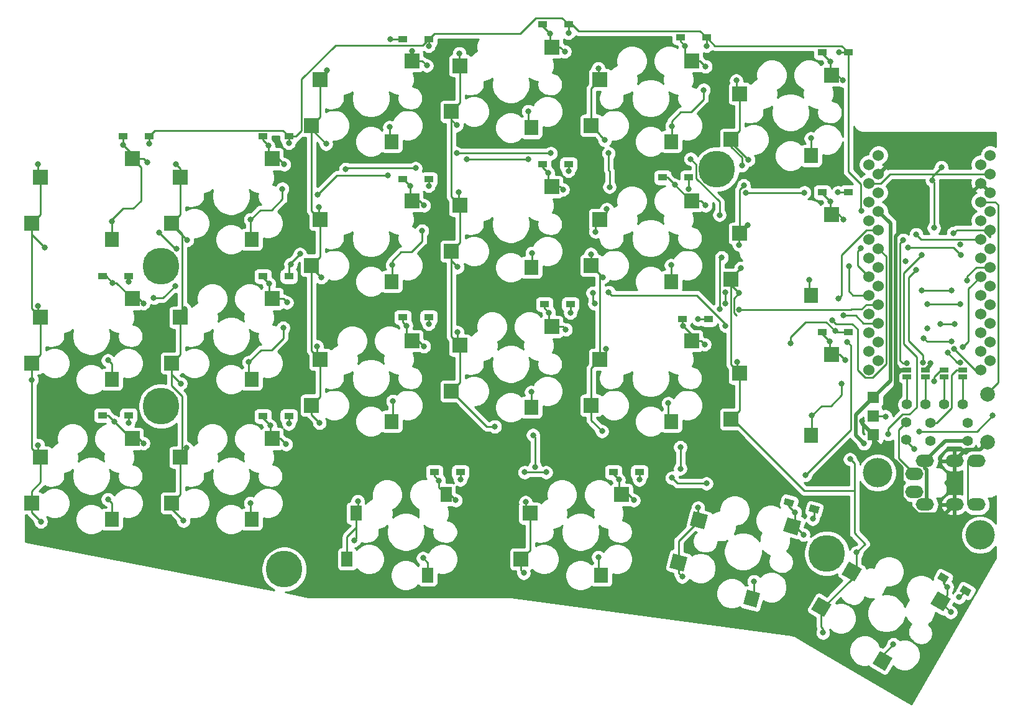
<source format=gbr>
%TF.GenerationSoftware,KiCad,Pcbnew,(5.1.7)-1*%
%TF.CreationDate,2020-11-08T23:06:54+09:00*%
%TF.ProjectId,limb44,6c696d62-3434-42e6-9b69-6361645f7063,rev?*%
%TF.SameCoordinates,Original*%
%TF.FileFunction,Copper,L2,Bot*%
%TF.FilePolarity,Positive*%
%FSLAX46Y46*%
G04 Gerber Fmt 4.6, Leading zero omitted, Abs format (unit mm)*
G04 Created by KiCad (PCBNEW (5.1.7)-1) date 2020-11-08 23:06:54*
%MOMM*%
%LPD*%
G01*
G04 APERTURE LIST*
%TA.AperFunction,SMDPad,CuDef*%
%ADD10R,2.000000X2.000000*%
%TD*%
%TA.AperFunction,SMDPad,CuDef*%
%ADD11R,1.900000X2.000000*%
%TD*%
%TA.AperFunction,ComponentPad*%
%ADD12C,1.397000*%
%TD*%
%TA.AperFunction,ComponentPad*%
%ADD13C,4.000000*%
%TD*%
%TA.AperFunction,ComponentPad*%
%ADD14C,5.000000*%
%TD*%
%TA.AperFunction,SMDPad,CuDef*%
%ADD15C,0.100000*%
%TD*%
%TA.AperFunction,SMDPad,CuDef*%
%ADD16R,1.300000X0.950000*%
%TD*%
%TA.AperFunction,ComponentPad*%
%ADD17O,2.500000X1.700000*%
%TD*%
%TA.AperFunction,SMDPad,CuDef*%
%ADD18R,1.524000X1.524000*%
%TD*%
%TA.AperFunction,ComponentPad*%
%ADD19C,2.000000*%
%TD*%
%TA.AperFunction,SMDPad,CuDef*%
%ADD20R,1.500000X2.000000*%
%TD*%
%TA.AperFunction,ComponentPad*%
%ADD21C,1.524000*%
%TD*%
%TA.AperFunction,SMDPad,CuDef*%
%ADD22R,1.143000X0.635000*%
%TD*%
%TA.AperFunction,ViaPad*%
%ADD23C,0.800000*%
%TD*%
%TA.AperFunction,Conductor*%
%ADD24C,0.250000*%
%TD*%
%TA.AperFunction,Conductor*%
%ADD25C,0.500000*%
%TD*%
%TA.AperFunction,Conductor*%
%ADD26C,0.254000*%
%TD*%
%TA.AperFunction,Conductor*%
%ADD27C,0.100000*%
%TD*%
G04 APERTURE END LIST*
D10*
%TO.P,SW5,1*%
%TO.N,col4*%
X138585000Y-69740000D03*
D11*
%TO.P,SW5,2*%
%TO.N,Net-(D5-Pad2)*%
X149485000Y-71940000D03*
D10*
%TO.P,SW5,1*%
%TO.N,col4*%
X139785000Y-63500000D03*
%TO.P,SW5,2*%
%TO.N,Net-(D5-Pad2)*%
X152285000Y-60960000D03*
%TD*%
D12*
%TO.P,P1,1*%
%TO.N,Net-(J1-PadA)*%
X181483000Y-110109000D03*
%TD*%
%TO.P,P2,1*%
%TO.N,Net-(J1-PadB)*%
X181483000Y-112522000D03*
%TD*%
D10*
%TO.P,SW1,2*%
%TO.N,Net-(D1-Pad2)*%
X76085000Y-74285000D03*
%TO.P,SW1,1*%
%TO.N,col0*%
X63585000Y-76825000D03*
D11*
%TO.P,SW1,2*%
%TO.N,Net-(D1-Pad2)*%
X73285000Y-85265000D03*
D10*
%TO.P,SW1,1*%
%TO.N,col0*%
X62385000Y-83065000D03*
%TD*%
D12*
%TO.P,J5,1*%
%TO.N,Net-(J5-Pad1)*%
X181610000Y-107707000D03*
%TO.P,J5,2*%
%TO.N,Net-(J5-Pad2)*%
X184150000Y-107707000D03*
%TO.P,J5,3*%
%TO.N,Net-(J5-Pad3)*%
X186690000Y-107707000D03*
%TO.P,J5,4*%
%TO.N,Net-(J5-Pad4)*%
X189230000Y-107707000D03*
%TD*%
D10*
%TO.P,SW18,1*%
%TO.N,col5*%
X157635000Y-109735000D03*
D11*
%TO.P,SW18,2*%
%TO.N,Net-(D18-Pad2)*%
X168535000Y-111935000D03*
D10*
%TO.P,SW18,1*%
%TO.N,col5*%
X158835000Y-103495000D03*
%TO.P,SW18,2*%
%TO.N,Net-(D18-Pad2)*%
X171335000Y-100955000D03*
%TD*%
D13*
%TO.P,Ref\u002A\u002A,*%
%TO.N,*%
X177600000Y-117018000D03*
%TD*%
%TO.P,Ref\u002A\u002A,*%
%TO.N,*%
X191600000Y-125500000D03*
%TD*%
D14*
%TO.P,Ref\u002A\u002A,*%
%TO.N,*%
X96774000Y-130165000D03*
%TD*%
%TO.P,Ref\u002A\u002A,*%
%TO.N,*%
X170688000Y-128006000D03*
%TD*%
%TO.P,Ref\u002A\u002A,*%
%TO.N,*%
X155702000Y-75692000D03*
%TD*%
%TO.P,Ref\u002A\u002A,*%
%TO.N,*%
X80010000Y-107940000D03*
%TD*%
%TO.P,Ref\u002A\u002A,*%
%TO.N,*%
X80010000Y-88890000D03*
%TD*%
%TA.AperFunction,SMDPad,CuDef*%
D15*
%TO.P,SW22,2*%
%TO.N,Net-(D22-Pad2)*%
G36*
X187565767Y-134174566D02*
G01*
X186565767Y-135906616D01*
X184833717Y-134906616D01*
X185833717Y-133174566D01*
X187565767Y-134174566D01*
G37*
%TD.AperFunction*%
%TA.AperFunction,SMDPad,CuDef*%
%TO.P,SW22,1*%
%TO.N,col5*%
G36*
X175470450Y-130124270D02*
G01*
X174470450Y-131856320D01*
X172738400Y-130856320D01*
X173738400Y-129124270D01*
X175470450Y-130124270D01*
G37*
%TD.AperFunction*%
%TA.AperFunction,SMDPad,CuDef*%
%TO.P,SW22,2*%
%TO.N,Net-(D22-Pad2)*%
G36*
X179607595Y-142258525D02*
G01*
X178607595Y-143990575D01*
X176962147Y-143040575D01*
X177962147Y-141308525D01*
X179607595Y-142258525D01*
G37*
%TD.AperFunction*%
%TA.AperFunction,SMDPad,CuDef*%
%TO.P,SW22,1*%
%TO.N,col5*%
G36*
X171311219Y-134928269D02*
G01*
X170311219Y-136660319D01*
X168579169Y-135660319D01*
X169579169Y-133928269D01*
X171311219Y-134928269D01*
G37*
%TD.AperFunction*%
%TD*%
D10*
%TO.P,SW12,1*%
%TO.N,col5*%
X157635000Y-90685000D03*
D11*
%TO.P,SW12,2*%
%TO.N,Net-(D12-Pad2)*%
X168535000Y-92885000D03*
D10*
%TO.P,SW12,1*%
%TO.N,col5*%
X158835000Y-84445000D03*
%TO.P,SW12,2*%
%TO.N,Net-(D12-Pad2)*%
X171335000Y-81905000D03*
%TD*%
%TO.P,SW4,1*%
%TO.N,col3*%
X119535000Y-67845000D03*
D11*
%TO.P,SW4,2*%
%TO.N,Net-(D4-Pad2)*%
X130435000Y-70045000D03*
D10*
%TO.P,SW4,1*%
%TO.N,col3*%
X120735000Y-61605000D03*
%TO.P,SW4,2*%
%TO.N,Net-(D4-Pad2)*%
X133235000Y-59065000D03*
%TD*%
%TO.P,SW13,1*%
%TO.N,col0*%
X62385000Y-121165000D03*
D11*
%TO.P,SW13,2*%
%TO.N,Net-(D13-Pad2)*%
X73285000Y-123365000D03*
D10*
%TO.P,SW13,1*%
%TO.N,col0*%
X63585000Y-114925000D03*
%TO.P,SW13,2*%
%TO.N,Net-(D13-Pad2)*%
X76085000Y-112385000D03*
%TD*%
D16*
%TO.P,D11,1*%
%TO.N,row1*%
X151889000Y-76825000D03*
%TO.P,D11,2*%
%TO.N,Net-(D11-Pad2)*%
X148339000Y-76825000D03*
%TD*%
D10*
%TO.P,SW11,2*%
%TO.N,Net-(D11-Pad2)*%
X152285000Y-80010000D03*
%TO.P,SW11,1*%
%TO.N,col4*%
X139785000Y-82550000D03*
D11*
%TO.P,SW11,2*%
%TO.N,Net-(D11-Pad2)*%
X149485000Y-90990000D03*
D10*
%TO.P,SW11,1*%
%TO.N,col4*%
X138585000Y-88790000D03*
%TD*%
%TO.P,SW8,1*%
%TO.N,col1*%
X81435000Y-102115000D03*
D11*
%TO.P,SW8,2*%
%TO.N,Net-(D8-Pad2)*%
X92335000Y-104315000D03*
D10*
%TO.P,SW8,1*%
%TO.N,col1*%
X82635000Y-95875000D03*
%TO.P,SW8,2*%
%TO.N,Net-(D8-Pad2)*%
X95135000Y-93335000D03*
%TD*%
%TO.P,SW7,2*%
%TO.N,Net-(D7-Pad2)*%
X76085000Y-93335000D03*
%TO.P,SW7,1*%
%TO.N,col0*%
X63585000Y-95875000D03*
D11*
%TO.P,SW7,2*%
%TO.N,Net-(D7-Pad2)*%
X73285000Y-104315000D03*
D10*
%TO.P,SW7,1*%
%TO.N,col0*%
X62385000Y-102115000D03*
%TD*%
D17*
%TO.P,J1,D*%
%TO.N,VCC*%
X184087000Y-115403000D03*
%TO.P,J1,A*%
%TO.N,Net-(J1-PadA)*%
X182587000Y-119603000D03*
%TO.P,J1,B*%
%TO.N,Net-(J1-PadB)*%
X191087000Y-115403000D03*
%TO.P,J1,C*%
%TO.N,GND*%
X188087000Y-115403000D03*
%TO.P,J1,B*%
%TO.N,Net-(J1-PadB)*%
X191087000Y-121353000D03*
%TO.P,J1,C*%
%TO.N,GND*%
X188087000Y-121353000D03*
%TO.P,J1,D*%
%TO.N,VCC*%
X184087000Y-121353000D03*
%TO.P,J1,A*%
%TO.N,Net-(J1-PadA)*%
X182587000Y-117153000D03*
%TD*%
D18*
%TO.P,J2,1*%
%TO.N,GND*%
X177038000Y-111877000D03*
%TO.P,J2,2*%
%TO.N,led*%
X177038000Y-109337000D03*
%TO.P,J2,3*%
%TO.N,VCC*%
X177038000Y-106797000D03*
%TD*%
D19*
%TO.P,RSW1,2*%
%TO.N,GND*%
X192587000Y-112851000D03*
%TO.P,RSW1,1*%
%TO.N,reset*%
X192587000Y-106351000D03*
%TD*%
D10*
%TO.P,SW2,1*%
%TO.N,col1*%
X81435000Y-83065000D03*
D11*
%TO.P,SW2,2*%
%TO.N,Net-(D2-Pad2)*%
X92335000Y-85265000D03*
D10*
%TO.P,SW2,1*%
%TO.N,col1*%
X82635000Y-76825000D03*
%TO.P,SW2,2*%
%TO.N,Net-(D2-Pad2)*%
X95135000Y-74285000D03*
%TD*%
%TO.P,SW3,1*%
%TO.N,col2*%
X100485000Y-69740000D03*
D11*
%TO.P,SW3,2*%
%TO.N,Net-(D3-Pad2)*%
X111385000Y-71940000D03*
D10*
%TO.P,SW3,1*%
%TO.N,col2*%
X101685000Y-63500000D03*
%TO.P,SW3,2*%
%TO.N,Net-(D3-Pad2)*%
X114185000Y-60960000D03*
%TD*%
%TO.P,SW6,2*%
%TO.N,Net-(D6-Pad2)*%
X171335000Y-62875000D03*
%TO.P,SW6,1*%
%TO.N,col5*%
X158835000Y-65415000D03*
D11*
%TO.P,SW6,2*%
%TO.N,Net-(D6-Pad2)*%
X168535000Y-73855000D03*
D10*
%TO.P,SW6,1*%
%TO.N,col5*%
X157635000Y-71655000D03*
%TD*%
%TO.P,SW9,2*%
%TO.N,Net-(D9-Pad2)*%
X114185000Y-80010000D03*
%TO.P,SW9,1*%
%TO.N,col2*%
X101685000Y-82550000D03*
D11*
%TO.P,SW9,2*%
%TO.N,Net-(D9-Pad2)*%
X111385000Y-90990000D03*
D10*
%TO.P,SW9,1*%
%TO.N,col2*%
X100485000Y-88790000D03*
%TD*%
%TO.P,SW10,2*%
%TO.N,Net-(D10-Pad2)*%
X133235000Y-78095000D03*
%TO.P,SW10,1*%
%TO.N,col3*%
X120735000Y-80635000D03*
D11*
%TO.P,SW10,2*%
%TO.N,Net-(D10-Pad2)*%
X130435000Y-89075000D03*
D10*
%TO.P,SW10,1*%
%TO.N,col3*%
X119535000Y-86875000D03*
%TD*%
%TO.P,SW14,2*%
%TO.N,Net-(D14-Pad2)*%
X95135000Y-112385000D03*
%TO.P,SW14,1*%
%TO.N,col1*%
X82635000Y-114925000D03*
D11*
%TO.P,SW14,2*%
%TO.N,Net-(D14-Pad2)*%
X92335000Y-123365000D03*
D10*
%TO.P,SW14,1*%
%TO.N,col1*%
X81435000Y-121165000D03*
%TD*%
%TO.P,SW15,1*%
%TO.N,col2*%
X100485000Y-107840000D03*
D11*
%TO.P,SW15,2*%
%TO.N,Net-(D15-Pad2)*%
X111385000Y-110040000D03*
D10*
%TO.P,SW15,1*%
%TO.N,col2*%
X101685000Y-101600000D03*
%TO.P,SW15,2*%
%TO.N,Net-(D15-Pad2)*%
X114185000Y-99060000D03*
%TD*%
%TO.P,SW16,2*%
%TO.N,Net-(D16-Pad2)*%
X133235000Y-97145000D03*
%TO.P,SW16,1*%
%TO.N,col3*%
X120735000Y-99685000D03*
D11*
%TO.P,SW16,2*%
%TO.N,Net-(D16-Pad2)*%
X130435000Y-108125000D03*
D10*
%TO.P,SW16,1*%
%TO.N,col3*%
X119535000Y-105925000D03*
%TD*%
%TO.P,SW17,2*%
%TO.N,Net-(D17-Pad2)*%
X152285000Y-99060000D03*
%TO.P,SW17,1*%
%TO.N,col4*%
X139785000Y-101600000D03*
D11*
%TO.P,SW17,2*%
%TO.N,Net-(D17-Pad2)*%
X149485000Y-110040000D03*
D10*
%TO.P,SW17,1*%
%TO.N,col4*%
X138585000Y-107840000D03*
%TD*%
D20*
%TO.P,SW19,2*%
%TO.N,Net-(D19-Pad2)*%
X118840000Y-120005000D03*
%TO.P,SW19,1*%
%TO.N,col2*%
X106540000Y-122545000D03*
%TO.P,SW19,2*%
%TO.N,Net-(D19-Pad2)*%
X116340000Y-130985000D03*
%TO.P,SW19,1*%
%TO.N,col2*%
X105340000Y-128785000D03*
%TD*%
D10*
%TO.P,SW20,2*%
%TO.N,Net-(D20-Pad2)*%
X142750000Y-120005000D03*
%TO.P,SW20,1*%
%TO.N,col3*%
X130250000Y-122545000D03*
D11*
%TO.P,SW20,2*%
%TO.N,Net-(D20-Pad2)*%
X139950000Y-130985000D03*
D10*
%TO.P,SW20,1*%
%TO.N,col3*%
X129050000Y-128785000D03*
%TD*%
%TA.AperFunction,SMDPad,CuDef*%
D15*
%TO.P,SW21,1*%
%TO.N,col4*%
G36*
X151728115Y-128520384D02*
G01*
X151210477Y-130452236D01*
X149278625Y-129934598D01*
X149796263Y-128002746D01*
X151728115Y-128520384D01*
G37*
%TD.AperFunction*%
%TA.AperFunction,SMDPad,CuDef*%
%TO.P,SW21,2*%
%TO.N,Net-(D21-Pad2)*%
G36*
X161639009Y-133453608D02*
G01*
X161121370Y-135385460D01*
X159286111Y-134893704D01*
X159803750Y-132961852D01*
X161639009Y-133453608D01*
G37*
%TD.AperFunction*%
%TA.AperFunction,SMDPad,CuDef*%
%TO.P,SW21,1*%
%TO.N,col4*%
G36*
X154502257Y-122803590D02*
G01*
X153984619Y-124735442D01*
X152052767Y-124217804D01*
X152570405Y-122285952D01*
X154502257Y-122803590D01*
G37*
%TD.AperFunction*%
%TA.AperFunction,SMDPad,CuDef*%
%TO.P,SW21,2*%
%TO.N,Net-(D21-Pad2)*%
G36*
X167233730Y-123585376D02*
G01*
X166716092Y-125517228D01*
X164784240Y-124999590D01*
X165301878Y-123067738D01*
X167233730Y-123585376D01*
G37*
%TD.AperFunction*%
%TD*%
D21*
%TO.P,U1,24*%
%TO.N,Net-(U1-Pad24)*%
X177729400Y-73787000D03*
%TO.P,U1,23*%
%TO.N,GND*%
X177729400Y-76327000D03*
%TO.P,U1,22*%
%TO.N,reset*%
X177729400Y-78867000D03*
%TO.P,U1,21*%
%TO.N,VCC*%
X177729400Y-81407000D03*
%TO.P,U1,20*%
%TO.N,col0*%
X177729400Y-83947000D03*
%TO.P,U1,19*%
%TO.N,col1*%
X177729400Y-86487000D03*
%TO.P,U1,18*%
%TO.N,col2*%
X177729400Y-89027000D03*
%TO.P,U1,17*%
%TO.N,col3*%
X177729400Y-91567000D03*
%TO.P,U1,16*%
%TO.N,col4*%
X177729400Y-94107000D03*
%TO.P,U1,15*%
%TO.N,col5*%
X177729400Y-96647000D03*
%TO.P,U1,14*%
%TO.N,Net-(U1-Pad14)*%
X177729400Y-99187000D03*
%TO.P,U1,13*%
%TO.N,Net-(U1-Pad13)*%
X177729400Y-101727000D03*
%TO.P,U1,12*%
%TO.N,Net-(U1-Pad12)*%
X192949400Y-101727000D03*
%TO.P,U1,11*%
%TO.N,Net-(U1-Pad11)*%
X192949400Y-99187000D03*
%TO.P,U1,10*%
%TO.N,row3*%
X192949400Y-96647000D03*
%TO.P,U1,9*%
%TO.N,row2*%
X192949400Y-94107000D03*
%TO.P,U1,8*%
%TO.N,row1*%
X192949400Y-91567000D03*
%TO.P,U1,7*%
%TO.N,row0*%
X192949400Y-89027000D03*
%TO.P,U1,6*%
%TO.N,scl*%
X192949400Y-86487000D03*
%TO.P,U1,5*%
%TO.N,sda*%
X192949400Y-83947000D03*
%TO.P,U1,4*%
%TO.N,GND*%
X192949400Y-81407000D03*
%TO.P,U1,3*%
X192949400Y-78867000D03*
%TO.P,U1,2*%
%TO.N,data*%
X192949400Y-76327000D03*
%TO.P,U1,1*%
%TO.N,led*%
X192949400Y-73787000D03*
X176403000Y-75057000D03*
%TO.P,U1,2*%
%TO.N,data*%
X176403000Y-77597000D03*
%TO.P,U1,3*%
%TO.N,GND*%
X176403000Y-80137000D03*
%TO.P,U1,4*%
X176403000Y-82677000D03*
%TO.P,U1,5*%
%TO.N,sda*%
X176403000Y-85217000D03*
%TO.P,U1,6*%
%TO.N,scl*%
X176403000Y-87757000D03*
%TO.P,U1,7*%
%TO.N,row0*%
X176403000Y-90297000D03*
%TO.P,U1,8*%
%TO.N,row1*%
X176403000Y-92837000D03*
%TO.P,U1,9*%
%TO.N,row2*%
X176403000Y-95377000D03*
%TO.P,U1,10*%
%TO.N,row3*%
X176403000Y-97917000D03*
%TO.P,U1,11*%
%TO.N,Net-(U1-Pad11)*%
X176403000Y-100457000D03*
%TO.P,U1,12*%
%TO.N,Net-(U1-Pad12)*%
X176403000Y-102997000D03*
%TO.P,U1,13*%
%TO.N,Net-(U1-Pad13)*%
X191643000Y-102997000D03*
%TO.P,U1,14*%
%TO.N,Net-(U1-Pad14)*%
X191643000Y-100457000D03*
%TO.P,U1,15*%
%TO.N,col5*%
X191643000Y-97917000D03*
%TO.P,U1,16*%
%TO.N,col4*%
X191643000Y-95377000D03*
%TO.P,U1,17*%
%TO.N,col3*%
X191643000Y-92837000D03*
%TO.P,U1,18*%
%TO.N,col2*%
X191643000Y-90297000D03*
%TO.P,U1,19*%
%TO.N,col1*%
X191643000Y-87757000D03*
%TO.P,U1,20*%
%TO.N,col0*%
X191643000Y-85217000D03*
%TO.P,U1,21*%
%TO.N,VCC*%
X191643000Y-82677000D03*
%TO.P,U1,22*%
%TO.N,reset*%
X191643000Y-80137000D03*
%TO.P,U1,23*%
%TO.N,GND*%
X191643000Y-77597000D03*
%TO.P,U1,24*%
%TO.N,Net-(U1-Pad24)*%
X191643000Y-75057000D03*
%TD*%
D16*
%TO.P,D1,2*%
%TO.N,Net-(D1-Pad2)*%
X74809000Y-71237000D03*
%TO.P,D1,1*%
%TO.N,row0*%
X78359000Y-71237000D03*
%TD*%
%TO.P,D2,2*%
%TO.N,Net-(D2-Pad2)*%
X93859000Y-71237000D03*
%TO.P,D2,1*%
%TO.N,row0*%
X97409000Y-71237000D03*
%TD*%
%TO.P,D3,1*%
%TO.N,row0*%
X116456000Y-58029000D03*
%TO.P,D3,2*%
%TO.N,Net-(D3-Pad2)*%
X112906000Y-58029000D03*
%TD*%
%TO.P,D4,1*%
%TO.N,row0*%
X135509000Y-55997000D03*
%TO.P,D4,2*%
%TO.N,Net-(D4-Pad2)*%
X131959000Y-55997000D03*
%TD*%
%TO.P,D5,1*%
%TO.N,row0*%
X154302000Y-57775000D03*
%TO.P,D5,2*%
%TO.N,Net-(D5-Pad2)*%
X150752000Y-57775000D03*
%TD*%
%TO.P,D6,1*%
%TO.N,row0*%
X173606000Y-59807000D03*
%TO.P,D6,2*%
%TO.N,Net-(D6-Pad2)*%
X170056000Y-59807000D03*
%TD*%
%TO.P,D7,2*%
%TO.N,Net-(D7-Pad2)*%
X72012000Y-90287000D03*
%TO.P,D7,1*%
%TO.N,row1*%
X75562000Y-90287000D03*
%TD*%
%TO.P,D8,1*%
%TO.N,row1*%
X97406000Y-90287000D03*
%TO.P,D8,2*%
%TO.N,Net-(D8-Pad2)*%
X93856000Y-90287000D03*
%TD*%
%TO.P,D9,2*%
%TO.N,Net-(D9-Pad2)*%
X112906000Y-77079000D03*
%TO.P,D9,1*%
%TO.N,row1*%
X116456000Y-77079000D03*
%TD*%
%TO.P,D10,1*%
%TO.N,row1*%
X135506000Y-75047000D03*
%TO.P,D10,2*%
%TO.N,Net-(D10-Pad2)*%
X131956000Y-75047000D03*
%TD*%
%TO.P,D12,2*%
%TO.N,Net-(D12-Pad2)*%
X170056000Y-78857000D03*
%TO.P,D12,1*%
%TO.N,row1*%
X173606000Y-78857000D03*
%TD*%
%TO.P,D13,1*%
%TO.N,row2*%
X75562000Y-109210000D03*
%TO.P,D13,2*%
%TO.N,Net-(D13-Pad2)*%
X72012000Y-109210000D03*
%TD*%
%TO.P,D14,1*%
%TO.N,row2*%
X97409000Y-109337000D03*
%TO.P,D14,2*%
%TO.N,Net-(D14-Pad2)*%
X93859000Y-109337000D03*
%TD*%
%TO.P,D15,2*%
%TO.N,Net-(D15-Pad2)*%
X112909000Y-95875000D03*
%TO.P,D15,1*%
%TO.N,row2*%
X116459000Y-95875000D03*
%TD*%
%TO.P,D16,2*%
%TO.N,Net-(D16-Pad2)*%
X132210000Y-94097000D03*
%TO.P,D16,1*%
%TO.N,row2*%
X135760000Y-94097000D03*
%TD*%
%TO.P,D17,2*%
%TO.N,Net-(D17-Pad2)*%
X151009000Y-96129000D03*
%TO.P,D17,1*%
%TO.N,row2*%
X154559000Y-96129000D03*
%TD*%
%TO.P,D18,1*%
%TO.N,row2*%
X173606000Y-97907000D03*
%TO.P,D18,2*%
%TO.N,Net-(D18-Pad2)*%
X170056000Y-97907000D03*
%TD*%
%TO.P,D19,2*%
%TO.N,Net-(D19-Pad2)*%
X117224000Y-116957000D03*
%TO.P,D19,1*%
%TO.N,row3*%
X120774000Y-116957000D03*
%TD*%
%TO.P,D20,2*%
%TO.N,Net-(D20-Pad2)*%
X141611000Y-116957000D03*
%TO.P,D20,1*%
%TO.N,row3*%
X145161000Y-116957000D03*
%TD*%
%TA.AperFunction,SMDPad,CuDef*%
D15*
%TO.P,D21,2*%
%TO.N,Net-(D21-Pad2)*%
G36*
X166295273Y-120779014D02*
G01*
X166049395Y-121696643D01*
X164793691Y-121360178D01*
X165039569Y-120442549D01*
X166295273Y-120779014D01*
G37*
%TD.AperFunction*%
%TA.AperFunction,SMDPad,CuDef*%
%TO.P,D21,1*%
%TO.N,row3*%
G36*
X169724309Y-121697822D02*
G01*
X169478431Y-122615451D01*
X168222727Y-122278986D01*
X168468605Y-121361357D01*
X169724309Y-121697822D01*
G37*
%TD.AperFunction*%
%TD*%
%TA.AperFunction,SMDPad,CuDef*%
%TO.P,D22,1*%
%TO.N,row3*%
G36*
X190424612Y-132998138D02*
G01*
X189949612Y-133820862D01*
X188823778Y-133170862D01*
X189298778Y-132348138D01*
X190424612Y-132998138D01*
G37*
%TD.AperFunction*%
%TA.AperFunction,SMDPad,CuDef*%
%TO.P,D22,2*%
%TO.N,Net-(D22-Pad2)*%
G36*
X187350222Y-131223138D02*
G01*
X186875222Y-132045862D01*
X185749388Y-131395862D01*
X186224388Y-130573138D01*
X187350222Y-131223138D01*
G37*
%TD.AperFunction*%
%TD*%
D22*
%TO.P,JP6,1*%
%TO.N,Net-(J5-Pad4)*%
X189230000Y-103997760D03*
%TO.P,JP6,2*%
%TO.N,sda*%
X189230000Y-102997000D03*
%TD*%
%TO.P,JP7,1*%
%TO.N,Net-(J5-Pad3)*%
X186690000Y-104005380D03*
%TO.P,JP7,2*%
%TO.N,scl*%
X186690000Y-103004620D03*
%TD*%
%TO.P,JP8,2*%
%TO.N,VCC*%
X184150000Y-103004620D03*
%TO.P,JP8,1*%
%TO.N,Net-(J5-Pad2)*%
X184150000Y-104005380D03*
%TD*%
%TO.P,JP9,1*%
%TO.N,Net-(J5-Pad1)*%
X181610000Y-104005380D03*
%TO.P,JP9,2*%
%TO.N,GND*%
X181610000Y-103004620D03*
%TD*%
D12*
%TO.P,R1,1*%
%TO.N,VCC*%
X189865000Y-110236000D03*
%TO.P,R1,2*%
%TO.N,sda*%
X184785000Y-110236000D03*
%TD*%
%TO.P,R2,2*%
%TO.N,scl*%
X184785000Y-112649000D03*
%TO.P,R2,1*%
%TO.N,VCC*%
X189865000Y-112649000D03*
%TD*%
D23*
%TO.N,row0*%
X78359000Y-72253000D03*
X189847880Y-90842000D03*
X97409000Y-72126000D03*
X116459000Y-58918000D03*
X135509000Y-57140000D03*
X154305000Y-58918000D03*
X172339000Y-59807000D03*
X175387000Y-81397000D03*
X175330359Y-86430742D03*
%TO.N,Net-(D1-Pad2)*%
X78105000Y-74793000D03*
X73279000Y-82794000D03*
X74803000Y-72380000D03*
%TO.N,Net-(D2-Pad2)*%
X94615000Y-72507000D03*
X96774000Y-75047000D03*
X92202000Y-82540000D03*
X96520000Y-78359000D03*
%TO.N,Net-(D3-Pad2)*%
X116205000Y-61585000D03*
X111125000Y-69967000D03*
X114173000Y-59579001D03*
X111252000Y-58029000D03*
%TO.N,Net-(D4-Pad2)*%
X132969000Y-57267000D03*
X135001000Y-59680000D03*
X130048000Y-67808000D03*
%TO.N,Net-(D5-Pad2)*%
X151384000Y-58918000D03*
X154178000Y-61712000D03*
X149587748Y-69847441D03*
X153924000Y-64897000D03*
%TO.N,Net-(D6-Pad2)*%
X171196000Y-61077000D03*
X172881000Y-63617000D03*
X168529000Y-71491000D03*
%TO.N,row1*%
X97663000Y-88638999D03*
X98933000Y-87239000D03*
X173736000Y-88890000D03*
X75565000Y-91049000D03*
X116459000Y-77968000D03*
X135509000Y-75936000D03*
X172212000Y-78857000D03*
X183642000Y-92192000D03*
X187706000Y-92192000D03*
X151892000Y-78359000D03*
X81915000Y-91567000D03*
X78994000Y-93218000D03*
X130048000Y-74295000D03*
X121666000Y-74295000D03*
X159641281Y-78875605D03*
X167640000Y-78867000D03*
X110871000Y-76553989D03*
X101345358Y-79129948D03*
%TO.N,Net-(D7-Pad2)*%
X73406000Y-91176000D03*
X77597000Y-93970000D03*
X72771000Y-101717000D03*
%TO.N,Net-(D8-Pad2)*%
X94742000Y-91303000D03*
X97155000Y-93843000D03*
X91948000Y-101971000D03*
X96647000Y-97282000D03*
%TO.N,Net-(D9-Pad2)*%
X113919000Y-77968000D03*
X115824000Y-80635000D03*
X111485175Y-88762730D03*
X115570000Y-84074000D03*
%TO.N,Net-(D10-Pad2)*%
X132715000Y-76190000D03*
X134747000Y-78476000D03*
X130548512Y-87112853D03*
%TO.N,Net-(D11-Pad2)*%
X149987000Y-77841000D03*
X154178000Y-80635000D03*
X149479000Y-88763000D03*
%TO.N,Net-(D12-Pad2)*%
X171196000Y-80127000D03*
X172974000Y-82540000D03*
X168275000Y-90795000D03*
%TO.N,Net-(D13-Pad2)*%
X73660000Y-110099000D03*
X77597000Y-113020000D03*
X72771000Y-120640000D03*
%TO.N,row2*%
X165735000Y-99367001D03*
X171831000Y-97743000D03*
X75565000Y-110226000D03*
X97409000Y-110353000D03*
X116459000Y-96764000D03*
X135763000Y-95240000D03*
X153162000Y-96129000D03*
X184404000Y-94097000D03*
X188849000Y-94097000D03*
%TO.N,Net-(D14-Pad2)*%
X94869000Y-110607000D03*
X97028000Y-113147000D03*
X92202000Y-121148000D03*
%TO.N,Net-(D15-Pad2)*%
X113411000Y-97018000D03*
X115824000Y-99812000D03*
X111559690Y-107284908D03*
%TO.N,Net-(D16-Pad2)*%
X132842000Y-95240000D03*
X135128000Y-97526000D03*
X130429000Y-106035000D03*
%TO.N,Net-(D17-Pad2)*%
X151130000Y-97018000D03*
X154051000Y-99558000D03*
X149098000Y-107559000D03*
%TO.N,Net-(D18-Pad2)*%
X171069000Y-99177000D03*
X173228000Y-101717000D03*
X168656000Y-109210000D03*
X172720000Y-104902000D03*
%TO.N,row3*%
X129540000Y-116957000D03*
X132461000Y-116957000D03*
X149606000Y-117719000D03*
X154305000Y-118481000D03*
X120777000Y-117973000D03*
X145161000Y-117973000D03*
X168783000Y-123307000D03*
X188722000Y-133975000D03*
X184404000Y-97399000D03*
X186182000Y-96764000D03*
X188087000Y-96764000D03*
X167767000Y-117348000D03*
X173482000Y-99187000D03*
%TO.N,Net-(D19-Pad2)*%
X117856000Y-118100000D03*
X120142000Y-120767000D03*
X115697000Y-128641000D03*
%TO.N,Net-(D20-Pad2)*%
X142367000Y-117973000D03*
X144399000Y-120767000D03*
X139573000Y-128514000D03*
%TO.N,Net-(D21-Pad2)*%
X166370000Y-122418000D03*
X167513000Y-125466000D03*
X160782000Y-131816000D03*
%TO.N,Net-(D22-Pad2)*%
X187071000Y-132578000D03*
X187579000Y-136007000D03*
X179771311Y-140394051D03*
%TO.N,VCC*%
X175768000Y-113030000D03*
X184812153Y-102066740D03*
%TO.N,data*%
X186309000Y-75428000D03*
X183642000Y-87366000D03*
X188849000Y-85942000D03*
X185293000Y-83683000D03*
X185039000Y-77206000D03*
X179070000Y-111760000D03*
%TO.N,GND*%
X175514000Y-109972000D03*
X183769000Y-81952000D03*
X182118000Y-83402000D03*
X179324000Y-107188000D03*
%TO.N,led*%
X183261000Y-111379000D03*
X193294000Y-109220000D03*
X178689000Y-109347000D03*
%TO.N,sda*%
X181102000Y-85334000D03*
X187933548Y-84431442D03*
X181610000Y-102087118D03*
%TO.N,scl*%
X181446000Y-88255000D03*
X183769000Y-101981000D03*
X182880000Y-89435000D03*
X185293000Y-104521000D03*
%TO.N,col0*%
X63246000Y-94351000D03*
X62385000Y-104356000D03*
X63246000Y-113274000D03*
X63627000Y-123688000D03*
X182880000Y-84572000D03*
X63246000Y-75047000D03*
X64135000Y-86350000D03*
X172274653Y-93270653D03*
X79756000Y-84328000D03*
X82110001Y-86487000D03*
%TO.N,col1*%
X82677000Y-76825000D03*
X82042000Y-75047000D03*
X83185000Y-94732000D03*
X82677000Y-104892000D03*
X83439000Y-113655000D03*
X83058000Y-123561000D03*
X83566000Y-85334000D03*
X156083000Y-94732000D03*
X188976000Y-87394999D03*
X181737000Y-86350000D03*
X171450000Y-96256000D03*
X156381357Y-87723961D03*
X156083000Y-81915000D03*
X152146000Y-74295000D03*
X133096000Y-73521999D03*
X120269000Y-73521999D03*
X114681000Y-75553999D03*
X105156000Y-75692000D03*
%TO.N,col2*%
X102616000Y-62220000D03*
X102489000Y-72253000D03*
X101473000Y-80889000D03*
X101854000Y-90414000D03*
X101219000Y-99812000D03*
X101600000Y-110226000D03*
X138811000Y-92540011D03*
X139060000Y-93990011D03*
X106807000Y-120894000D03*
X106299000Y-126228000D03*
X189230000Y-99939000D03*
%TO.N,col3*%
X120650000Y-59934000D03*
X120269000Y-69713000D03*
X120523000Y-78857000D03*
X120396000Y-89017000D03*
X120396000Y-97907000D03*
X125476000Y-110734000D03*
X129667000Y-121021000D03*
X129413000Y-130673000D03*
X140970000Y-92446000D03*
X156910000Y-97018000D03*
X130937000Y-116232000D03*
X130683000Y-111887000D03*
%TO.N,col4*%
X139573000Y-61966000D03*
X140462000Y-71745000D03*
X140716000Y-81143000D03*
X140208000Y-90414000D03*
X140589000Y-100193000D03*
X140081000Y-111369000D03*
X153162000Y-121783000D03*
X151003000Y-131181000D03*
X156845000Y-92446000D03*
X156910000Y-93990011D03*
X158750000Y-94859000D03*
X150749000Y-116459000D03*
X150749000Y-113538000D03*
X140970000Y-73521999D03*
X138557000Y-87249000D03*
X139192000Y-84201000D03*
X141097000Y-78105000D03*
%TO.N,col5*%
X158369000Y-63617000D03*
X160020000Y-74412000D03*
X159893000Y-83302000D03*
X158750000Y-92573000D03*
X158496000Y-101971000D03*
X173863000Y-115179000D03*
X170180000Y-138801000D03*
X174752000Y-127879000D03*
X172974000Y-95621000D03*
X159385000Y-77909001D03*
X159131000Y-75184000D03*
X159004000Y-89154000D03*
X158750000Y-85979000D03*
%TO.N,Net-(U1-Pad12)*%
X187198000Y-100701000D03*
X188851872Y-101987434D03*
%TO.N,Net-(U1-Pad13)*%
X188017117Y-100127373D03*
%TO.N,Net-(U1-Pad14)*%
X187706000Y-99177000D03*
X183896000Y-98679000D03*
%TO.N,Net-(J1-PadB)*%
X182626000Y-113792000D03*
%TD*%
D24*
%TO.N,row0*%
X96583999Y-70411999D02*
X97409000Y-71237000D01*
X79184001Y-70411999D02*
X96583999Y-70411999D01*
X78359000Y-71237000D02*
X79184001Y-70411999D01*
X115630999Y-58854001D02*
X116456000Y-58029000D01*
X103745997Y-58854001D02*
X115630999Y-58854001D01*
X99159999Y-63439999D02*
X103745997Y-58854001D01*
X99159999Y-70436001D02*
X99159999Y-63439999D01*
X98359000Y-71237000D02*
X99159999Y-70436001D01*
X97409000Y-71237000D02*
X98359000Y-71237000D01*
X134639010Y-55127010D02*
X135509000Y-55997000D01*
X131043988Y-55127010D02*
X134639010Y-55127010D01*
X116456000Y-58029000D02*
X117245001Y-57239999D01*
X153432010Y-56905010D02*
X154302000Y-57775000D01*
X136867311Y-56905010D02*
X153432010Y-56905010D01*
X135509000Y-55997000D02*
X135509000Y-55546699D01*
X172736010Y-58937010D02*
X173606000Y-59807000D01*
X155464010Y-58937010D02*
X172736010Y-58937010D01*
X154302000Y-57775000D02*
X155464010Y-58937010D01*
X173606000Y-76027762D02*
X175315999Y-77737761D01*
X173606000Y-59807000D02*
X173606000Y-76027762D01*
X78359000Y-71237000D02*
X78359000Y-72253000D01*
X191097195Y-89027000D02*
X192949400Y-89027000D01*
X189847880Y-90276315D02*
X191097195Y-89027000D01*
X189847880Y-90842000D02*
X189847880Y-90276315D01*
X97409000Y-72126000D02*
X97409000Y-71237000D01*
X116459000Y-58032000D02*
X116456000Y-58029000D01*
X116459000Y-58918000D02*
X116459000Y-58032000D01*
X135509000Y-55997000D02*
X135509000Y-57140000D01*
X135959301Y-55997000D02*
X136867311Y-56905010D01*
X135509000Y-55997000D02*
X135959301Y-55997000D01*
X154302000Y-58915000D02*
X154305000Y-58918000D01*
X154302000Y-57775000D02*
X154302000Y-58915000D01*
X173606000Y-59807000D02*
X172339000Y-59807000D01*
X175315999Y-81325999D02*
X175387000Y-81397000D01*
X175315999Y-77737761D02*
X175315999Y-81325999D01*
X174930360Y-88824360D02*
X176403000Y-90297000D01*
X174930360Y-86830741D02*
X174930360Y-88824360D01*
X175330359Y-86430742D02*
X174930360Y-86830741D01*
X128930999Y-57239999D02*
X131043988Y-55127010D01*
X117245001Y-57239999D02*
X128930999Y-57239999D01*
%TO.N,Net-(D1-Pad2)*%
X77260001Y-75460001D02*
X76085000Y-74285000D01*
X77260001Y-79977001D02*
X77260001Y-75460001D01*
X74832998Y-81016000D02*
X76221002Y-81016000D01*
X73285000Y-82563998D02*
X74832998Y-81016000D01*
X76221002Y-81016000D02*
X77260001Y-79977001D01*
X73285000Y-85265000D02*
X73285000Y-82563998D01*
X77597000Y-74285000D02*
X78105000Y-74793000D01*
X76085000Y-74285000D02*
X77597000Y-74285000D01*
X74809000Y-72374000D02*
X74803000Y-72380000D01*
X74809000Y-71237000D02*
X74809000Y-72374000D01*
X76085000Y-73662000D02*
X74803000Y-72380000D01*
X76085000Y-74285000D02*
X76085000Y-73662000D01*
%TO.N,Net-(D2-Pad2)*%
X94615000Y-73765000D02*
X95135000Y-74285000D01*
X94615000Y-72507000D02*
X94615000Y-73765000D01*
X96012000Y-74285000D02*
X96774000Y-75047000D01*
X95135000Y-74285000D02*
X96012000Y-74285000D01*
X92202000Y-85132000D02*
X92335000Y-85265000D01*
X92202000Y-82540000D02*
X92202000Y-85132000D01*
X93859000Y-71751000D02*
X94615000Y-72507000D01*
X93859000Y-71237000D02*
X93859000Y-71751000D01*
X93502001Y-81239999D02*
X92202000Y-82540000D01*
X95047003Y-81239999D02*
X93502001Y-81239999D01*
X96520000Y-79767002D02*
X95047003Y-81239999D01*
X96520000Y-78359000D02*
X96520000Y-79767002D01*
%TO.N,Net-(D3-Pad2)*%
X115580000Y-60960000D02*
X116205000Y-61585000D01*
X114185000Y-60960000D02*
X115580000Y-60960000D01*
X111125000Y-71680000D02*
X111385000Y-71940000D01*
X111125000Y-69967000D02*
X111125000Y-71680000D01*
X114173000Y-60948000D02*
X114185000Y-60960000D01*
X114173000Y-59579001D02*
X114173000Y-60948000D01*
X112906000Y-58029000D02*
X111252000Y-58029000D01*
%TO.N,Net-(D4-Pad2)*%
X132969000Y-58799000D02*
X133235000Y-59065000D01*
X132969000Y-57267000D02*
X132969000Y-58799000D01*
X134386000Y-59065000D02*
X135001000Y-59680000D01*
X133235000Y-59065000D02*
X134386000Y-59065000D01*
X130048000Y-69658000D02*
X130435000Y-70045000D01*
X130048000Y-67808000D02*
X130048000Y-69658000D01*
X131959000Y-56257000D02*
X132969000Y-57267000D01*
X131959000Y-55997000D02*
X131959000Y-56257000D01*
%TO.N,Net-(D5-Pad2)*%
X151384000Y-60059000D02*
X152285000Y-60960000D01*
X151384000Y-58918000D02*
X151384000Y-60059000D01*
X153426000Y-60960000D02*
X154178000Y-61712000D01*
X152285000Y-60960000D02*
X153426000Y-60960000D01*
X149587748Y-71837252D02*
X149485000Y-71940000D01*
X149587748Y-69847441D02*
X149587748Y-71837252D01*
X150752000Y-58286000D02*
X151384000Y-58918000D01*
X150752000Y-57775000D02*
X150752000Y-58286000D01*
X149587748Y-69136250D02*
X149587748Y-69847441D01*
X150808999Y-67914999D02*
X149587748Y-69136250D01*
X152197003Y-67914999D02*
X150808999Y-67914999D01*
X153924000Y-66188002D02*
X152197003Y-67914999D01*
X153924000Y-64897000D02*
X153924000Y-66188002D01*
%TO.N,Net-(D6-Pad2)*%
X171196000Y-62736000D02*
X171335000Y-62875000D01*
X171196000Y-61077000D02*
X171196000Y-62736000D01*
X172139000Y-62875000D02*
X172881000Y-63617000D01*
X171335000Y-62875000D02*
X172139000Y-62875000D01*
X168529000Y-73849000D02*
X168535000Y-73855000D01*
X168529000Y-71491000D02*
X168529000Y-73849000D01*
X170056000Y-59937000D02*
X171196000Y-61077000D01*
X170056000Y-59807000D02*
X170056000Y-59937000D01*
%TO.N,row1*%
X97663000Y-88509000D02*
X98933000Y-87239000D01*
X97663000Y-88638999D02*
X97663000Y-88509000D01*
X173863000Y-89017000D02*
X173736000Y-88890000D01*
X173736000Y-88890000D02*
X173736000Y-92329000D01*
X75565000Y-90290000D02*
X75562000Y-90287000D01*
X75565000Y-91049000D02*
X75565000Y-90290000D01*
X97406000Y-88895999D02*
X97663000Y-88638999D01*
X97406000Y-90287000D02*
X97406000Y-88895999D01*
X116456000Y-77965000D02*
X116459000Y-77968000D01*
X116456000Y-77079000D02*
X116456000Y-77965000D01*
X135506000Y-75933000D02*
X135509000Y-75936000D01*
X135506000Y-75047000D02*
X135506000Y-75933000D01*
X173606000Y-78857000D02*
X172212000Y-78857000D01*
X183642000Y-92192000D02*
X187706000Y-92192000D01*
X174244000Y-92837000D02*
X173858000Y-92451000D01*
X176403000Y-92837000D02*
X174244000Y-92837000D01*
X173736000Y-92329000D02*
X173858000Y-92451000D01*
X151892000Y-76828000D02*
X151889000Y-76825000D01*
X151892000Y-78359000D02*
X151892000Y-76828000D01*
X80264000Y-93218000D02*
X78994000Y-93218000D01*
X81915000Y-91567000D02*
X80264000Y-93218000D01*
X130048000Y-74295000D02*
X121666000Y-74295000D01*
X167631395Y-78875605D02*
X167640000Y-78867000D01*
X159641281Y-78875605D02*
X167631395Y-78875605D01*
X103921317Y-76553989D02*
X101345358Y-79129948D01*
X110871000Y-76553989D02*
X103921317Y-76553989D01*
%TO.N,Net-(D7-Pad2)*%
X73926000Y-91176000D02*
X76085000Y-93335000D01*
X73406000Y-91176000D02*
X73926000Y-91176000D01*
X76962000Y-93335000D02*
X77597000Y-93970000D01*
X76085000Y-93335000D02*
X76962000Y-93335000D01*
X73285000Y-102231000D02*
X73285000Y-104315000D01*
X72771000Y-101717000D02*
X73285000Y-102231000D01*
X72517000Y-90287000D02*
X73406000Y-91176000D01*
X72012000Y-90287000D02*
X72517000Y-90287000D01*
%TO.N,Net-(D8-Pad2)*%
X94742000Y-92942000D02*
X95135000Y-93335000D01*
X94742000Y-91303000D02*
X94742000Y-92942000D01*
X96647000Y-93335000D02*
X97155000Y-93843000D01*
X95135000Y-93335000D02*
X96647000Y-93335000D01*
X91948000Y-103928000D02*
X92335000Y-104315000D01*
X91948000Y-101971000D02*
X91948000Y-103928000D01*
X93856000Y-90417000D02*
X94742000Y-91303000D01*
X93856000Y-90287000D02*
X93856000Y-90417000D01*
X93629001Y-100289999D02*
X91948000Y-101971000D01*
X95047003Y-100289999D02*
X93629001Y-100289999D01*
X96647000Y-98690002D02*
X95047003Y-100289999D01*
X96647000Y-97282000D02*
X96647000Y-98690002D01*
%TO.N,Net-(D9-Pad2)*%
X113919000Y-79744000D02*
X114185000Y-80010000D01*
X113919000Y-77968000D02*
X113919000Y-79744000D01*
X115199000Y-80010000D02*
X115824000Y-80635000D01*
X114185000Y-80010000D02*
X115199000Y-80010000D01*
X111485175Y-90889825D02*
X111385000Y-90990000D01*
X111485175Y-88762730D02*
X111485175Y-90889825D01*
X113030000Y-77079000D02*
X113919000Y-77968000D01*
X112906000Y-77079000D02*
X113030000Y-77079000D01*
X111485175Y-88188823D02*
X111485175Y-88762730D01*
X112708999Y-86964999D02*
X111485175Y-88188823D01*
X114097003Y-86964999D02*
X112708999Y-86964999D01*
X115570000Y-85492002D02*
X114097003Y-86964999D01*
X115570000Y-84074000D02*
X115570000Y-85492002D01*
%TO.N,Net-(D10-Pad2)*%
X132715000Y-77575000D02*
X133235000Y-78095000D01*
X132715000Y-76190000D02*
X132715000Y-77575000D01*
X134366000Y-78095000D02*
X134747000Y-78476000D01*
X133235000Y-78095000D02*
X134366000Y-78095000D01*
X130548512Y-88961488D02*
X130435000Y-89075000D01*
X130548512Y-87112853D02*
X130548512Y-88961488D01*
X131956000Y-75431000D02*
X132715000Y-76190000D01*
X131956000Y-75047000D02*
X131956000Y-75431000D01*
%TO.N,Net-(D11-Pad2)*%
X152285000Y-79821000D02*
X152285000Y-80010000D01*
X152156000Y-80010000D02*
X152285000Y-80010000D01*
X149987000Y-77841000D02*
X152156000Y-80010000D01*
X153553000Y-80010000D02*
X154178000Y-80635000D01*
X152285000Y-80010000D02*
X153553000Y-80010000D01*
X149479000Y-90984000D02*
X149485000Y-90990000D01*
X149479000Y-88763000D02*
X149479000Y-90984000D01*
X148971000Y-76825000D02*
X149987000Y-77841000D01*
X148339000Y-76825000D02*
X148971000Y-76825000D01*
%TO.N,Net-(D12-Pad2)*%
X171196000Y-81766000D02*
X171335000Y-81905000D01*
X171196000Y-80127000D02*
X171196000Y-81766000D01*
X172339000Y-81905000D02*
X172974000Y-82540000D01*
X171335000Y-81905000D02*
X172339000Y-81905000D01*
X168275000Y-92625000D02*
X168535000Y-92885000D01*
X168275000Y-90795000D02*
X168275000Y-92625000D01*
X170056000Y-78987000D02*
X171196000Y-80127000D01*
X170056000Y-78857000D02*
X170056000Y-78987000D01*
%TO.N,Net-(D13-Pad2)*%
X72551002Y-109210000D02*
X72012000Y-109210000D01*
X76085000Y-112385000D02*
X75726002Y-112385000D01*
X75946000Y-112385000D02*
X76085000Y-112385000D01*
X73660000Y-110099000D02*
X75946000Y-112385000D01*
X76962000Y-112385000D02*
X77597000Y-113020000D01*
X76085000Y-112385000D02*
X76962000Y-112385000D01*
X73285000Y-121154000D02*
X73285000Y-123365000D01*
X72771000Y-120640000D02*
X73285000Y-121154000D01*
X72771000Y-109210000D02*
X73660000Y-110099000D01*
X72012000Y-109210000D02*
X72771000Y-109210000D01*
%TO.N,row2*%
X165735000Y-98542000D02*
X167767000Y-96510000D01*
X165735000Y-99367001D02*
X165735000Y-98542000D01*
X170598000Y-96510000D02*
X167767000Y-96510000D01*
X171831000Y-97743000D02*
X170598000Y-96510000D01*
X75562000Y-110223000D02*
X75565000Y-110226000D01*
X75562000Y-109210000D02*
X75562000Y-110223000D01*
X97409000Y-109337000D02*
X97409000Y-110353000D01*
X116459000Y-95875000D02*
X116459000Y-96764000D01*
X135760000Y-95237000D02*
X135763000Y-95240000D01*
X135760000Y-94097000D02*
X135760000Y-95237000D01*
X154559000Y-96129000D02*
X153162000Y-96129000D01*
X171995000Y-97907000D02*
X171831000Y-97743000D01*
X173606000Y-97907000D02*
X171995000Y-97907000D01*
X184404000Y-94097000D02*
X188849000Y-94097000D01*
%TO.N,Net-(D14-Pad2)*%
X94869000Y-112119000D02*
X95135000Y-112385000D01*
X94869000Y-110607000D02*
X94869000Y-112119000D01*
X96266000Y-112385000D02*
X97028000Y-113147000D01*
X95135000Y-112385000D02*
X96266000Y-112385000D01*
X92202000Y-123232000D02*
X92335000Y-123365000D01*
X92202000Y-121148000D02*
X92202000Y-123232000D01*
X93859000Y-109597000D02*
X94869000Y-110607000D01*
X93859000Y-109337000D02*
X93859000Y-109597000D01*
%TO.N,Net-(D15-Pad2)*%
X113411000Y-98286000D02*
X114185000Y-99060000D01*
X113411000Y-97018000D02*
X113411000Y-98286000D01*
X115072000Y-99060000D02*
X115824000Y-99812000D01*
X114185000Y-99060000D02*
X115072000Y-99060000D01*
X111559690Y-109865310D02*
X111385000Y-110040000D01*
X111559690Y-107284908D02*
X111559690Y-109865310D01*
X112909000Y-96516000D02*
X113411000Y-97018000D01*
X112909000Y-95875000D02*
X112909000Y-96516000D01*
%TO.N,Net-(D16-Pad2)*%
X132842000Y-96752000D02*
X133235000Y-97145000D01*
X132842000Y-95240000D02*
X132842000Y-96752000D01*
X134747000Y-97145000D02*
X135128000Y-97526000D01*
X133235000Y-97145000D02*
X134747000Y-97145000D01*
X130429000Y-108119000D02*
X130435000Y-108125000D01*
X130429000Y-106035000D02*
X130429000Y-108119000D01*
X132210000Y-94608000D02*
X132842000Y-95240000D01*
X132210000Y-94097000D02*
X132210000Y-94608000D01*
%TO.N,Net-(D17-Pad2)*%
X152285000Y-98173000D02*
X152285000Y-99060000D01*
X151130000Y-97018000D02*
X152285000Y-98173000D01*
X153553000Y-99060000D02*
X154051000Y-99558000D01*
X152285000Y-99060000D02*
X153553000Y-99060000D01*
X149098000Y-109653000D02*
X149485000Y-110040000D01*
X149098000Y-107559000D02*
X149098000Y-109653000D01*
X151009000Y-96897000D02*
X151130000Y-97018000D01*
X151009000Y-96129000D02*
X151009000Y-96897000D01*
%TO.N,Net-(D18-Pad2)*%
X170976002Y-100955000D02*
X171335000Y-100955000D01*
X171069000Y-100689000D02*
X171335000Y-100955000D01*
X171069000Y-99177000D02*
X171069000Y-100689000D01*
X172466000Y-100955000D02*
X173228000Y-101717000D01*
X171335000Y-100955000D02*
X172466000Y-100955000D01*
X168656000Y-111814000D02*
X168535000Y-111935000D01*
X168656000Y-109210000D02*
X168656000Y-111814000D01*
X170056000Y-98164000D02*
X171069000Y-99177000D01*
X170056000Y-97907000D02*
X170056000Y-98164000D01*
X169956001Y-107909999D02*
X168656000Y-109210000D01*
X171247003Y-107909999D02*
X169956001Y-107909999D01*
X172720000Y-106437002D02*
X171247003Y-107909999D01*
X172720000Y-104902000D02*
X172720000Y-106437002D01*
%TO.N,row3*%
X129540000Y-116957000D02*
X132461000Y-116957000D01*
X150368000Y-118481000D02*
X154305000Y-118481000D01*
X149606000Y-117719000D02*
X150368000Y-118481000D01*
X120774000Y-117970000D02*
X120777000Y-117973000D01*
X120774000Y-116957000D02*
X120774000Y-117970000D01*
X145161000Y-116957000D02*
X145161000Y-117973000D01*
X168973518Y-123116482D02*
X168783000Y-123307000D01*
X168973518Y-121988404D02*
X168973518Y-123116482D01*
X189612500Y-133084500D02*
X188722000Y-133975000D01*
X189624195Y-133084500D02*
X189612500Y-133084500D01*
X186182000Y-96764000D02*
X188087000Y-96764000D01*
X173953001Y-99658001D02*
X173482000Y-99187000D01*
X173953001Y-111161999D02*
X173953001Y-99658001D01*
X167767000Y-117348000D02*
X173953001Y-111161999D01*
%TO.N,Net-(D19-Pad2)*%
X117856000Y-119021000D02*
X118840000Y-120005000D01*
X117856000Y-118100000D02*
X117856000Y-119021000D01*
X119380000Y-120005000D02*
X120142000Y-120767000D01*
X118840000Y-120005000D02*
X119380000Y-120005000D01*
X116340000Y-129284000D02*
X116340000Y-130985000D01*
X115697000Y-128641000D02*
X116340000Y-129284000D01*
X117224000Y-117468000D02*
X117856000Y-118100000D01*
X117224000Y-116957000D02*
X117224000Y-117468000D01*
%TO.N,Net-(D20-Pad2)*%
X142367000Y-119622000D02*
X142750000Y-120005000D01*
X142367000Y-117973000D02*
X142367000Y-119622000D01*
X143637000Y-120005000D02*
X144399000Y-120767000D01*
X142750000Y-120005000D02*
X143637000Y-120005000D01*
X139573000Y-130608000D02*
X139950000Y-130985000D01*
X139573000Y-128514000D02*
X139573000Y-130608000D01*
X141611000Y-117217000D02*
X142367000Y-117973000D01*
X141611000Y-116957000D02*
X141611000Y-117217000D01*
%TO.N,Net-(D21-Pad2)*%
X166370000Y-123931468D02*
X166008985Y-124292483D01*
X166370000Y-122418000D02*
X166370000Y-123931468D01*
X166339483Y-124292483D02*
X167513000Y-125466000D01*
X166008985Y-124292483D02*
X166339483Y-124292483D01*
X160782000Y-133854216D02*
X160462560Y-134173656D01*
X160782000Y-131816000D02*
X160782000Y-133854216D01*
X165544482Y-121592482D02*
X166370000Y-122418000D01*
X165544482Y-121069596D02*
X165544482Y-121592482D01*
%TO.N,Net-(D22-Pad2)*%
X186549805Y-134190528D02*
X186199742Y-134540591D01*
X187071000Y-133669333D02*
X186199742Y-134540591D01*
X187071000Y-132578000D02*
X187071000Y-133669333D01*
X186199742Y-134627742D02*
X187579000Y-136007000D01*
X186199742Y-134540591D02*
X186199742Y-134627742D01*
X178284871Y-141880491D02*
X178284871Y-142649550D01*
X179771311Y-140394051D02*
X178284871Y-141880491D01*
X186549805Y-132056805D02*
X187071000Y-132578000D01*
X186549805Y-131309500D02*
X186549805Y-132056805D01*
D25*
%TO.N,VCC*%
X179391411Y-83069011D02*
X177729400Y-81407000D01*
X179391411Y-104443589D02*
X179391411Y-83069011D01*
X177038000Y-106797000D02*
X179391411Y-104443589D01*
X186841000Y-112649000D02*
X189865000Y-112649000D01*
X184087000Y-115403000D02*
X186841000Y-112649000D01*
X184287010Y-121152990D02*
X184087000Y-121353000D01*
X184287010Y-116614519D02*
X184287010Y-121152990D01*
X184087000Y-116414509D02*
X184287010Y-116614519D01*
X184087000Y-115403000D02*
X184087000Y-116414509D01*
X174663999Y-111925999D02*
X175768000Y-113030000D01*
X174663999Y-109171001D02*
X174663999Y-111925999D01*
X177038000Y-106797000D02*
X174663999Y-109171001D01*
X184812153Y-102342467D02*
X184812153Y-102066740D01*
X184150000Y-103004620D02*
X184812153Y-102342467D01*
D24*
%TO.N,Net-(J1-PadA)*%
X182492000Y-117058000D02*
X182492000Y-117153000D01*
X180459499Y-115025499D02*
X182492000Y-117058000D01*
X180459499Y-111132501D02*
X180459499Y-115025499D01*
X181483000Y-110109000D02*
X180459499Y-111132501D01*
%TO.N,data*%
X185293000Y-83683000D02*
X185293000Y-77460000D01*
X185039000Y-77206000D02*
X185039000Y-76698000D01*
X185039000Y-76698000D02*
X186309000Y-75428000D01*
X185293000Y-77460000D02*
X185039000Y-77206000D01*
X178068162Y-77597000D02*
X176403000Y-77597000D01*
X192949400Y-76327000D02*
X179338162Y-76327000D01*
X179338162Y-76327000D02*
X178068162Y-77597000D01*
X180991719Y-109085499D02*
X179070000Y-111007218D01*
X181974281Y-109085499D02*
X180991719Y-109085499D01*
X182916999Y-108142781D02*
X181974281Y-109085499D01*
X183642000Y-87366000D02*
X182916999Y-88091001D01*
X182916999Y-101255999D02*
X181152011Y-99491011D01*
X182916999Y-108142781D02*
X182916999Y-101255999D01*
X181152011Y-89855989D02*
X182916999Y-88091001D01*
X181152011Y-99491011D02*
X181152011Y-89855989D01*
X179070000Y-111007218D02*
X179070000Y-111760000D01*
D25*
%TO.N,GND*%
X192717001Y-113163001D02*
X192405000Y-112851000D01*
X183568000Y-81952000D02*
X182118000Y-83402000D01*
X183769000Y-81952000D02*
X183568000Y-81952000D01*
X181552315Y-83402000D02*
X180091421Y-84862894D01*
X182118000Y-83402000D02*
X181552315Y-83402000D01*
X180091421Y-84862894D02*
X180091421Y-105140579D01*
X189639001Y-113850999D02*
X188087000Y-115403000D01*
X191587001Y-113850999D02*
X189639001Y-113850999D01*
X192587000Y-112851000D02*
X191587001Y-113850999D01*
X188087000Y-115403000D02*
X188087000Y-121353000D01*
X175514000Y-110353000D02*
X177038000Y-111877000D01*
X175514000Y-109972000D02*
X175514000Y-110353000D01*
X180091421Y-105140579D02*
X180091421Y-106420579D01*
X186786990Y-122653010D02*
X188087000Y-121353000D01*
X183148519Y-122653010D02*
X186786990Y-122653010D01*
X180886990Y-120391481D02*
X183148519Y-122653010D01*
X180886990Y-116360988D02*
X180886990Y-120391481D01*
X177038000Y-112511998D02*
X180886990Y-116360988D01*
X177038000Y-111877000D02*
X177038000Y-112511998D01*
X180091421Y-106420579D02*
X179324000Y-107188000D01*
X180091421Y-103824957D02*
X180091421Y-106420579D01*
X180911758Y-103004620D02*
X180091421Y-103824957D01*
X181610000Y-103004620D02*
X180911758Y-103004620D01*
D24*
%TO.N,led*%
X191135000Y-111379000D02*
X193294000Y-109220000D01*
X183261000Y-111379000D02*
X191135000Y-111379000D01*
X178679000Y-109337000D02*
X178689000Y-109347000D01*
X177038000Y-109337000D02*
X178679000Y-109337000D01*
%TO.N,sda*%
X192949400Y-84914638D02*
X192164761Y-84129999D01*
X192949400Y-83947000D02*
X192949400Y-84914638D01*
X188417990Y-83947000D02*
X187933548Y-84431442D01*
X192949400Y-83947000D02*
X188417990Y-83947000D01*
X180702001Y-85733999D02*
X181102000Y-85334000D01*
X180702001Y-101744804D02*
X180702001Y-85733999D01*
X181044315Y-102087118D02*
X180702001Y-101744804D01*
X181610000Y-102087118D02*
X181044315Y-102087118D01*
X185675782Y-110236000D02*
X184785000Y-110236000D01*
X187713501Y-108198281D02*
X185675782Y-110236000D01*
X187713501Y-103691999D02*
X187713501Y-108198281D01*
X188408500Y-102997000D02*
X187713501Y-103691999D01*
X189230000Y-102997000D02*
X188408500Y-102997000D01*
%TO.N,scl*%
X183769000Y-101981000D02*
X183769000Y-100965000D01*
X183769000Y-100965000D02*
X181864000Y-99060000D01*
X181864000Y-90451000D02*
X182880000Y-89435000D01*
X181864000Y-99060000D02*
X181864000Y-90451000D01*
X185293000Y-103928378D02*
X185293000Y-104521000D01*
X186216758Y-103004620D02*
X185293000Y-103928378D01*
X186690000Y-103004620D02*
X186216758Y-103004620D01*
%TO.N,reset*%
X193654160Y-80137000D02*
X191643000Y-80137000D01*
X194036990Y-80519830D02*
X193654160Y-80137000D01*
X194036990Y-104719010D02*
X194036990Y-80519830D01*
X192405000Y-106351000D02*
X194036990Y-104719010D01*
%TO.N,col0*%
X63585000Y-81865000D02*
X62385000Y-83065000D01*
X63585000Y-76825000D02*
X63585000Y-81865000D01*
X62385000Y-94675000D02*
X63585000Y-95875000D01*
X62385000Y-83065000D02*
X62385000Y-94675000D01*
X62385000Y-113725000D02*
X63585000Y-114925000D01*
X62385000Y-119512000D02*
X62385000Y-121165000D01*
X63585000Y-118312000D02*
X62385000Y-119512000D01*
X63585000Y-114925000D02*
X63585000Y-118312000D01*
X63246000Y-95536000D02*
X63585000Y-95875000D01*
X63246000Y-94351000D02*
X63246000Y-95536000D01*
X63585000Y-100915000D02*
X62385000Y-102115000D01*
X63585000Y-95875000D02*
X63585000Y-100915000D01*
X62385000Y-102115000D02*
X62385000Y-104356000D01*
X62385000Y-104356000D02*
X62385000Y-113725000D01*
X63246000Y-114586000D02*
X63585000Y-114925000D01*
X63246000Y-113274000D02*
X63246000Y-114586000D01*
X62385000Y-122446000D02*
X63627000Y-123688000D01*
X62385000Y-121165000D02*
X62385000Y-122446000D01*
X183525000Y-85217000D02*
X182880000Y-84572000D01*
X191643000Y-85217000D02*
X183525000Y-85217000D01*
X63246000Y-76486000D02*
X63585000Y-76825000D01*
X63246000Y-75047000D02*
X63246000Y-76486000D01*
X62385000Y-84600000D02*
X64135000Y-86350000D01*
X62385000Y-83065000D02*
X62385000Y-84600000D01*
X176064238Y-83947000D02*
X177729400Y-83947000D01*
X172674652Y-87336586D02*
X176064238Y-83947000D01*
X172674652Y-92870654D02*
X172674652Y-87336586D01*
X172274653Y-93270653D02*
X172674652Y-92870654D01*
X81915000Y-86487000D02*
X82110001Y-86487000D01*
X79756000Y-84328000D02*
X81915000Y-86487000D01*
%TO.N,col1*%
X82635000Y-81865000D02*
X81435000Y-83065000D01*
X82635000Y-76825000D02*
X82635000Y-81865000D01*
X82835001Y-95674999D02*
X82635000Y-95875000D01*
X82835001Y-84465001D02*
X82835001Y-95674999D01*
X81435000Y-83065000D02*
X82835001Y-84465001D01*
X82635000Y-100915000D02*
X81435000Y-102115000D01*
X82635000Y-95875000D02*
X82635000Y-100915000D01*
X82835001Y-114724999D02*
X82635000Y-114925000D01*
X82835001Y-106583999D02*
X82835001Y-114724999D01*
X81435000Y-105183998D02*
X82835001Y-106583999D01*
X81435000Y-102115000D02*
X81435000Y-105183998D01*
X82635000Y-119965000D02*
X81435000Y-121165000D01*
X82635000Y-114925000D02*
X82635000Y-119965000D01*
X82635000Y-75640000D02*
X82042000Y-75047000D01*
X82635000Y-76825000D02*
X82635000Y-75640000D01*
X83185000Y-95325000D02*
X82635000Y-95875000D01*
X83185000Y-94732000D02*
X83185000Y-95325000D01*
X81435000Y-103650000D02*
X82677000Y-104892000D01*
X81435000Y-102115000D02*
X81435000Y-103650000D01*
X83439000Y-114121000D02*
X82635000Y-114925000D01*
X83439000Y-113655000D02*
X83439000Y-114121000D01*
X81435000Y-121938000D02*
X83058000Y-123561000D01*
X81435000Y-121165000D02*
X81435000Y-121938000D01*
X81435000Y-83203000D02*
X83566000Y-85334000D01*
X81435000Y-83065000D02*
X81435000Y-83203000D01*
X178816401Y-87574001D02*
X177729400Y-86487000D01*
X178816401Y-102192361D02*
X178816401Y-87574001D01*
X176924761Y-104084001D02*
X178816401Y-102192361D01*
X187931001Y-86350000D02*
X181737000Y-86350000D01*
X188976000Y-87394999D02*
X187931001Y-86350000D01*
X156083000Y-80127000D02*
X156083000Y-81524000D01*
X156083000Y-81524000D02*
X156083000Y-81270000D01*
X171450000Y-96256000D02*
X171958000Y-96764000D01*
X175881239Y-104084001D02*
X176924761Y-104084001D01*
X174865990Y-97456988D02*
X174865990Y-103068752D01*
X174173002Y-96764000D02*
X174865990Y-97456988D01*
X174865990Y-103068752D02*
X175881239Y-104084001D01*
X171958000Y-96764000D02*
X174173002Y-96764000D01*
X156083000Y-88022318D02*
X156381357Y-87723961D01*
X156083000Y-94732000D02*
X156083000Y-88022318D01*
X156083000Y-81915000D02*
X156083000Y-81524000D01*
X156083000Y-80127000D02*
X152876999Y-76920999D01*
X152876999Y-75025999D02*
X152146000Y-74295000D01*
X152876999Y-76920999D02*
X152876999Y-75025999D01*
X133096000Y-73521999D02*
X120269000Y-73521999D01*
X105294001Y-75553999D02*
X105156000Y-75692000D01*
X114681000Y-75553999D02*
X105294001Y-75553999D01*
%TO.N,col2*%
X101685000Y-68540000D02*
X100485000Y-69740000D01*
X101685000Y-63500000D02*
X101685000Y-68540000D01*
X100485000Y-81350000D02*
X101685000Y-82550000D01*
X100485000Y-69740000D02*
X100485000Y-81350000D01*
X101685000Y-87590000D02*
X100485000Y-88790000D01*
X101685000Y-82550000D02*
X101685000Y-87590000D01*
X100485000Y-100400000D02*
X101685000Y-101600000D01*
X100485000Y-88790000D02*
X100485000Y-100400000D01*
X101685000Y-106640000D02*
X100485000Y-107840000D01*
X101685000Y-101600000D02*
X101685000Y-106640000D01*
X106540000Y-124497998D02*
X106540000Y-122545000D01*
X105340000Y-125697998D02*
X106540000Y-124497998D01*
X105340000Y-128785000D02*
X105340000Y-125697998D01*
X102616000Y-62569000D02*
X101685000Y-63500000D01*
X102616000Y-62220000D02*
X102616000Y-62569000D01*
X100485000Y-70249000D02*
X102489000Y-72253000D01*
X100485000Y-69740000D02*
X100485000Y-70249000D01*
X101473000Y-82338000D02*
X101685000Y-82550000D01*
X101473000Y-80889000D02*
X101473000Y-82338000D01*
X100485000Y-89045000D02*
X101854000Y-90414000D01*
X100485000Y-88790000D02*
X100485000Y-89045000D01*
X101219000Y-101134000D02*
X101685000Y-101600000D01*
X101219000Y-99812000D02*
X101219000Y-101134000D01*
X100485000Y-109111000D02*
X101600000Y-110226000D01*
X100485000Y-107840000D02*
X100485000Y-109111000D01*
X138811000Y-93741011D02*
X139060000Y-93990011D01*
X138811000Y-92540011D02*
X138811000Y-93741011D01*
X189992000Y-91948000D02*
X191643000Y-90297000D01*
X106807000Y-122278000D02*
X106540000Y-122545000D01*
X106807000Y-120894000D02*
X106807000Y-122278000D01*
X106540000Y-125987000D02*
X106299000Y-126228000D01*
X106540000Y-124497998D02*
X106540000Y-125987000D01*
X189992000Y-99177000D02*
X189230000Y-99939000D01*
X189992000Y-91948000D02*
X189992000Y-99177000D01*
%TO.N,col3*%
X120735000Y-66645000D02*
X119535000Y-67845000D01*
X120735000Y-61605000D02*
X120735000Y-66645000D01*
X119535000Y-79435000D02*
X120735000Y-80635000D01*
X119535000Y-67845000D02*
X119535000Y-79435000D01*
X120735000Y-85675000D02*
X119535000Y-86875000D01*
X120735000Y-80635000D02*
X120735000Y-85675000D01*
X119535000Y-98485000D02*
X120735000Y-99685000D01*
X119535000Y-86875000D02*
X119535000Y-98485000D01*
X120735000Y-104725000D02*
X119535000Y-105925000D01*
X120735000Y-99685000D02*
X120735000Y-104725000D01*
X130250000Y-127585000D02*
X129050000Y-128785000D01*
X130250000Y-122545000D02*
X130250000Y-127585000D01*
X120650000Y-61520000D02*
X120735000Y-61605000D01*
X120650000Y-59934000D02*
X120650000Y-61520000D01*
X119535000Y-68979000D02*
X120269000Y-69713000D01*
X119535000Y-67845000D02*
X119535000Y-68979000D01*
X120523000Y-80423000D02*
X120735000Y-80635000D01*
X120523000Y-78857000D02*
X120523000Y-80423000D01*
X119535000Y-88156000D02*
X120396000Y-89017000D01*
X119535000Y-86875000D02*
X119535000Y-88156000D01*
X120396000Y-99346000D02*
X120735000Y-99685000D01*
X120396000Y-97907000D02*
X120396000Y-99346000D01*
X124344000Y-110734000D02*
X125476000Y-110734000D01*
X119535000Y-105925000D02*
X124344000Y-110734000D01*
X129667000Y-121962000D02*
X130250000Y-122545000D01*
X129667000Y-121021000D02*
X129667000Y-121962000D01*
X129050000Y-130310000D02*
X129413000Y-130673000D01*
X129050000Y-128785000D02*
X129050000Y-130310000D01*
X156910000Y-96769998D02*
X156910000Y-97018000D01*
X152986001Y-92845999D02*
X156910000Y-96769998D01*
X141369999Y-92845999D02*
X152986001Y-92845999D01*
X140970000Y-92446000D02*
X141369999Y-92845999D01*
X130937000Y-112141000D02*
X130683000Y-111887000D01*
X130937000Y-116232000D02*
X130937000Y-112141000D01*
%TO.N,col4*%
X138585000Y-102800000D02*
X139785000Y-101600000D01*
X138585000Y-107840000D02*
X138585000Y-102800000D01*
X139785000Y-89990000D02*
X138585000Y-88790000D01*
X139785000Y-101600000D02*
X139785000Y-89990000D01*
X139785000Y-70940000D02*
X138585000Y-69740000D01*
X138585000Y-64700000D02*
X139785000Y-63500000D01*
X138585000Y-69740000D02*
X138585000Y-64700000D01*
X139573000Y-63288000D02*
X139785000Y-63500000D01*
X139573000Y-61966000D02*
X139573000Y-63288000D01*
X139785000Y-71068000D02*
X140462000Y-71745000D01*
X139785000Y-70940000D02*
X139785000Y-71068000D01*
X140716000Y-81619000D02*
X139785000Y-82550000D01*
X140716000Y-81143000D02*
X140716000Y-81619000D01*
X138585000Y-88791000D02*
X140208000Y-90414000D01*
X138585000Y-88790000D02*
X138585000Y-88791000D01*
X140589000Y-100796000D02*
X139785000Y-101600000D01*
X140589000Y-100193000D02*
X140589000Y-100796000D01*
X138585000Y-109873000D02*
X140081000Y-111369000D01*
X138585000Y-107840000D02*
X138585000Y-109873000D01*
X153162000Y-123395185D02*
X153277512Y-123510697D01*
X153162000Y-121783000D02*
X153162000Y-123395185D01*
X150503370Y-126284839D02*
X150503370Y-129227491D01*
X153277512Y-123510697D02*
X150503370Y-126284839D01*
X150503370Y-130681370D02*
X151003000Y-131181000D01*
X150503370Y-129227491D02*
X150503370Y-130681370D01*
X156845000Y-93925011D02*
X156910000Y-93990011D01*
X156845000Y-92446000D02*
X156845000Y-93925011D01*
X158750000Y-94859000D02*
X158840001Y-94768999D01*
X158750000Y-94859000D02*
X173932998Y-94859000D01*
X176064238Y-94107000D02*
X177729400Y-94107000D01*
X175402239Y-94768999D02*
X176064238Y-94107000D01*
X174022999Y-94768999D02*
X175402239Y-94768999D01*
X173932998Y-94859000D02*
X174022999Y-94768999D01*
X150749000Y-116459000D02*
X150749000Y-113538000D01*
X140970000Y-75819000D02*
X140970000Y-73521999D01*
X138585000Y-87277000D02*
X138557000Y-87249000D01*
X138585000Y-88790000D02*
X138585000Y-87277000D01*
X139192000Y-83143000D02*
X139785000Y-82550000D01*
X139192000Y-84201000D02*
X139192000Y-83143000D01*
X141097000Y-75946000D02*
X140970000Y-75819000D01*
X141097000Y-78105000D02*
X141097000Y-75946000D01*
%TO.N,col5*%
X158835000Y-70455000D02*
X157635000Y-71655000D01*
X158835000Y-65415000D02*
X158835000Y-70455000D01*
X159035001Y-84244999D02*
X158835000Y-84445000D01*
X157635000Y-102295000D02*
X158835000Y-103495000D01*
X157635000Y-90685000D02*
X157635000Y-102295000D01*
X158835000Y-108535000D02*
X157635000Y-109735000D01*
X158835000Y-103495000D02*
X158835000Y-108535000D01*
X170255564Y-135294294D02*
X169945194Y-135294294D01*
X174104425Y-131445433D02*
X170255564Y-135294294D01*
X174104425Y-130490295D02*
X174104425Y-131445433D01*
X157878000Y-109735000D02*
X157635000Y-109735000D01*
X174457001Y-119465999D02*
X167608999Y-119465999D01*
X167608999Y-119465999D02*
X157878000Y-109735000D01*
X158369000Y-64949000D02*
X158835000Y-65415000D01*
X158369000Y-63617000D02*
X158369000Y-64949000D01*
X157635000Y-72027000D02*
X160020000Y-74412000D01*
X157635000Y-71655000D02*
X157635000Y-72027000D01*
X159893000Y-83387000D02*
X158835000Y-84445000D01*
X159893000Y-83302000D02*
X159893000Y-83387000D01*
X157635000Y-91458000D02*
X158750000Y-92573000D01*
X157635000Y-90685000D02*
X157635000Y-91458000D01*
X158496000Y-103156000D02*
X158835000Y-103495000D01*
X158496000Y-101971000D02*
X158496000Y-103156000D01*
X174457001Y-115773001D02*
X173863000Y-115179000D01*
X174457001Y-119465999D02*
X174457001Y-115773001D01*
X170180000Y-138270552D02*
X170180000Y-138801000D01*
X169945194Y-138035746D02*
X170180000Y-138270552D01*
X169945194Y-135294294D02*
X169945194Y-138035746D01*
X158024999Y-93298001D02*
X158750000Y-92573000D01*
X158401999Y-95584001D02*
X158024999Y-95207001D01*
X158024999Y-95207001D02*
X158024999Y-93298001D01*
X175926001Y-126704999D02*
X174752000Y-127879000D01*
X174752000Y-129842720D02*
X174104425Y-130490295D01*
X174752000Y-127879000D02*
X174752000Y-129842720D01*
X174457001Y-125235999D02*
X175926001Y-126704999D01*
X174457001Y-119465999D02*
X174457001Y-125235999D01*
X175698240Y-96647000D02*
X177729400Y-96647000D01*
X174672240Y-95621000D02*
X175698240Y-96647000D01*
X172974000Y-95621000D02*
X174672240Y-95621000D01*
X158835000Y-78459001D02*
X159385000Y-77909001D01*
X158835000Y-84445000D02*
X158835000Y-78459001D01*
X157635000Y-72606000D02*
X157635000Y-71655000D01*
X159131000Y-74102000D02*
X157635000Y-72606000D01*
X159131000Y-75184000D02*
X159131000Y-74102000D01*
X157635000Y-90523000D02*
X159004000Y-89154000D01*
X157635000Y-90685000D02*
X157635000Y-90523000D01*
X158750000Y-84530000D02*
X158835000Y-84445000D01*
X158750000Y-85979000D02*
X158750000Y-84530000D01*
%TO.N,Net-(U1-Pad12)*%
X188484434Y-101987434D02*
X187198000Y-100701000D01*
X188851872Y-101987434D02*
X188484434Y-101987434D01*
%TO.N,Net-(U1-Pad13)*%
X190886744Y-102997000D02*
X191643000Y-102997000D01*
X188017117Y-100127373D02*
X190886744Y-102997000D01*
%TO.N,Net-(U1-Pad14)*%
X184394000Y-99177000D02*
X187706000Y-99177000D01*
X183896000Y-98679000D02*
X184394000Y-99177000D01*
%TO.N,Net-(J1-PadB)*%
X189867000Y-115403000D02*
X189867000Y-121353000D01*
X181483000Y-112649000D02*
X182626000Y-113792000D01*
X181483000Y-112522000D02*
X181483000Y-112649000D01*
%TO.N,Net-(J5-Pad1)*%
X181610000Y-104005380D02*
X181610000Y-107707000D01*
%TO.N,Net-(J5-Pad2)*%
X184150000Y-104005380D02*
X184150000Y-107707000D01*
%TO.N,Net-(J5-Pad3)*%
X186690000Y-104005380D02*
X186690000Y-107707000D01*
%TO.N,Net-(J5-Pad4)*%
X189230000Y-103997760D02*
X189230000Y-107707000D01*
%TD*%
D26*
%TO.N,GND*%
X136550253Y-57597294D02*
X136575064Y-57610556D01*
X136718325Y-57654013D01*
X136829978Y-57665010D01*
X136829987Y-57665010D01*
X136867310Y-57668686D01*
X136904633Y-57665010D01*
X149463928Y-57665010D01*
X149463928Y-58250000D01*
X149476188Y-58374482D01*
X149512498Y-58494180D01*
X149571463Y-58604494D01*
X149650815Y-58701185D01*
X149747506Y-58780537D01*
X149857820Y-58839502D01*
X149977518Y-58875812D01*
X150102000Y-58888072D01*
X150279271Y-58888072D01*
X150349000Y-58957801D01*
X150349000Y-59019939D01*
X150377297Y-59162198D01*
X150236302Y-59067988D01*
X149847756Y-58907047D01*
X149435279Y-58825000D01*
X149014721Y-58825000D01*
X148602244Y-58907047D01*
X148213698Y-59067988D01*
X147864017Y-59301637D01*
X147566637Y-59599017D01*
X147332988Y-59948698D01*
X147172047Y-60337244D01*
X147090000Y-60749721D01*
X147090000Y-61170279D01*
X147172047Y-61582756D01*
X147332988Y-61971302D01*
X147566637Y-62320983D01*
X147864017Y-62618363D01*
X148213698Y-62852012D01*
X148429302Y-62941318D01*
X148360000Y-63289721D01*
X148360000Y-63710279D01*
X148429095Y-64057642D01*
X148364715Y-63993262D01*
X147933141Y-63704893D01*
X147453601Y-63506261D01*
X146944525Y-63405000D01*
X146425475Y-63405000D01*
X145916399Y-63506261D01*
X145436859Y-63704893D01*
X145005285Y-63993262D01*
X144940905Y-64057642D01*
X145010000Y-63710279D01*
X145010000Y-63289721D01*
X144940698Y-62941318D01*
X145156302Y-62852012D01*
X145505983Y-62618363D01*
X145803363Y-62320983D01*
X146037012Y-61971302D01*
X146197953Y-61582756D01*
X146280000Y-61170279D01*
X146280000Y-60749721D01*
X146197953Y-60337244D01*
X146037012Y-59948698D01*
X145803363Y-59599017D01*
X145505983Y-59301637D01*
X145156302Y-59067988D01*
X144767756Y-58907047D01*
X144355279Y-58825000D01*
X143934721Y-58825000D01*
X143522244Y-58907047D01*
X143133698Y-59067988D01*
X142784017Y-59301637D01*
X142486637Y-59599017D01*
X142252988Y-59948698D01*
X142092047Y-60337244D01*
X142010000Y-60749721D01*
X142010000Y-61170279D01*
X142079302Y-61518682D01*
X141863698Y-61607988D01*
X141514017Y-61841637D01*
X141268033Y-62087621D01*
X141236185Y-62048815D01*
X141139494Y-61969463D01*
X141029180Y-61910498D01*
X140909482Y-61874188D01*
X140785000Y-61861928D01*
X140607576Y-61861928D01*
X140568226Y-61664102D01*
X140490205Y-61475744D01*
X140376937Y-61306226D01*
X140232774Y-61162063D01*
X140063256Y-61048795D01*
X139874898Y-60970774D01*
X139674939Y-60931000D01*
X139471061Y-60931000D01*
X139271102Y-60970774D01*
X139082744Y-61048795D01*
X138913226Y-61162063D01*
X138769063Y-61306226D01*
X138655795Y-61475744D01*
X138577774Y-61664102D01*
X138538000Y-61864061D01*
X138538000Y-61912005D01*
X138430506Y-61969463D01*
X138333815Y-62048815D01*
X138254463Y-62145506D01*
X138195498Y-62255820D01*
X138159188Y-62375518D01*
X138146928Y-62500000D01*
X138146928Y-64063271D01*
X138073998Y-64136201D01*
X138045000Y-64159999D01*
X138021202Y-64188997D01*
X138021201Y-64188998D01*
X137950026Y-64275724D01*
X137879454Y-64407754D01*
X137859746Y-64472725D01*
X137835998Y-64551014D01*
X137826118Y-64651323D01*
X137821324Y-64700000D01*
X137825001Y-64737332D01*
X137825000Y-68101928D01*
X137585000Y-68101928D01*
X137460518Y-68114188D01*
X137340820Y-68150498D01*
X137230506Y-68209463D01*
X137133815Y-68288815D01*
X137054463Y-68385506D01*
X136995498Y-68495820D01*
X136959188Y-68615518D01*
X136946928Y-68740000D01*
X136946928Y-70740000D01*
X136959188Y-70864482D01*
X136995498Y-70984180D01*
X137054463Y-71094494D01*
X137133815Y-71191185D01*
X137230506Y-71270537D01*
X137340820Y-71329502D01*
X137460518Y-71365812D01*
X137585000Y-71378072D01*
X139088982Y-71378072D01*
X139150026Y-71492276D01*
X139244999Y-71608001D01*
X139274001Y-71631802D01*
X139427000Y-71784801D01*
X139427000Y-71846939D01*
X139466774Y-72046898D01*
X139544795Y-72235256D01*
X139658063Y-72404774D01*
X139802226Y-72548937D01*
X139971744Y-72662205D01*
X140160102Y-72740226D01*
X140266832Y-72761456D01*
X140166063Y-72862225D01*
X140052795Y-73031743D01*
X139974774Y-73220101D01*
X139935000Y-73420060D01*
X139935000Y-73623938D01*
X139974774Y-73823897D01*
X140052795Y-74012255D01*
X140166063Y-74181773D01*
X140210001Y-74225711D01*
X140210000Y-75781677D01*
X140206324Y-75819000D01*
X140210000Y-75856322D01*
X140210000Y-75856332D01*
X140220997Y-75967985D01*
X140256488Y-76084986D01*
X140264454Y-76111246D01*
X140335026Y-76243276D01*
X140337001Y-76245682D01*
X140337000Y-77401289D01*
X140293063Y-77445226D01*
X140179795Y-77614744D01*
X140101774Y-77803102D01*
X140062000Y-78003061D01*
X140062000Y-78206939D01*
X140101774Y-78406898D01*
X140179795Y-78595256D01*
X140293063Y-78764774D01*
X140437226Y-78908937D01*
X140606744Y-79022205D01*
X140795102Y-79100226D01*
X140995061Y-79140000D01*
X141198939Y-79140000D01*
X141398898Y-79100226D01*
X141587256Y-79022205D01*
X141756774Y-78908937D01*
X141900937Y-78764774D01*
X142014205Y-78595256D01*
X142092226Y-78406898D01*
X142132000Y-78206939D01*
X142132000Y-78003061D01*
X142092226Y-77803102D01*
X142014205Y-77614744D01*
X141900937Y-77445226D01*
X141857000Y-77401289D01*
X141857000Y-75983322D01*
X141860676Y-75945999D01*
X141857000Y-75908677D01*
X141857000Y-75908667D01*
X141846003Y-75797014D01*
X141802546Y-75653753D01*
X141731974Y-75521724D01*
X141730000Y-75519319D01*
X141730000Y-74225710D01*
X141773937Y-74181773D01*
X141887205Y-74012255D01*
X141965226Y-73823897D01*
X142005000Y-73623938D01*
X142005000Y-73420060D01*
X141965226Y-73220101D01*
X141887205Y-73031743D01*
X141773937Y-72862225D01*
X141629774Y-72718062D01*
X141460256Y-72604794D01*
X141271898Y-72526773D01*
X141165168Y-72505543D01*
X141265937Y-72404774D01*
X141379205Y-72235256D01*
X141457226Y-72046898D01*
X141491418Y-71875000D01*
X141895279Y-71875000D01*
X142307756Y-71792953D01*
X142696302Y-71632012D01*
X143045983Y-71398363D01*
X143343363Y-71100983D01*
X143577012Y-70751302D01*
X143737953Y-70362756D01*
X143820000Y-69950279D01*
X143820000Y-69529721D01*
X143737953Y-69117244D01*
X143577012Y-68728698D01*
X143343363Y-68379017D01*
X143045983Y-68081637D01*
X142696302Y-67847988D01*
X142307756Y-67687047D01*
X141895279Y-67605000D01*
X141474721Y-67605000D01*
X141062244Y-67687047D01*
X140673698Y-67847988D01*
X140324017Y-68081637D01*
X140072540Y-68333114D01*
X140036185Y-68288815D01*
X139939494Y-68209463D01*
X139829180Y-68150498D01*
X139709482Y-68114188D01*
X139585000Y-68101928D01*
X139345000Y-68101928D01*
X139345000Y-65138072D01*
X139881385Y-65138072D01*
X139780391Y-65289221D01*
X139660911Y-65577673D01*
X139600000Y-65883891D01*
X139600000Y-66196109D01*
X139660911Y-66502327D01*
X139780391Y-66790779D01*
X139953850Y-67050379D01*
X140174621Y-67271150D01*
X140434221Y-67444609D01*
X140722673Y-67564089D01*
X141028891Y-67625000D01*
X141341109Y-67625000D01*
X141647327Y-67564089D01*
X141741697Y-67525000D01*
X141751260Y-67525000D01*
X142038158Y-67467932D01*
X142308411Y-67355990D01*
X142551632Y-67193475D01*
X142758475Y-66986632D01*
X142920990Y-66743411D01*
X143032932Y-66473158D01*
X143090000Y-66186260D01*
X143090000Y-65893740D01*
X143038533Y-65635000D01*
X143085279Y-65635000D01*
X143497756Y-65552953D01*
X143886302Y-65392012D01*
X144183578Y-65193379D01*
X144151261Y-65271399D01*
X144050000Y-65780475D01*
X144050000Y-66299525D01*
X144151261Y-66808601D01*
X144349893Y-67288141D01*
X144638262Y-67719715D01*
X145005285Y-68086738D01*
X145436859Y-68375107D01*
X145916399Y-68573739D01*
X146425475Y-68675000D01*
X146944525Y-68675000D01*
X147453601Y-68573739D01*
X147933141Y-68375107D01*
X148364715Y-68086738D01*
X148731738Y-67719715D01*
X149020107Y-67288141D01*
X149218739Y-66808601D01*
X149320000Y-66299525D01*
X149320000Y-65780475D01*
X149218739Y-65271399D01*
X149186422Y-65193379D01*
X149483698Y-65392012D01*
X149872244Y-65552953D01*
X150284721Y-65635000D01*
X150331467Y-65635000D01*
X150280000Y-65893740D01*
X150280000Y-66186260D01*
X150337068Y-66473158D01*
X150449010Y-66743411D01*
X150611525Y-66986632D01*
X150779155Y-67154262D01*
X150771674Y-67154999D01*
X150771666Y-67154999D01*
X150660013Y-67165996D01*
X150516752Y-67209453D01*
X150384723Y-67280025D01*
X150268998Y-67374998D01*
X150245200Y-67403996D01*
X149076751Y-68572446D01*
X149047747Y-68596249D01*
X148992619Y-68663424D01*
X148952774Y-68711974D01*
X148903825Y-68803550D01*
X148882202Y-68844004D01*
X148838745Y-68987265D01*
X148827748Y-69098918D01*
X148827748Y-69098928D01*
X148824072Y-69136250D01*
X148825072Y-69146406D01*
X148783811Y-69187667D01*
X148670543Y-69357185D01*
X148592522Y-69545543D01*
X148552748Y-69745502D01*
X148552748Y-69949380D01*
X148592522Y-70149339D01*
X148655727Y-70301928D01*
X148535000Y-70301928D01*
X148410518Y-70314188D01*
X148290820Y-70350498D01*
X148180506Y-70409463D01*
X148176828Y-70412482D01*
X148045983Y-70281637D01*
X147696302Y-70047988D01*
X147307756Y-69887047D01*
X146895279Y-69805000D01*
X146474721Y-69805000D01*
X146062244Y-69887047D01*
X145673698Y-70047988D01*
X145324017Y-70281637D01*
X145026637Y-70579017D01*
X144792988Y-70928698D01*
X144632047Y-71317244D01*
X144550000Y-71729721D01*
X144550000Y-72150279D01*
X144632047Y-72562756D01*
X144792988Y-72951302D01*
X145026637Y-73300983D01*
X145324017Y-73598363D01*
X145673698Y-73832012D01*
X146062244Y-73992953D01*
X146474721Y-74075000D01*
X146895279Y-74075000D01*
X147307756Y-73992953D01*
X147696302Y-73832012D01*
X148045983Y-73598363D01*
X148176828Y-73467518D01*
X148180506Y-73470537D01*
X148290820Y-73529502D01*
X148410518Y-73565812D01*
X148535000Y-73578072D01*
X150435000Y-73578072D01*
X150559482Y-73565812D01*
X150679180Y-73529502D01*
X150789494Y-73470537D01*
X150886185Y-73391185D01*
X150965537Y-73294494D01*
X151024502Y-73184180D01*
X151060812Y-73064482D01*
X151073072Y-72940000D01*
X151073072Y-71795107D01*
X151474721Y-71875000D01*
X151895279Y-71875000D01*
X152307756Y-71792953D01*
X152696302Y-71632012D01*
X153045983Y-71398363D01*
X153343363Y-71100983D01*
X153577012Y-70751302D01*
X153737953Y-70362756D01*
X153820000Y-69950279D01*
X153820000Y-69529721D01*
X153737953Y-69117244D01*
X153577012Y-68728698D01*
X153343363Y-68379017D01*
X153075575Y-68111229D01*
X154435003Y-66751801D01*
X154464001Y-66728003D01*
X154558974Y-66612278D01*
X154629546Y-66480249D01*
X154673003Y-66336988D01*
X154684000Y-66225335D01*
X154687677Y-66188002D01*
X154684000Y-66150669D01*
X154684000Y-65600711D01*
X154727937Y-65556774D01*
X154841205Y-65387256D01*
X154919226Y-65198898D01*
X154959000Y-64998939D01*
X154959000Y-64795061D01*
X154919226Y-64595102D01*
X154841205Y-64406744D01*
X154727937Y-64237226D01*
X154583774Y-64093063D01*
X154414256Y-63979795D01*
X154225898Y-63901774D01*
X154025939Y-63862000D01*
X153822061Y-63862000D01*
X153622102Y-63901774D01*
X153433744Y-63979795D01*
X153264226Y-64093063D01*
X153120063Y-64237226D01*
X153006795Y-64406744D01*
X152928774Y-64595102D01*
X152921903Y-64629644D01*
X152647327Y-64515911D01*
X152405064Y-64467721D01*
X152547953Y-64122756D01*
X152630000Y-63710279D01*
X152630000Y-63289721D01*
X152547953Y-62877244D01*
X152432316Y-62598072D01*
X153285000Y-62598072D01*
X153409482Y-62585812D01*
X153529180Y-62549502D01*
X153551002Y-62537837D01*
X153687744Y-62629205D01*
X153876102Y-62707226D01*
X154076061Y-62747000D01*
X154279939Y-62747000D01*
X154479898Y-62707226D01*
X154668256Y-62629205D01*
X154837774Y-62515937D01*
X154981937Y-62371774D01*
X155095205Y-62202256D01*
X155173226Y-62013898D01*
X155213000Y-61813939D01*
X155213000Y-61610061D01*
X155173226Y-61410102D01*
X155095205Y-61221744D01*
X154981937Y-61052226D01*
X154837774Y-60908063D01*
X154668256Y-60794795D01*
X154479898Y-60716774D01*
X154279939Y-60677000D01*
X154217801Y-60677000D01*
X153989803Y-60449002D01*
X153966001Y-60419999D01*
X153923072Y-60384768D01*
X153923072Y-59960000D01*
X153914866Y-59876677D01*
X154003102Y-59913226D01*
X154203061Y-59953000D01*
X154406939Y-59953000D01*
X154606898Y-59913226D01*
X154795256Y-59835205D01*
X154964774Y-59721937D01*
X155088605Y-59598106D01*
X155171763Y-59642556D01*
X155315024Y-59686013D01*
X155426677Y-59697010D01*
X155426686Y-59697010D01*
X155464009Y-59700686D01*
X155501332Y-59697010D01*
X168767928Y-59697010D01*
X168767928Y-60282000D01*
X168780188Y-60406482D01*
X168816498Y-60526180D01*
X168875463Y-60636494D01*
X168954815Y-60733185D01*
X169051506Y-60812537D01*
X169161820Y-60871502D01*
X169281518Y-60907812D01*
X169406000Y-60920072D01*
X169964270Y-60920072D01*
X170161000Y-61116802D01*
X170161000Y-61178939D01*
X170176996Y-61259357D01*
X170090820Y-61285498D01*
X169980506Y-61344463D01*
X169883815Y-61423815D01*
X169865490Y-61446144D01*
X169635983Y-61216637D01*
X169286302Y-60982988D01*
X168897756Y-60822047D01*
X168485279Y-60740000D01*
X168064721Y-60740000D01*
X167652244Y-60822047D01*
X167263698Y-60982988D01*
X166914017Y-61216637D01*
X166616637Y-61514017D01*
X166382988Y-61863698D01*
X166222047Y-62252244D01*
X166140000Y-62664721D01*
X166140000Y-63085279D01*
X166222047Y-63497756D01*
X166382988Y-63886302D01*
X166616637Y-64235983D01*
X166914017Y-64533363D01*
X167263698Y-64767012D01*
X167479302Y-64856318D01*
X167410000Y-65204721D01*
X167410000Y-65625279D01*
X167479095Y-65972642D01*
X167414715Y-65908262D01*
X166983141Y-65619893D01*
X166503601Y-65421261D01*
X165994525Y-65320000D01*
X165475475Y-65320000D01*
X164966399Y-65421261D01*
X164486859Y-65619893D01*
X164055285Y-65908262D01*
X163990905Y-65972642D01*
X164060000Y-65625279D01*
X164060000Y-65204721D01*
X163990698Y-64856318D01*
X164206302Y-64767012D01*
X164555983Y-64533363D01*
X164853363Y-64235983D01*
X165087012Y-63886302D01*
X165247953Y-63497756D01*
X165330000Y-63085279D01*
X165330000Y-62664721D01*
X165247953Y-62252244D01*
X165087012Y-61863698D01*
X164853363Y-61514017D01*
X164555983Y-61216637D01*
X164206302Y-60982988D01*
X163817756Y-60822047D01*
X163405279Y-60740000D01*
X162984721Y-60740000D01*
X162572244Y-60822047D01*
X162183698Y-60982988D01*
X161834017Y-61216637D01*
X161536637Y-61514017D01*
X161302988Y-61863698D01*
X161142047Y-62252244D01*
X161060000Y-62664721D01*
X161060000Y-63085279D01*
X161129302Y-63433682D01*
X160913698Y-63522988D01*
X160564017Y-63756637D01*
X160318033Y-64002621D01*
X160286185Y-63963815D01*
X160189494Y-63884463D01*
X160079180Y-63825498D01*
X159959482Y-63789188D01*
X159835000Y-63776928D01*
X159392465Y-63776928D01*
X159404000Y-63718939D01*
X159404000Y-63515061D01*
X159364226Y-63315102D01*
X159286205Y-63126744D01*
X159172937Y-62957226D01*
X159028774Y-62813063D01*
X158859256Y-62699795D01*
X158670898Y-62621774D01*
X158470939Y-62582000D01*
X158267061Y-62582000D01*
X158067102Y-62621774D01*
X157878744Y-62699795D01*
X157709226Y-62813063D01*
X157565063Y-62957226D01*
X157451795Y-63126744D01*
X157373774Y-63315102D01*
X157334000Y-63515061D01*
X157334000Y-63718939D01*
X157373774Y-63918898D01*
X157390207Y-63958570D01*
X157383815Y-63963815D01*
X157304463Y-64060506D01*
X157245498Y-64170820D01*
X157209188Y-64290518D01*
X157196928Y-64415000D01*
X157196928Y-66415000D01*
X157209188Y-66539482D01*
X157245498Y-66659180D01*
X157304463Y-66769494D01*
X157383815Y-66866185D01*
X157480506Y-66945537D01*
X157590820Y-67004502D01*
X157710518Y-67040812D01*
X157835000Y-67053072D01*
X158075000Y-67053072D01*
X158075001Y-70016928D01*
X156635000Y-70016928D01*
X156510518Y-70029188D01*
X156390820Y-70065498D01*
X156280506Y-70124463D01*
X156183815Y-70203815D01*
X156104463Y-70300506D01*
X156045498Y-70410820D01*
X156009188Y-70530518D01*
X155996928Y-70655000D01*
X155996928Y-72557000D01*
X155393229Y-72557000D01*
X154787554Y-72677476D01*
X154217021Y-72913799D01*
X153703554Y-73256886D01*
X153266886Y-73693554D01*
X153112719Y-73924281D01*
X153063205Y-73804744D01*
X152949937Y-73635226D01*
X152805774Y-73491063D01*
X152636256Y-73377795D01*
X152447898Y-73299774D01*
X152247939Y-73260000D01*
X152044061Y-73260000D01*
X151844102Y-73299774D01*
X151655744Y-73377795D01*
X151486226Y-73491063D01*
X151342063Y-73635226D01*
X151228795Y-73804744D01*
X151150774Y-73993102D01*
X151111000Y-74193061D01*
X151111000Y-74396939D01*
X151150774Y-74596898D01*
X151228795Y-74785256D01*
X151342063Y-74954774D01*
X151486226Y-75098937D01*
X151655744Y-75212205D01*
X151844102Y-75290226D01*
X152044061Y-75330000D01*
X152106198Y-75330000D01*
X152117000Y-75340802D01*
X152117000Y-75711928D01*
X151239000Y-75711928D01*
X151114518Y-75724188D01*
X150994820Y-75760498D01*
X150884506Y-75819463D01*
X150787815Y-75898815D01*
X150708463Y-75995506D01*
X150649498Y-76105820D01*
X150613188Y-76225518D01*
X150600928Y-76350000D01*
X150600928Y-77006430D01*
X150477256Y-76923795D01*
X150288898Y-76845774D01*
X150088939Y-76806000D01*
X150026802Y-76806000D01*
X149627072Y-76406271D01*
X149627072Y-76350000D01*
X149614812Y-76225518D01*
X149578502Y-76105820D01*
X149519537Y-75995506D01*
X149440185Y-75898815D01*
X149343494Y-75819463D01*
X149233180Y-75760498D01*
X149113482Y-75724188D01*
X148989000Y-75711928D01*
X147689000Y-75711928D01*
X147564518Y-75724188D01*
X147444820Y-75760498D01*
X147334506Y-75819463D01*
X147237815Y-75898815D01*
X147158463Y-75995506D01*
X147099498Y-76105820D01*
X147063188Y-76225518D01*
X147050928Y-76350000D01*
X147050928Y-77300000D01*
X147063188Y-77424482D01*
X147099498Y-77544180D01*
X147158463Y-77654494D01*
X147237815Y-77751185D01*
X147334506Y-77830537D01*
X147444820Y-77889502D01*
X147564518Y-77925812D01*
X147689000Y-77938072D01*
X148697638Y-77938072D01*
X148602244Y-77957047D01*
X148213698Y-78117988D01*
X147864017Y-78351637D01*
X147566637Y-78649017D01*
X147332988Y-78998698D01*
X147172047Y-79387244D01*
X147090000Y-79799721D01*
X147090000Y-80220279D01*
X147172047Y-80632756D01*
X147332988Y-81021302D01*
X147566637Y-81370983D01*
X147864017Y-81668363D01*
X148213698Y-81902012D01*
X148429302Y-81991318D01*
X148360000Y-82339721D01*
X148360000Y-82760279D01*
X148429095Y-83107642D01*
X148364715Y-83043262D01*
X147933141Y-82754893D01*
X147453601Y-82556261D01*
X146944525Y-82455000D01*
X146425475Y-82455000D01*
X145916399Y-82556261D01*
X145436859Y-82754893D01*
X145005285Y-83043262D01*
X144940905Y-83107642D01*
X145010000Y-82760279D01*
X145010000Y-82339721D01*
X144940698Y-81991318D01*
X145156302Y-81902012D01*
X145505983Y-81668363D01*
X145803363Y-81370983D01*
X146037012Y-81021302D01*
X146197953Y-80632756D01*
X146280000Y-80220279D01*
X146280000Y-79799721D01*
X146197953Y-79387244D01*
X146037012Y-78998698D01*
X145803363Y-78649017D01*
X145505983Y-78351637D01*
X145156302Y-78117988D01*
X144767756Y-77957047D01*
X144355279Y-77875000D01*
X143934721Y-77875000D01*
X143522244Y-77957047D01*
X143133698Y-78117988D01*
X142784017Y-78351637D01*
X142486637Y-78649017D01*
X142252988Y-78998698D01*
X142092047Y-79387244D01*
X142010000Y-79799721D01*
X142010000Y-80220279D01*
X142079302Y-80568682D01*
X141863698Y-80657988D01*
X141684871Y-80777476D01*
X141633205Y-80652744D01*
X141519937Y-80483226D01*
X141375774Y-80339063D01*
X141206256Y-80225795D01*
X141017898Y-80147774D01*
X140817939Y-80108000D01*
X140614061Y-80108000D01*
X140414102Y-80147774D01*
X140225744Y-80225795D01*
X140056226Y-80339063D01*
X139912063Y-80483226D01*
X139798795Y-80652744D01*
X139720774Y-80841102D01*
X139706686Y-80911928D01*
X138785000Y-80911928D01*
X138660518Y-80924188D01*
X138540820Y-80960498D01*
X138430506Y-81019463D01*
X138333815Y-81098815D01*
X138254463Y-81195506D01*
X138195498Y-81305820D01*
X138159188Y-81425518D01*
X138146928Y-81550000D01*
X138146928Y-83550000D01*
X138159188Y-83674482D01*
X138195498Y-83794180D01*
X138220703Y-83841334D01*
X138196774Y-83899102D01*
X138157000Y-84099061D01*
X138157000Y-84302939D01*
X138196774Y-84502898D01*
X138274795Y-84691256D01*
X138388063Y-84860774D01*
X138532226Y-85004937D01*
X138701744Y-85118205D01*
X138890102Y-85196226D01*
X139090061Y-85236000D01*
X139293939Y-85236000D01*
X139493898Y-85196226D01*
X139600000Y-85152277D01*
X139600000Y-85246109D01*
X139660911Y-85552327D01*
X139780391Y-85840779D01*
X139953850Y-86100379D01*
X140174621Y-86321150D01*
X140434221Y-86494609D01*
X140722673Y-86614089D01*
X141028891Y-86675000D01*
X141341109Y-86675000D01*
X141647327Y-86614089D01*
X141741697Y-86575000D01*
X141751260Y-86575000D01*
X142038158Y-86517932D01*
X142308411Y-86405990D01*
X142551632Y-86243475D01*
X142758475Y-86036632D01*
X142920990Y-85793411D01*
X143032932Y-85523158D01*
X143090000Y-85236260D01*
X143090000Y-84943740D01*
X143038533Y-84685000D01*
X143085279Y-84685000D01*
X143497756Y-84602953D01*
X143886302Y-84442012D01*
X144183578Y-84243379D01*
X144151261Y-84321399D01*
X144050000Y-84830475D01*
X144050000Y-85349525D01*
X144151261Y-85858601D01*
X144349893Y-86338141D01*
X144638262Y-86769715D01*
X145005285Y-87136738D01*
X145436859Y-87425107D01*
X145916399Y-87623739D01*
X146425475Y-87725000D01*
X146944525Y-87725000D01*
X147453601Y-87623739D01*
X147933141Y-87425107D01*
X148364715Y-87136738D01*
X148731738Y-86769715D01*
X149020107Y-86338141D01*
X149218739Y-85858601D01*
X149320000Y-85349525D01*
X149320000Y-84830475D01*
X149218739Y-84321399D01*
X149186422Y-84243379D01*
X149483698Y-84442012D01*
X149872244Y-84602953D01*
X150284721Y-84685000D01*
X150331467Y-84685000D01*
X150280000Y-84943740D01*
X150280000Y-85236260D01*
X150337068Y-85523158D01*
X150449010Y-85793411D01*
X150611525Y-86036632D01*
X150818368Y-86243475D01*
X151061589Y-86405990D01*
X151331842Y-86517932D01*
X151618740Y-86575000D01*
X151628303Y-86575000D01*
X151722673Y-86614089D01*
X152028891Y-86675000D01*
X152341109Y-86675000D01*
X152647327Y-86614089D01*
X152935779Y-86494609D01*
X153195379Y-86321150D01*
X153416150Y-86100379D01*
X153589609Y-85840779D01*
X153709089Y-85552327D01*
X153770000Y-85246109D01*
X153770000Y-84933891D01*
X153709089Y-84627673D01*
X153589609Y-84339221D01*
X153416150Y-84079621D01*
X153195379Y-83858850D01*
X152935779Y-83685391D01*
X152647327Y-83565911D01*
X152405064Y-83517721D01*
X152547953Y-83172756D01*
X152630000Y-82760279D01*
X152630000Y-82339721D01*
X152547953Y-81927244D01*
X152432316Y-81648072D01*
X153285000Y-81648072D01*
X153409482Y-81635812D01*
X153529180Y-81599502D01*
X153639494Y-81540537D01*
X153653311Y-81529198D01*
X153687744Y-81552205D01*
X153876102Y-81630226D01*
X154076061Y-81670000D01*
X154279939Y-81670000D01*
X154479898Y-81630226D01*
X154668256Y-81552205D01*
X154837774Y-81438937D01*
X154981937Y-81294774D01*
X155095205Y-81125256D01*
X155173226Y-80936898D01*
X155213000Y-80736939D01*
X155213000Y-80533061D01*
X155173226Y-80333102D01*
X155144182Y-80262984D01*
X155323000Y-80441802D01*
X155323001Y-81211288D01*
X155279063Y-81255226D01*
X155165795Y-81424744D01*
X155087774Y-81613102D01*
X155048000Y-81813061D01*
X155048000Y-82016939D01*
X155087774Y-82216898D01*
X155165795Y-82405256D01*
X155279063Y-82574774D01*
X155423226Y-82718937D01*
X155592744Y-82832205D01*
X155781102Y-82910226D01*
X155981061Y-82950000D01*
X156184939Y-82950000D01*
X156384898Y-82910226D01*
X156573256Y-82832205D01*
X156742774Y-82718937D01*
X156886937Y-82574774D01*
X157000205Y-82405256D01*
X157078226Y-82216898D01*
X157118000Y-82016939D01*
X157118000Y-81813061D01*
X157078226Y-81613102D01*
X157000205Y-81424744D01*
X156886937Y-81255226D01*
X156843000Y-81211289D01*
X156843000Y-80164322D01*
X156846676Y-80126999D01*
X156843000Y-80089676D01*
X156843000Y-80089667D01*
X156832003Y-79978014D01*
X156788546Y-79834753D01*
X156756182Y-79774205D01*
X156717974Y-79702723D01*
X156646799Y-79615997D01*
X156646798Y-79615996D01*
X156623001Y-79586999D01*
X156594004Y-79563202D01*
X155857802Y-78827000D01*
X156010771Y-78827000D01*
X156616446Y-78706524D01*
X157186979Y-78470201D01*
X157700446Y-78127114D01*
X158137114Y-77690446D01*
X158480201Y-77176979D01*
X158716524Y-76606446D01*
X158803604Y-76168664D01*
X158829102Y-76179226D01*
X159029061Y-76219000D01*
X159232939Y-76219000D01*
X159432898Y-76179226D01*
X159621256Y-76101205D01*
X159790774Y-75987937D01*
X159934937Y-75843774D01*
X160048205Y-75674256D01*
X160126226Y-75485898D01*
X160134459Y-75444510D01*
X160321898Y-75407226D01*
X160510256Y-75329205D01*
X160679774Y-75215937D01*
X160823937Y-75071774D01*
X160937205Y-74902256D01*
X161015226Y-74713898D01*
X161055000Y-74513939D01*
X161055000Y-74310061D01*
X161015226Y-74110102D01*
X160937205Y-73921744D01*
X160849177Y-73790000D01*
X160945279Y-73790000D01*
X161357756Y-73707953D01*
X161746302Y-73547012D01*
X162095983Y-73313363D01*
X162393363Y-73015983D01*
X162627012Y-72666302D01*
X162787953Y-72277756D01*
X162870000Y-71865279D01*
X162870000Y-71444721D01*
X162787953Y-71032244D01*
X162627012Y-70643698D01*
X162393363Y-70294017D01*
X162095983Y-69996637D01*
X161746302Y-69762988D01*
X161357756Y-69602047D01*
X160945279Y-69520000D01*
X160524721Y-69520000D01*
X160112244Y-69602047D01*
X159723698Y-69762988D01*
X159595000Y-69848981D01*
X159595000Y-69405495D01*
X159772673Y-69479089D01*
X160078891Y-69540000D01*
X160391109Y-69540000D01*
X160697327Y-69479089D01*
X160791697Y-69440000D01*
X160801260Y-69440000D01*
X161088158Y-69382932D01*
X161358411Y-69270990D01*
X161601632Y-69108475D01*
X161808475Y-68901632D01*
X161970990Y-68658411D01*
X162082932Y-68388158D01*
X162140000Y-68101260D01*
X162140000Y-67808740D01*
X162088533Y-67550000D01*
X162135279Y-67550000D01*
X162547756Y-67467953D01*
X162936302Y-67307012D01*
X163233578Y-67108379D01*
X163201261Y-67186399D01*
X163100000Y-67695475D01*
X163100000Y-68214525D01*
X163201261Y-68723601D01*
X163399893Y-69203141D01*
X163688262Y-69634715D01*
X164055285Y-70001738D01*
X164486859Y-70290107D01*
X164966399Y-70488739D01*
X165475475Y-70590000D01*
X165994525Y-70590000D01*
X166503601Y-70488739D01*
X166983141Y-70290107D01*
X167414715Y-70001738D01*
X167781738Y-69634715D01*
X168070107Y-69203141D01*
X168268739Y-68723601D01*
X168370000Y-68214525D01*
X168370000Y-67695475D01*
X168268739Y-67186399D01*
X168236422Y-67108379D01*
X168533698Y-67307012D01*
X168922244Y-67467953D01*
X169334721Y-67550000D01*
X169381467Y-67550000D01*
X169330000Y-67808740D01*
X169330000Y-68101260D01*
X169387068Y-68388158D01*
X169499010Y-68658411D01*
X169661525Y-68901632D01*
X169868368Y-69108475D01*
X170111589Y-69270990D01*
X170381842Y-69382932D01*
X170668740Y-69440000D01*
X170678303Y-69440000D01*
X170772673Y-69479089D01*
X171078891Y-69540000D01*
X171391109Y-69540000D01*
X171697327Y-69479089D01*
X171985779Y-69359609D01*
X172245379Y-69186150D01*
X172466150Y-68965379D01*
X172639609Y-68705779D01*
X172759089Y-68417327D01*
X172820000Y-68111109D01*
X172820000Y-67798891D01*
X172759089Y-67492673D01*
X172639609Y-67204221D01*
X172466150Y-66944621D01*
X172245379Y-66723850D01*
X171985779Y-66550391D01*
X171697327Y-66430911D01*
X171455064Y-66382721D01*
X171597953Y-66037756D01*
X171680000Y-65625279D01*
X171680000Y-65204721D01*
X171597953Y-64792244D01*
X171482316Y-64513072D01*
X172335000Y-64513072D01*
X172356018Y-64511002D01*
X172390744Y-64534205D01*
X172579102Y-64612226D01*
X172779061Y-64652000D01*
X172846000Y-64652000D01*
X172846001Y-71324069D01*
X172787953Y-71032244D01*
X172627012Y-70643698D01*
X172393363Y-70294017D01*
X172095983Y-69996637D01*
X171746302Y-69762988D01*
X171357756Y-69602047D01*
X170945279Y-69520000D01*
X170524721Y-69520000D01*
X170112244Y-69602047D01*
X169723698Y-69762988D01*
X169374017Y-69996637D01*
X169076637Y-70294017D01*
X168917781Y-70531762D01*
X168830898Y-70495774D01*
X168630939Y-70456000D01*
X168427061Y-70456000D01*
X168227102Y-70495774D01*
X168038744Y-70573795D01*
X167869226Y-70687063D01*
X167725063Y-70831226D01*
X167611795Y-71000744D01*
X167533774Y-71189102D01*
X167494000Y-71389061D01*
X167494000Y-71592939D01*
X167533774Y-71792898D01*
X167611795Y-71981256D01*
X167725063Y-72150774D01*
X167769000Y-72194711D01*
X167769000Y-72216928D01*
X167585000Y-72216928D01*
X167460518Y-72229188D01*
X167340820Y-72265498D01*
X167230506Y-72324463D01*
X167226828Y-72327482D01*
X167095983Y-72196637D01*
X166746302Y-71962988D01*
X166357756Y-71802047D01*
X165945279Y-71720000D01*
X165524721Y-71720000D01*
X165112244Y-71802047D01*
X164723698Y-71962988D01*
X164374017Y-72196637D01*
X164076637Y-72494017D01*
X163842988Y-72843698D01*
X163682047Y-73232244D01*
X163600000Y-73644721D01*
X163600000Y-74065279D01*
X163682047Y-74477756D01*
X163842988Y-74866302D01*
X164076637Y-75215983D01*
X164374017Y-75513363D01*
X164723698Y-75747012D01*
X165112244Y-75907953D01*
X165524721Y-75990000D01*
X165945279Y-75990000D01*
X166357756Y-75907953D01*
X166746302Y-75747012D01*
X167095983Y-75513363D01*
X167226828Y-75382518D01*
X167230506Y-75385537D01*
X167340820Y-75444502D01*
X167460518Y-75480812D01*
X167585000Y-75493072D01*
X169485000Y-75493072D01*
X169609482Y-75480812D01*
X169729180Y-75444502D01*
X169839494Y-75385537D01*
X169936185Y-75306185D01*
X170015537Y-75209494D01*
X170074502Y-75099180D01*
X170110812Y-74979482D01*
X170123072Y-74855000D01*
X170123072Y-73710107D01*
X170524721Y-73790000D01*
X170945279Y-73790000D01*
X171357756Y-73707953D01*
X171746302Y-73547012D01*
X172095983Y-73313363D01*
X172393363Y-73015983D01*
X172627012Y-72666302D01*
X172787953Y-72277756D01*
X172846001Y-71985931D01*
X172846001Y-75990429D01*
X172842324Y-76027762D01*
X172846001Y-76065095D01*
X172856998Y-76176748D01*
X172868229Y-76213773D01*
X172900454Y-76320008D01*
X172971026Y-76452038D01*
X173034898Y-76529865D01*
X173066000Y-76567763D01*
X173094998Y-76591561D01*
X174247364Y-77743928D01*
X172956000Y-77743928D01*
X172831518Y-77756188D01*
X172711820Y-77792498D01*
X172601506Y-77851463D01*
X172563770Y-77882432D01*
X172513898Y-77861774D01*
X172313939Y-77822000D01*
X172110061Y-77822000D01*
X171910102Y-77861774D01*
X171721744Y-77939795D01*
X171552226Y-78053063D01*
X171408063Y-78197226D01*
X171336432Y-78304429D01*
X171331812Y-78257518D01*
X171295502Y-78137820D01*
X171236537Y-78027506D01*
X171157185Y-77930815D01*
X171060494Y-77851463D01*
X170950180Y-77792498D01*
X170830482Y-77756188D01*
X170706000Y-77743928D01*
X169406000Y-77743928D01*
X169281518Y-77756188D01*
X169161820Y-77792498D01*
X169051506Y-77851463D01*
X168954815Y-77930815D01*
X168875463Y-78027506D01*
X168816498Y-78137820D01*
X168780188Y-78257518D01*
X168767928Y-78382000D01*
X168767928Y-79332000D01*
X168780188Y-79456482D01*
X168816498Y-79576180D01*
X168875463Y-79686494D01*
X168954815Y-79783185D01*
X169051506Y-79862537D01*
X169161820Y-79921502D01*
X169281518Y-79957812D01*
X169406000Y-79970072D01*
X169964270Y-79970072D01*
X170161000Y-80166802D01*
X170161000Y-80228939D01*
X170173244Y-80290495D01*
X170090820Y-80315498D01*
X169980506Y-80374463D01*
X169883815Y-80453815D01*
X169865490Y-80476144D01*
X169635983Y-80246637D01*
X169286302Y-80012988D01*
X168897756Y-79852047D01*
X168485279Y-79770000D01*
X168151515Y-79770000D01*
X168299774Y-79670937D01*
X168443937Y-79526774D01*
X168557205Y-79357256D01*
X168635226Y-79168898D01*
X168675000Y-78968939D01*
X168675000Y-78765061D01*
X168635226Y-78565102D01*
X168557205Y-78376744D01*
X168443937Y-78207226D01*
X168299774Y-78063063D01*
X168130256Y-77949795D01*
X167941898Y-77871774D01*
X167741939Y-77832000D01*
X167538061Y-77832000D01*
X167338102Y-77871774D01*
X167149744Y-77949795D01*
X166980226Y-78063063D01*
X166927684Y-78115605D01*
X160399181Y-78115605D01*
X160420000Y-78010940D01*
X160420000Y-77807062D01*
X160380226Y-77607103D01*
X160302205Y-77418745D01*
X160188937Y-77249227D01*
X160044774Y-77105064D01*
X159875256Y-76991796D01*
X159686898Y-76913775D01*
X159486939Y-76874001D01*
X159283061Y-76874001D01*
X159083102Y-76913775D01*
X158894744Y-76991796D01*
X158725226Y-77105064D01*
X158581063Y-77249227D01*
X158467795Y-77418745D01*
X158389774Y-77607103D01*
X158350000Y-77807062D01*
X158350000Y-77869200D01*
X158323997Y-77895203D01*
X158295000Y-77919000D01*
X158271202Y-77947998D01*
X158271201Y-77947999D01*
X158200026Y-78034725D01*
X158129454Y-78166755D01*
X158101556Y-78258727D01*
X158085998Y-78310015D01*
X158076456Y-78406898D01*
X158071324Y-78459001D01*
X158075001Y-78496333D01*
X158075000Y-82806928D01*
X157835000Y-82806928D01*
X157710518Y-82819188D01*
X157590820Y-82855498D01*
X157480506Y-82914463D01*
X157383815Y-82993815D01*
X157304463Y-83090506D01*
X157245498Y-83200820D01*
X157209188Y-83320518D01*
X157196928Y-83445000D01*
X157196928Y-85445000D01*
X157209188Y-85569482D01*
X157245498Y-85689180D01*
X157304463Y-85799494D01*
X157383815Y-85896185D01*
X157480506Y-85975537D01*
X157590820Y-86034502D01*
X157710518Y-86070812D01*
X157715000Y-86071253D01*
X157715000Y-86080939D01*
X157754774Y-86280898D01*
X157832795Y-86469256D01*
X157946063Y-86638774D01*
X158090226Y-86782937D01*
X158259744Y-86896205D01*
X158448102Y-86974226D01*
X158648061Y-87014000D01*
X158650000Y-87014000D01*
X158650000Y-87141109D01*
X158710911Y-87447327D01*
X158830391Y-87735779D01*
X159003850Y-87995379D01*
X159132817Y-88124346D01*
X159105939Y-88119000D01*
X158902061Y-88119000D01*
X158702102Y-88158774D01*
X158513744Y-88236795D01*
X158344226Y-88350063D01*
X158200063Y-88494226D01*
X158086795Y-88663744D01*
X158008774Y-88852102D01*
X157970021Y-89046928D01*
X156843000Y-89046928D01*
X156843000Y-88653018D01*
X156871613Y-88641166D01*
X157041131Y-88527898D01*
X157185294Y-88383735D01*
X157298562Y-88214217D01*
X157376583Y-88025859D01*
X157416357Y-87825900D01*
X157416357Y-87622022D01*
X157376583Y-87422063D01*
X157298562Y-87233705D01*
X157185294Y-87064187D01*
X157041131Y-86920024D01*
X156871613Y-86806756D01*
X156683255Y-86728735D01*
X156483296Y-86688961D01*
X156279418Y-86688961D01*
X156079459Y-86728735D01*
X155891101Y-86806756D01*
X155721583Y-86920024D01*
X155577420Y-87064187D01*
X155464152Y-87233705D01*
X155386131Y-87422063D01*
X155346357Y-87622022D01*
X155346357Y-87825900D01*
X155347161Y-87829940D01*
X155333998Y-87873332D01*
X155330507Y-87908774D01*
X155319324Y-88022318D01*
X155323001Y-88059650D01*
X155323000Y-94028289D01*
X155283046Y-94068243D01*
X153549803Y-92335000D01*
X153526002Y-92305998D01*
X153410277Y-92211025D01*
X153278248Y-92140453D01*
X153134987Y-92096996D01*
X153023334Y-92085999D01*
X153023323Y-92085999D01*
X152986001Y-92082323D01*
X152948679Y-92085999D01*
X151063617Y-92085999D01*
X151073072Y-91990000D01*
X151073072Y-90845107D01*
X151474721Y-90925000D01*
X151895279Y-90925000D01*
X152307756Y-90842953D01*
X152696302Y-90682012D01*
X153045983Y-90448363D01*
X153343363Y-90150983D01*
X153577012Y-89801302D01*
X153737953Y-89412756D01*
X153820000Y-89000279D01*
X153820000Y-88579721D01*
X153737953Y-88167244D01*
X153577012Y-87778698D01*
X153343363Y-87429017D01*
X153045983Y-87131637D01*
X152696302Y-86897988D01*
X152307756Y-86737047D01*
X151895279Y-86655000D01*
X151474721Y-86655000D01*
X151062244Y-86737047D01*
X150673698Y-86897988D01*
X150324017Y-87131637D01*
X150026637Y-87429017D01*
X149796084Y-87774064D01*
X149780898Y-87767774D01*
X149580939Y-87728000D01*
X149377061Y-87728000D01*
X149177102Y-87767774D01*
X148988744Y-87845795D01*
X148819226Y-87959063D01*
X148675063Y-88103226D01*
X148561795Y-88272744D01*
X148483774Y-88461102D01*
X148444000Y-88661061D01*
X148444000Y-88864939D01*
X148483774Y-89064898D01*
X148561795Y-89253256D01*
X148627725Y-89351928D01*
X148535000Y-89351928D01*
X148410518Y-89364188D01*
X148290820Y-89400498D01*
X148180506Y-89459463D01*
X148176828Y-89462482D01*
X148045983Y-89331637D01*
X147696302Y-89097988D01*
X147307756Y-88937047D01*
X146895279Y-88855000D01*
X146474721Y-88855000D01*
X146062244Y-88937047D01*
X145673698Y-89097988D01*
X145324017Y-89331637D01*
X145026637Y-89629017D01*
X144792988Y-89978698D01*
X144632047Y-90367244D01*
X144550000Y-90779721D01*
X144550000Y-91200279D01*
X144632047Y-91612756D01*
X144792988Y-92001302D01*
X144849581Y-92085999D01*
X141941159Y-92085999D01*
X141887205Y-91955744D01*
X141773937Y-91786226D01*
X141629774Y-91642063D01*
X141460256Y-91528795D01*
X141271898Y-91450774D01*
X141071939Y-91411000D01*
X140868061Y-91411000D01*
X140668102Y-91450774D01*
X140545000Y-91501765D01*
X140545000Y-91394686D01*
X140698256Y-91331205D01*
X140867774Y-91217937D01*
X141011937Y-91073774D01*
X141125205Y-90904256D01*
X141143872Y-90859190D01*
X141474721Y-90925000D01*
X141895279Y-90925000D01*
X142307756Y-90842953D01*
X142696302Y-90682012D01*
X143045983Y-90448363D01*
X143343363Y-90150983D01*
X143577012Y-89801302D01*
X143737953Y-89412756D01*
X143820000Y-89000279D01*
X143820000Y-88579721D01*
X143737953Y-88167244D01*
X143577012Y-87778698D01*
X143343363Y-87429017D01*
X143045983Y-87131637D01*
X142696302Y-86897988D01*
X142307756Y-86737047D01*
X141895279Y-86655000D01*
X141474721Y-86655000D01*
X141062244Y-86737047D01*
X140673698Y-86897988D01*
X140324017Y-87131637D01*
X140072540Y-87383114D01*
X140036185Y-87338815D01*
X139939494Y-87259463D01*
X139829180Y-87200498D01*
X139709482Y-87164188D01*
X139592000Y-87152617D01*
X139592000Y-87147061D01*
X139552226Y-86947102D01*
X139474205Y-86758744D01*
X139360937Y-86589226D01*
X139216774Y-86445063D01*
X139047256Y-86331795D01*
X138858898Y-86253774D01*
X138658939Y-86214000D01*
X138455061Y-86214000D01*
X138255102Y-86253774D01*
X138066744Y-86331795D01*
X137897226Y-86445063D01*
X137753063Y-86589226D01*
X137639795Y-86758744D01*
X137561774Y-86947102D01*
X137522000Y-87147061D01*
X137522000Y-87158133D01*
X137460518Y-87164188D01*
X137340820Y-87200498D01*
X137230506Y-87259463D01*
X137133815Y-87338815D01*
X137054463Y-87435506D01*
X136995498Y-87545820D01*
X136959188Y-87665518D01*
X136946928Y-87790000D01*
X136946928Y-89790000D01*
X136959188Y-89914482D01*
X136995498Y-90034180D01*
X137054463Y-90144494D01*
X137133815Y-90241185D01*
X137230506Y-90320537D01*
X137340820Y-90379502D01*
X137460518Y-90415812D01*
X137585000Y-90428072D01*
X139025001Y-90428072D01*
X139025001Y-91527301D01*
X138912939Y-91505011D01*
X138709061Y-91505011D01*
X138509102Y-91544785D01*
X138320744Y-91622806D01*
X138151226Y-91736074D01*
X138007063Y-91880237D01*
X137893795Y-92049755D01*
X137815774Y-92238113D01*
X137776000Y-92438072D01*
X137776000Y-92641950D01*
X137815774Y-92841909D01*
X137893795Y-93030267D01*
X138007063Y-93199785D01*
X138051001Y-93243723D01*
X138051001Y-93703679D01*
X138047324Y-93741011D01*
X138049618Y-93764306D01*
X138025000Y-93888072D01*
X138025000Y-94091950D01*
X138064774Y-94291909D01*
X138142795Y-94480267D01*
X138256063Y-94649785D01*
X138400226Y-94793948D01*
X138569744Y-94907216D01*
X138758102Y-94985237D01*
X138958061Y-95025011D01*
X139025001Y-95025011D01*
X139025000Y-99961928D01*
X138785000Y-99961928D01*
X138660518Y-99974188D01*
X138540820Y-100010498D01*
X138430506Y-100069463D01*
X138333815Y-100148815D01*
X138254463Y-100245506D01*
X138195498Y-100355820D01*
X138159188Y-100475518D01*
X138146928Y-100600000D01*
X138146928Y-102163271D01*
X138073998Y-102236201D01*
X138045000Y-102259999D01*
X138021202Y-102288997D01*
X138021201Y-102288998D01*
X137950026Y-102375724D01*
X137879454Y-102507754D01*
X137858336Y-102577374D01*
X137835998Y-102651014D01*
X137827455Y-102737756D01*
X137821324Y-102800000D01*
X137825001Y-102837332D01*
X137825000Y-106201928D01*
X137585000Y-106201928D01*
X137460518Y-106214188D01*
X137340820Y-106250498D01*
X137230506Y-106309463D01*
X137133815Y-106388815D01*
X137054463Y-106485506D01*
X136995498Y-106595820D01*
X136959188Y-106715518D01*
X136946928Y-106840000D01*
X136946928Y-108840000D01*
X136959188Y-108964482D01*
X136995498Y-109084180D01*
X137054463Y-109194494D01*
X137133815Y-109291185D01*
X137230506Y-109370537D01*
X137340820Y-109429502D01*
X137460518Y-109465812D01*
X137585000Y-109478072D01*
X137825001Y-109478072D01*
X137825001Y-109835668D01*
X137821324Y-109873000D01*
X137825001Y-109910333D01*
X137835998Y-110021986D01*
X137847615Y-110060282D01*
X137879454Y-110165246D01*
X137950026Y-110297276D01*
X138021014Y-110383774D01*
X138045000Y-110413001D01*
X138073998Y-110436799D01*
X139046000Y-111408802D01*
X139046000Y-111470939D01*
X139085774Y-111670898D01*
X139163795Y-111859256D01*
X139277063Y-112028774D01*
X139421226Y-112172937D01*
X139590744Y-112286205D01*
X139779102Y-112364226D01*
X139979061Y-112404000D01*
X140182939Y-112404000D01*
X140382898Y-112364226D01*
X140571256Y-112286205D01*
X140740774Y-112172937D01*
X140884937Y-112028774D01*
X140998205Y-111859256D01*
X141076226Y-111670898D01*
X141116000Y-111470939D01*
X141116000Y-111267061D01*
X141076226Y-111067102D01*
X140998205Y-110878744D01*
X140884937Y-110709226D01*
X140740774Y-110565063D01*
X140571256Y-110451795D01*
X140382898Y-110373774D01*
X140182939Y-110334000D01*
X140120802Y-110334000D01*
X139345000Y-109558199D01*
X139345000Y-109478072D01*
X139585000Y-109478072D01*
X139709482Y-109465812D01*
X139829180Y-109429502D01*
X139939494Y-109370537D01*
X140036185Y-109291185D01*
X140072540Y-109246886D01*
X140324017Y-109498363D01*
X140673698Y-109732012D01*
X141062244Y-109892953D01*
X141474721Y-109975000D01*
X141895279Y-109975000D01*
X142307756Y-109892953D01*
X142460411Y-109829721D01*
X144550000Y-109829721D01*
X144550000Y-110250279D01*
X144632047Y-110662756D01*
X144792988Y-111051302D01*
X145026637Y-111400983D01*
X145324017Y-111698363D01*
X145673698Y-111932012D01*
X146062244Y-112092953D01*
X146474721Y-112175000D01*
X146895279Y-112175000D01*
X147307756Y-112092953D01*
X147696302Y-111932012D01*
X148045983Y-111698363D01*
X148176828Y-111567518D01*
X148180506Y-111570537D01*
X148290820Y-111629502D01*
X148410518Y-111665812D01*
X148535000Y-111678072D01*
X150435000Y-111678072D01*
X150559482Y-111665812D01*
X150679180Y-111629502D01*
X150789494Y-111570537D01*
X150886185Y-111491185D01*
X150965537Y-111394494D01*
X151024502Y-111284180D01*
X151060812Y-111164482D01*
X151073072Y-111040000D01*
X151073072Y-109895107D01*
X151474721Y-109975000D01*
X151895279Y-109975000D01*
X152307756Y-109892953D01*
X152696302Y-109732012D01*
X153045983Y-109498363D01*
X153343363Y-109200983D01*
X153577012Y-108851302D01*
X153737953Y-108462756D01*
X153820000Y-108050279D01*
X153820000Y-107629721D01*
X153737953Y-107217244D01*
X153577012Y-106828698D01*
X153343363Y-106479017D01*
X153045983Y-106181637D01*
X152696302Y-105947988D01*
X152307756Y-105787047D01*
X151895279Y-105705000D01*
X151474721Y-105705000D01*
X151062244Y-105787047D01*
X150673698Y-105947988D01*
X150324017Y-106181637D01*
X150026637Y-106479017D01*
X149808377Y-106805666D01*
X149757774Y-106755063D01*
X149588256Y-106641795D01*
X149399898Y-106563774D01*
X149199939Y-106524000D01*
X148996061Y-106524000D01*
X148796102Y-106563774D01*
X148607744Y-106641795D01*
X148438226Y-106755063D01*
X148294063Y-106899226D01*
X148180795Y-107068744D01*
X148102774Y-107257102D01*
X148063000Y-107457061D01*
X148063000Y-107660939D01*
X148102774Y-107860898D01*
X148180795Y-108049256D01*
X148294063Y-108218774D01*
X148338000Y-108262711D01*
X148338000Y-108436186D01*
X148290820Y-108450498D01*
X148180506Y-108509463D01*
X148176828Y-108512482D01*
X148045983Y-108381637D01*
X147696302Y-108147988D01*
X147307756Y-107987047D01*
X146895279Y-107905000D01*
X146474721Y-107905000D01*
X146062244Y-107987047D01*
X145673698Y-108147988D01*
X145324017Y-108381637D01*
X145026637Y-108679017D01*
X144792988Y-109028698D01*
X144632047Y-109417244D01*
X144550000Y-109829721D01*
X142460411Y-109829721D01*
X142696302Y-109732012D01*
X143045983Y-109498363D01*
X143343363Y-109200983D01*
X143577012Y-108851302D01*
X143737953Y-108462756D01*
X143820000Y-108050279D01*
X143820000Y-107629721D01*
X143737953Y-107217244D01*
X143577012Y-106828698D01*
X143343363Y-106479017D01*
X143045983Y-106181637D01*
X142696302Y-105947988D01*
X142307756Y-105787047D01*
X141895279Y-105705000D01*
X141474721Y-105705000D01*
X141062244Y-105787047D01*
X140673698Y-105947988D01*
X140324017Y-106181637D01*
X140072540Y-106433114D01*
X140036185Y-106388815D01*
X139939494Y-106309463D01*
X139829180Y-106250498D01*
X139709482Y-106214188D01*
X139585000Y-106201928D01*
X139345000Y-106201928D01*
X139345000Y-103238072D01*
X139881385Y-103238072D01*
X139780391Y-103389221D01*
X139660911Y-103677673D01*
X139600000Y-103983891D01*
X139600000Y-104296109D01*
X139660911Y-104602327D01*
X139780391Y-104890779D01*
X139953850Y-105150379D01*
X140174621Y-105371150D01*
X140434221Y-105544609D01*
X140722673Y-105664089D01*
X141028891Y-105725000D01*
X141341109Y-105725000D01*
X141647327Y-105664089D01*
X141741697Y-105625000D01*
X141751260Y-105625000D01*
X142038158Y-105567932D01*
X142308411Y-105455990D01*
X142551632Y-105293475D01*
X142758475Y-105086632D01*
X142920990Y-104843411D01*
X143032932Y-104573158D01*
X143090000Y-104286260D01*
X143090000Y-103993740D01*
X143038533Y-103735000D01*
X143085279Y-103735000D01*
X143497756Y-103652953D01*
X143886302Y-103492012D01*
X144183578Y-103293379D01*
X144151261Y-103371399D01*
X144050000Y-103880475D01*
X144050000Y-104399525D01*
X144151261Y-104908601D01*
X144349893Y-105388141D01*
X144638262Y-105819715D01*
X145005285Y-106186738D01*
X145436859Y-106475107D01*
X145916399Y-106673739D01*
X146425475Y-106775000D01*
X146944525Y-106775000D01*
X147453601Y-106673739D01*
X147933141Y-106475107D01*
X148364715Y-106186738D01*
X148731738Y-105819715D01*
X149020107Y-105388141D01*
X149218739Y-104908601D01*
X149320000Y-104399525D01*
X149320000Y-103880475D01*
X149218739Y-103371399D01*
X149186422Y-103293379D01*
X149483698Y-103492012D01*
X149872244Y-103652953D01*
X150284721Y-103735000D01*
X150331467Y-103735000D01*
X150280000Y-103993740D01*
X150280000Y-104286260D01*
X150337068Y-104573158D01*
X150449010Y-104843411D01*
X150611525Y-105086632D01*
X150818368Y-105293475D01*
X151061589Y-105455990D01*
X151331842Y-105567932D01*
X151618740Y-105625000D01*
X151628303Y-105625000D01*
X151722673Y-105664089D01*
X152028891Y-105725000D01*
X152341109Y-105725000D01*
X152647327Y-105664089D01*
X152935779Y-105544609D01*
X153195379Y-105371150D01*
X153416150Y-105150379D01*
X153589609Y-104890779D01*
X153709089Y-104602327D01*
X153770000Y-104296109D01*
X153770000Y-103983891D01*
X153709089Y-103677673D01*
X153589609Y-103389221D01*
X153416150Y-103129621D01*
X153195379Y-102908850D01*
X152935779Y-102735391D01*
X152647327Y-102615911D01*
X152405064Y-102567721D01*
X152547953Y-102222756D01*
X152630000Y-101810279D01*
X152630000Y-101389721D01*
X152547953Y-100977244D01*
X152432316Y-100698072D01*
X153285000Y-100698072D01*
X153409482Y-100685812D01*
X153529180Y-100649502D01*
X153639494Y-100590537D01*
X153706473Y-100535569D01*
X153749102Y-100553226D01*
X153949061Y-100593000D01*
X154152939Y-100593000D01*
X154352898Y-100553226D01*
X154541256Y-100475205D01*
X154710774Y-100361937D01*
X154854937Y-100217774D01*
X154968205Y-100048256D01*
X155046226Y-99859898D01*
X155086000Y-99659939D01*
X155086000Y-99456061D01*
X155046226Y-99256102D01*
X154968205Y-99067744D01*
X154854937Y-98898226D01*
X154710774Y-98754063D01*
X154541256Y-98640795D01*
X154352898Y-98562774D01*
X154152939Y-98523000D01*
X154095464Y-98523000D01*
X154093001Y-98519999D01*
X153977276Y-98425026D01*
X153923072Y-98396053D01*
X153923072Y-98060000D01*
X153910812Y-97935518D01*
X153874502Y-97815820D01*
X153815537Y-97705506D01*
X153736185Y-97608815D01*
X153639494Y-97529463D01*
X153529180Y-97470498D01*
X153409482Y-97434188D01*
X153285000Y-97421928D01*
X152608730Y-97421928D01*
X152169595Y-96982794D01*
X152189537Y-96958494D01*
X152248502Y-96848180D01*
X152284812Y-96728482D01*
X152289047Y-96685484D01*
X152358063Y-96788774D01*
X152502226Y-96932937D01*
X152671744Y-97046205D01*
X152860102Y-97124226D01*
X153060061Y-97164000D01*
X153263939Y-97164000D01*
X153463898Y-97124226D01*
X153515764Y-97102742D01*
X153554506Y-97134537D01*
X153664820Y-97193502D01*
X153784518Y-97229812D01*
X153909000Y-97242072D01*
X155209000Y-97242072D01*
X155333482Y-97229812D01*
X155453180Y-97193502D01*
X155563494Y-97134537D01*
X155660185Y-97055185D01*
X155739537Y-96958494D01*
X155798502Y-96848180D01*
X155825239Y-96760039D01*
X155892630Y-96827430D01*
X155875000Y-96916061D01*
X155875000Y-97119939D01*
X155914774Y-97319898D01*
X155992795Y-97508256D01*
X156106063Y-97677774D01*
X156250226Y-97821937D01*
X156419744Y-97935205D01*
X156608102Y-98013226D01*
X156808061Y-98053000D01*
X156875001Y-98053000D01*
X156875001Y-102257668D01*
X156871324Y-102295000D01*
X156875001Y-102332333D01*
X156885998Y-102443986D01*
X156890942Y-102460285D01*
X156929454Y-102587246D01*
X157000026Y-102719276D01*
X157059194Y-102791371D01*
X157095000Y-102835001D01*
X157123998Y-102858799D01*
X157196928Y-102931729D01*
X157196928Y-104495000D01*
X157209188Y-104619482D01*
X157245498Y-104739180D01*
X157304463Y-104849494D01*
X157383815Y-104946185D01*
X157480506Y-105025537D01*
X157590820Y-105084502D01*
X157710518Y-105120812D01*
X157835000Y-105133072D01*
X158075000Y-105133072D01*
X158075001Y-108096928D01*
X156635000Y-108096928D01*
X156510518Y-108109188D01*
X156390820Y-108145498D01*
X156280506Y-108204463D01*
X156183815Y-108283815D01*
X156104463Y-108380506D01*
X156045498Y-108490820D01*
X156009188Y-108610518D01*
X155996928Y-108735000D01*
X155996928Y-110735000D01*
X156009188Y-110859482D01*
X156045498Y-110979180D01*
X156104463Y-111089494D01*
X156183815Y-111186185D01*
X156280506Y-111265537D01*
X156390820Y-111324502D01*
X156510518Y-111360812D01*
X156635000Y-111373072D01*
X158441271Y-111373072D01*
X167045200Y-119977002D01*
X167068998Y-120006000D01*
X167184723Y-120100973D01*
X167316752Y-120171545D01*
X167460013Y-120215002D01*
X167571666Y-120225999D01*
X167571674Y-120225999D01*
X167608999Y-120229675D01*
X167646324Y-120225999D01*
X173697001Y-120225999D01*
X173697002Y-125198667D01*
X173693325Y-125235999D01*
X173697002Y-125273332D01*
X173707999Y-125384985D01*
X173719853Y-125424063D01*
X173751455Y-125528245D01*
X173822027Y-125660275D01*
X173831183Y-125671431D01*
X173917001Y-125776000D01*
X173945999Y-125799798D01*
X174851199Y-126704999D01*
X174712199Y-126844000D01*
X174650061Y-126844000D01*
X174450102Y-126883774D01*
X174261744Y-126961795D01*
X174092226Y-127075063D01*
X173948063Y-127219226D01*
X173834795Y-127388744D01*
X173785372Y-127508061D01*
X173702524Y-127091554D01*
X173466201Y-126521021D01*
X173123114Y-126007554D01*
X172686446Y-125570886D01*
X172172979Y-125227799D01*
X171602446Y-124991476D01*
X170996771Y-124871000D01*
X170379229Y-124871000D01*
X169773554Y-124991476D01*
X169203021Y-125227799D01*
X168689554Y-125570886D01*
X168512120Y-125748320D01*
X168548000Y-125567939D01*
X168548000Y-125364061D01*
X168508226Y-125164102D01*
X168430205Y-124975744D01*
X168316937Y-124806226D01*
X168172774Y-124662063D01*
X168003256Y-124548795D01*
X167814898Y-124470774D01*
X167665055Y-124440969D01*
X167848637Y-123755833D01*
X167865795Y-123797256D01*
X167979063Y-123966774D01*
X168123226Y-124110937D01*
X168292744Y-124224205D01*
X168481102Y-124302226D01*
X168681061Y-124342000D01*
X168884939Y-124342000D01*
X169084898Y-124302226D01*
X169273256Y-124224205D01*
X169442774Y-124110937D01*
X169586937Y-123966774D01*
X169700205Y-123797256D01*
X169778226Y-123608898D01*
X169818000Y-123408939D01*
X169818000Y-123205061D01*
X169808993Y-123159779D01*
X169899141Y-123095179D01*
X169984648Y-123003885D01*
X170050700Y-122897663D01*
X170094761Y-122780596D01*
X170340639Y-121862967D01*
X170361015Y-121739554D01*
X170356922Y-121614537D01*
X170328519Y-121492721D01*
X170276896Y-121378786D01*
X170204037Y-121277112D01*
X170112743Y-121191605D01*
X170006521Y-121125553D01*
X169889454Y-121081492D01*
X168633750Y-120745027D01*
X168510337Y-120724651D01*
X168385320Y-120728744D01*
X168263504Y-120757147D01*
X168149569Y-120808770D01*
X168047895Y-120881629D01*
X167962388Y-120972923D01*
X167896336Y-121079145D01*
X167852275Y-121196212D01*
X167606397Y-122113841D01*
X167586021Y-122237254D01*
X167590114Y-122362271D01*
X167618517Y-122484087D01*
X167670140Y-122598022D01*
X167742999Y-122699696D01*
X167834293Y-122785203D01*
X167871437Y-122808300D01*
X167865795Y-122816744D01*
X167787774Y-123005102D01*
X167748000Y-123205061D01*
X167748000Y-123212869D01*
X167713458Y-123164666D01*
X167622164Y-123079159D01*
X167515942Y-123013107D01*
X167398875Y-122969046D01*
X167269712Y-122934437D01*
X167287205Y-122908256D01*
X167365226Y-122719898D01*
X167405000Y-122519939D01*
X167405000Y-122316061D01*
X167365226Y-122116102D01*
X167287205Y-121927744D01*
X167173937Y-121758226D01*
X167029774Y-121614063D01*
X166860256Y-121500795D01*
X166772223Y-121464330D01*
X166911603Y-120944159D01*
X166931979Y-120820746D01*
X166927886Y-120695729D01*
X166899483Y-120573913D01*
X166847860Y-120459978D01*
X166775001Y-120358304D01*
X166683707Y-120272797D01*
X166577485Y-120206745D01*
X166460418Y-120162684D01*
X165204714Y-119826219D01*
X165081301Y-119805843D01*
X164956284Y-119809936D01*
X164834468Y-119838339D01*
X164720533Y-119889962D01*
X164618859Y-119962821D01*
X164533352Y-120054115D01*
X164467300Y-120160337D01*
X164423239Y-120277404D01*
X164177361Y-121195033D01*
X164156985Y-121318446D01*
X164161078Y-121443463D01*
X164189481Y-121565279D01*
X164241104Y-121679214D01*
X164306052Y-121769849D01*
X164064554Y-121608485D01*
X163676008Y-121447544D01*
X163263531Y-121365497D01*
X162842973Y-121365497D01*
X162430496Y-121447544D01*
X162041950Y-121608485D01*
X161692269Y-121842134D01*
X161394889Y-122139514D01*
X161161240Y-122489195D01*
X161000299Y-122877741D01*
X160918252Y-123290218D01*
X160918252Y-123710776D01*
X161000299Y-124123253D01*
X161161240Y-124511799D01*
X161394889Y-124861480D01*
X161692269Y-125158860D01*
X161770708Y-125211271D01*
X161730566Y-125271347D01*
X161569625Y-125659893D01*
X161487578Y-126072370D01*
X161487578Y-126303516D01*
X161331738Y-126070285D01*
X160964715Y-125703262D01*
X160533141Y-125414893D01*
X160053601Y-125216261D01*
X159544525Y-125115000D01*
X159025475Y-125115000D01*
X158516399Y-125216261D01*
X158113100Y-125383313D01*
X158154235Y-125321750D01*
X158315176Y-124933204D01*
X158397223Y-124520727D01*
X158397223Y-124312621D01*
X158769105Y-124238649D01*
X159157651Y-124077708D01*
X159507332Y-123844059D01*
X159804712Y-123546679D01*
X160038361Y-123196998D01*
X160199302Y-122808452D01*
X160281349Y-122395975D01*
X160281349Y-121975417D01*
X160199302Y-121562940D01*
X160038361Y-121174394D01*
X159804712Y-120824713D01*
X159507332Y-120527333D01*
X159157651Y-120293684D01*
X158769105Y-120132743D01*
X158356628Y-120050696D01*
X157936070Y-120050696D01*
X157523593Y-120132743D01*
X157135047Y-120293684D01*
X156785366Y-120527333D01*
X156487986Y-120824713D01*
X156254337Y-121174394D01*
X156093396Y-121562940D01*
X156011349Y-121975417D01*
X156011349Y-122183523D01*
X155639467Y-122257495D01*
X155250921Y-122418436D01*
X155077415Y-122534369D01*
X155054844Y-122484554D01*
X154981985Y-122382880D01*
X154890691Y-122297373D01*
X154784469Y-122231321D01*
X154667402Y-122187260D01*
X154163711Y-122052296D01*
X154197000Y-121884939D01*
X154197000Y-121681061D01*
X154157226Y-121481102D01*
X154079205Y-121292744D01*
X153965937Y-121123226D01*
X153821774Y-120979063D01*
X153652256Y-120865795D01*
X153463898Y-120787774D01*
X153263939Y-120748000D01*
X153060061Y-120748000D01*
X152860102Y-120787774D01*
X152671744Y-120865795D01*
X152502226Y-120979063D01*
X152358063Y-121123226D01*
X152244795Y-121292744D01*
X152166774Y-121481102D01*
X152127000Y-121681061D01*
X152127000Y-121830455D01*
X152064188Y-121897518D01*
X151998136Y-122003740D01*
X151954075Y-122120807D01*
X151436437Y-124052659D01*
X151416061Y-124176072D01*
X151419906Y-124293502D01*
X149992373Y-125721035D01*
X149963369Y-125744838D01*
X149932783Y-125782108D01*
X149868396Y-125860563D01*
X149818185Y-125954501D01*
X149797824Y-125992593D01*
X149754367Y-126135854D01*
X149743370Y-126247507D01*
X149743370Y-126247517D01*
X149739694Y-126284839D01*
X149743370Y-126322162D01*
X149743370Y-127369138D01*
X149712978Y-127370133D01*
X149591161Y-127398536D01*
X149477227Y-127450159D01*
X149375553Y-127523018D01*
X149290046Y-127614312D01*
X149223994Y-127720534D01*
X149179933Y-127837601D01*
X148662295Y-129769453D01*
X148641919Y-129892866D01*
X148646012Y-130017883D01*
X148674415Y-130139700D01*
X148726038Y-130253634D01*
X148798897Y-130355308D01*
X148890191Y-130440815D01*
X148996413Y-130506867D01*
X149113480Y-130550928D01*
X149743473Y-130719734D01*
X149754368Y-130830356D01*
X149757497Y-130840670D01*
X149797824Y-130973616D01*
X149868396Y-131105646D01*
X149938249Y-131190761D01*
X149963370Y-131221371D01*
X149968000Y-131225171D01*
X149968000Y-131282939D01*
X150007774Y-131482898D01*
X150085795Y-131671256D01*
X150199063Y-131840774D01*
X150343226Y-131984937D01*
X150512744Y-132098205D01*
X150701102Y-132176226D01*
X150901061Y-132216000D01*
X151104939Y-132216000D01*
X151304898Y-132176226D01*
X151493256Y-132098205D01*
X151662774Y-131984937D01*
X151806937Y-131840774D01*
X151920205Y-131671256D01*
X151978671Y-131530107D01*
X152136757Y-131688193D01*
X152486438Y-131921842D01*
X152874984Y-132082783D01*
X153287461Y-132164830D01*
X153708019Y-132164830D01*
X154120496Y-132082783D01*
X154509042Y-131921842D01*
X154858723Y-131688193D01*
X155156103Y-131390813D01*
X155389752Y-131041132D01*
X155550693Y-130652586D01*
X155632740Y-130240109D01*
X155632740Y-129819551D01*
X155550693Y-129407074D01*
X155389752Y-129018528D01*
X155156103Y-128668847D01*
X154858723Y-128371467D01*
X154509042Y-128137818D01*
X154120496Y-127976877D01*
X153708019Y-127894830D01*
X153287461Y-127894830D01*
X152874984Y-127976877D01*
X152486438Y-128137818D01*
X152306418Y-128258104D01*
X152280702Y-128201348D01*
X152207843Y-128099674D01*
X152116549Y-128014167D01*
X152010327Y-127948115D01*
X151893260Y-127904054D01*
X151263370Y-127735276D01*
X151263370Y-126599640D01*
X152787701Y-125075309D01*
X152940991Y-125116383D01*
X152741258Y-125316116D01*
X152567799Y-125575716D01*
X152448319Y-125864168D01*
X152387408Y-126170386D01*
X152387408Y-126482604D01*
X152448319Y-126788822D01*
X152567799Y-127077274D01*
X152741258Y-127336874D01*
X152962029Y-127557645D01*
X153221629Y-127731104D01*
X153510081Y-127850584D01*
X153816299Y-127911495D01*
X154128517Y-127911495D01*
X154158298Y-127905571D01*
X154231837Y-127920199D01*
X154524357Y-127920199D01*
X154811255Y-127863131D01*
X155081508Y-127751189D01*
X155324729Y-127588674D01*
X155531572Y-127381831D01*
X155694087Y-127138610D01*
X155806029Y-126868357D01*
X155863097Y-126581459D01*
X155863097Y-126407884D01*
X156051944Y-126445448D01*
X156472502Y-126445448D01*
X156884979Y-126363401D01*
X157102653Y-126273237D01*
X156949893Y-126501859D01*
X156751261Y-126981399D01*
X156650000Y-127490475D01*
X156650000Y-128009525D01*
X156751261Y-128518601D01*
X156949893Y-128998141D01*
X157238262Y-129429715D01*
X157605285Y-129796738D01*
X158036859Y-130085107D01*
X158516399Y-130283739D01*
X159025475Y-130385000D01*
X159544525Y-130385000D01*
X160053601Y-130283739D01*
X160533141Y-130085107D01*
X160964715Y-129796738D01*
X161331738Y-129429715D01*
X161620107Y-128998141D01*
X161818739Y-128518601D01*
X161920000Y-128009525D01*
X161920000Y-127577459D01*
X161964215Y-127643632D01*
X162261595Y-127941012D01*
X162611276Y-128174661D01*
X162916269Y-128300993D01*
X162875913Y-128361390D01*
X162763971Y-128631643D01*
X162706903Y-128918541D01*
X162706903Y-129211061D01*
X162763971Y-129497959D01*
X162875913Y-129768212D01*
X163038428Y-130011433D01*
X163245271Y-130218276D01*
X163488492Y-130380791D01*
X163654259Y-130449454D01*
X163846813Y-130578114D01*
X164135265Y-130697594D01*
X164441483Y-130758505D01*
X164753701Y-130758505D01*
X165059919Y-130697594D01*
X165348371Y-130578114D01*
X165607971Y-130404655D01*
X165828742Y-130183884D01*
X166002201Y-129924284D01*
X166121681Y-129635832D01*
X166182592Y-129329614D01*
X166182592Y-129017396D01*
X166121681Y-128711178D01*
X166002201Y-128422726D01*
X165828742Y-128163126D01*
X165607971Y-127942355D01*
X165348371Y-127768896D01*
X165212116Y-127712457D01*
X165280941Y-127643632D01*
X165514590Y-127293951D01*
X165675531Y-126905405D01*
X165757578Y-126492928D01*
X165757578Y-126072370D01*
X165725768Y-125912452D01*
X166550947Y-126133558D01*
X166674360Y-126153934D01*
X166735230Y-126151941D01*
X166853226Y-126269937D01*
X167022744Y-126383205D01*
X167211102Y-126461226D01*
X167411061Y-126501000D01*
X167614939Y-126501000D01*
X167814898Y-126461226D01*
X168001360Y-126383990D01*
X167909799Y-126521021D01*
X167673476Y-127091554D01*
X167553000Y-127697229D01*
X167553000Y-128314771D01*
X167673476Y-128920446D01*
X167909799Y-129490979D01*
X168252886Y-130004446D01*
X168689554Y-130441114D01*
X169203021Y-130784201D01*
X169773554Y-131020524D01*
X170379229Y-131141000D01*
X170996771Y-131141000D01*
X171602446Y-131020524D01*
X172104493Y-130812569D01*
X172101694Y-130898052D01*
X172122070Y-131021465D01*
X172166131Y-131138532D01*
X172232183Y-131244754D01*
X172317690Y-131336048D01*
X172419364Y-131408906D01*
X172829409Y-131645646D01*
X170659715Y-133815341D01*
X169898205Y-133375683D01*
X169784271Y-133324059D01*
X169662454Y-133295656D01*
X169537437Y-133291563D01*
X169414024Y-133311939D01*
X169296957Y-133356000D01*
X169190735Y-133422052D01*
X169099441Y-133507559D01*
X169026583Y-133609233D01*
X168026583Y-135341283D01*
X167974959Y-135455217D01*
X167946556Y-135577034D01*
X167942463Y-135702051D01*
X167962839Y-135825464D01*
X168006900Y-135942531D01*
X168072952Y-136048753D01*
X168158459Y-136140047D01*
X168260133Y-136212905D01*
X169185195Y-136746990D01*
X169185195Y-137998414D01*
X169181518Y-138035746D01*
X169196192Y-138184731D01*
X169239648Y-138327992D01*
X169248664Y-138344859D01*
X169184774Y-138499102D01*
X169145000Y-138699061D01*
X169145000Y-138902939D01*
X169184774Y-139102898D01*
X169262795Y-139291256D01*
X169376063Y-139460774D01*
X169520226Y-139604937D01*
X169689744Y-139718205D01*
X169878102Y-139796226D01*
X170078061Y-139836000D01*
X170281939Y-139836000D01*
X170481898Y-139796226D01*
X170670256Y-139718205D01*
X170839774Y-139604937D01*
X170983937Y-139460774D01*
X171097205Y-139291256D01*
X171175226Y-139102898D01*
X171215000Y-138902939D01*
X171215000Y-138699061D01*
X171175226Y-138499102D01*
X171111509Y-138345276D01*
X171268890Y-138502657D01*
X171618571Y-138736306D01*
X172007117Y-138897247D01*
X172419594Y-138979294D01*
X172840152Y-138979294D01*
X173252629Y-138897247D01*
X173641175Y-138736306D01*
X173990856Y-138502657D01*
X174288236Y-138205277D01*
X174521885Y-137855596D01*
X174682826Y-137467050D01*
X174764873Y-137054573D01*
X174764873Y-136634015D01*
X174682826Y-136221538D01*
X174521885Y-135832992D01*
X174288236Y-135483311D01*
X173990856Y-135185931D01*
X173641175Y-134952282D01*
X173252629Y-134791341D01*
X172840152Y-134709294D01*
X172419594Y-134709294D01*
X172007117Y-134791341D01*
X171937003Y-134820383D01*
X171927549Y-134763124D01*
X171909497Y-134715162D01*
X172595866Y-134028794D01*
X172642251Y-134140779D01*
X172815710Y-134400379D01*
X173036481Y-134621150D01*
X173296081Y-134794609D01*
X173584533Y-134914089D01*
X173811664Y-134959268D01*
X173977433Y-135027932D01*
X174264331Y-135085000D01*
X174556851Y-135085000D01*
X174843749Y-135027932D01*
X175114002Y-134915990D01*
X175357223Y-134753475D01*
X175564066Y-134546632D01*
X175726581Y-134303411D01*
X175838523Y-134033158D01*
X175852694Y-133961916D01*
X176157687Y-134088248D01*
X176570164Y-134170295D01*
X176990722Y-134170295D01*
X177068778Y-134154769D01*
X176763262Y-134460285D01*
X176474893Y-134891859D01*
X176276261Y-135371399D01*
X176175000Y-135880475D01*
X176175000Y-136399525D01*
X176276261Y-136908601D01*
X176474893Y-137388141D01*
X176763262Y-137819715D01*
X177130285Y-138186738D01*
X177561859Y-138475107D01*
X178041399Y-138673739D01*
X178550475Y-138775000D01*
X179069525Y-138775000D01*
X179578601Y-138673739D01*
X180058141Y-138475107D01*
X180489715Y-138186738D01*
X180856738Y-137819715D01*
X181145107Y-137388141D01*
X181343739Y-136908601D01*
X181397381Y-136638922D01*
X181487545Y-136856597D01*
X181721194Y-137206278D01*
X182018574Y-137503658D01*
X182178671Y-137610631D01*
X182055934Y-137733368D01*
X181893419Y-137976589D01*
X181781477Y-138246842D01*
X181724409Y-138533740D01*
X181724409Y-138826260D01*
X181781477Y-139113158D01*
X181893419Y-139383411D01*
X182055934Y-139626632D01*
X182262777Y-139833475D01*
X182325120Y-139875131D01*
X182341990Y-139900379D01*
X182562761Y-140121150D01*
X182822361Y-140294609D01*
X183110813Y-140414089D01*
X183417031Y-140475000D01*
X183729249Y-140475000D01*
X184035467Y-140414089D01*
X184323919Y-140294609D01*
X184583519Y-140121150D01*
X184804290Y-139900379D01*
X184977749Y-139640779D01*
X185097229Y-139352327D01*
X185158140Y-139046109D01*
X185158140Y-138733891D01*
X185097229Y-138427673D01*
X184977749Y-138139221D01*
X184804290Y-137879621D01*
X184583519Y-137658850D01*
X184545899Y-137633713D01*
X184740540Y-137503658D01*
X185037920Y-137206278D01*
X185271569Y-136856597D01*
X185432510Y-136468051D01*
X185514557Y-136055574D01*
X185514557Y-136036481D01*
X186246731Y-136459202D01*
X186360665Y-136510826D01*
X186482482Y-136539229D01*
X186607499Y-136543322D01*
X186684122Y-136530671D01*
X186775063Y-136666774D01*
X186919226Y-136810937D01*
X187088744Y-136924205D01*
X187277102Y-137002226D01*
X187477061Y-137042000D01*
X187680939Y-137042000D01*
X187880898Y-137002226D01*
X188069256Y-136924205D01*
X188238774Y-136810937D01*
X188382937Y-136666774D01*
X188496205Y-136497256D01*
X188574226Y-136308898D01*
X188614000Y-136108939D01*
X188614000Y-135905061D01*
X188574226Y-135705102D01*
X188496205Y-135516744D01*
X188382937Y-135347226D01*
X188238774Y-135203063D01*
X188069256Y-135089795D01*
X187880898Y-135011774D01*
X187825543Y-135000763D01*
X187993369Y-134710080D01*
X188062226Y-134778937D01*
X188231744Y-134892205D01*
X188420102Y-134970226D01*
X188620061Y-135010000D01*
X188823939Y-135010000D01*
X189023898Y-134970226D01*
X189212256Y-134892205D01*
X189381774Y-134778937D01*
X189525937Y-134634774D01*
X189639205Y-134465256D01*
X189669860Y-134391248D01*
X189744510Y-134425072D01*
X189866327Y-134453475D01*
X189991344Y-134457568D01*
X190114757Y-134437192D01*
X190231824Y-134393131D01*
X190338046Y-134327079D01*
X190429340Y-134241572D01*
X190502199Y-134139898D01*
X190977199Y-133317174D01*
X191028822Y-133203239D01*
X191057225Y-133081423D01*
X191061318Y-132956406D01*
X191040942Y-132832993D01*
X190996881Y-132715926D01*
X190930828Y-132609704D01*
X190845322Y-132518410D01*
X190743648Y-132445551D01*
X189617814Y-131795551D01*
X189503880Y-131743928D01*
X189382063Y-131715525D01*
X189257046Y-131711432D01*
X189133633Y-131731808D01*
X189016566Y-131775869D01*
X188910344Y-131841921D01*
X188819050Y-131927428D01*
X188746191Y-132029102D01*
X188271191Y-132851826D01*
X188219568Y-132965761D01*
X188191902Y-133084417D01*
X188062226Y-133171063D01*
X187918063Y-133315226D01*
X187831000Y-133445525D01*
X187831000Y-133281711D01*
X187874937Y-133237774D01*
X187988205Y-133068256D01*
X188066226Y-132879898D01*
X188106000Y-132679939D01*
X188106000Y-132476061D01*
X188066226Y-132276102D01*
X187988205Y-132087744D01*
X187874937Y-131918226D01*
X187754963Y-131798252D01*
X187902809Y-131542174D01*
X187954432Y-131428239D01*
X187982835Y-131306423D01*
X187986928Y-131181406D01*
X187966552Y-131057993D01*
X187922491Y-130940926D01*
X187856438Y-130834704D01*
X187770932Y-130743410D01*
X187669258Y-130670551D01*
X186543424Y-130020551D01*
X186429490Y-129968928D01*
X186307673Y-129940525D01*
X186182656Y-129936432D01*
X186059243Y-129956808D01*
X185942176Y-130000869D01*
X185835954Y-130066921D01*
X185744660Y-130152428D01*
X185671801Y-130254102D01*
X185196801Y-131076826D01*
X185145178Y-131190761D01*
X185116775Y-131312577D01*
X185112682Y-131437594D01*
X185133058Y-131561007D01*
X185141261Y-131582801D01*
X184910688Y-131352228D01*
X184561007Y-131118579D01*
X184172461Y-130957638D01*
X183759984Y-130875591D01*
X183339426Y-130875591D01*
X182926949Y-130957638D01*
X182538403Y-131118579D01*
X182188722Y-131352228D01*
X181891342Y-131649608D01*
X181657693Y-131999289D01*
X181496752Y-132387835D01*
X181414705Y-132800312D01*
X181414705Y-133220870D01*
X181496752Y-133633347D01*
X181657693Y-134021893D01*
X181868347Y-134337159D01*
X181721194Y-134484312D01*
X181487545Y-134833993D01*
X181326604Y-135222539D01*
X181312159Y-135295158D01*
X181145107Y-134891859D01*
X180856738Y-134460285D01*
X180489715Y-134093262D01*
X180058141Y-133804893D01*
X179578601Y-133606261D01*
X179069525Y-133505000D01*
X178550475Y-133505000D01*
X178275361Y-133559723D01*
X178438806Y-133396278D01*
X178672455Y-133046597D01*
X178833396Y-132658051D01*
X178847492Y-132587187D01*
X178940016Y-132605591D01*
X179360574Y-132605591D01*
X179773051Y-132523544D01*
X180161597Y-132362603D01*
X180511278Y-132128954D01*
X180808658Y-131831574D01*
X181042307Y-131481893D01*
X181203248Y-131093347D01*
X181285295Y-130680870D01*
X181285295Y-130260312D01*
X181203248Y-129847835D01*
X181042307Y-129459289D01*
X180808658Y-129109608D01*
X180511278Y-128812228D01*
X180161597Y-128578579D01*
X179773051Y-128417638D01*
X179360574Y-128335591D01*
X178940016Y-128335591D01*
X178527539Y-128417638D01*
X178138993Y-128578579D01*
X177789312Y-128812228D01*
X177491932Y-129109608D01*
X177258283Y-129459289D01*
X177097342Y-129847835D01*
X177083246Y-129918699D01*
X176990722Y-129900295D01*
X176570164Y-129900295D01*
X176157687Y-129982342D01*
X176094907Y-130008346D01*
X176086780Y-129959125D01*
X176042719Y-129842058D01*
X175976667Y-129735836D01*
X175891160Y-129644542D01*
X175789486Y-129571684D01*
X175512000Y-129411477D01*
X175512000Y-128582711D01*
X175555937Y-128538774D01*
X175669205Y-128369256D01*
X175747226Y-128180898D01*
X175787000Y-127980939D01*
X175787000Y-127918801D01*
X176437004Y-127268798D01*
X176466002Y-127245000D01*
X176509722Y-127191727D01*
X176560975Y-127129276D01*
X176631547Y-126997246D01*
X176656979Y-126913405D01*
X176675004Y-126853985D01*
X176689677Y-126704999D01*
X176675004Y-126556013D01*
X176631547Y-126412752D01*
X176560975Y-126280723D01*
X176489800Y-126193996D01*
X176489799Y-126193995D01*
X176466002Y-126164998D01*
X176437004Y-126141200D01*
X175217001Y-124921198D01*
X175217001Y-119503331D01*
X175220678Y-119465999D01*
X175217001Y-119428666D01*
X175217001Y-118150520D01*
X175264893Y-118266141D01*
X175553262Y-118697715D01*
X175920285Y-119064738D01*
X176351859Y-119353107D01*
X176831399Y-119551739D01*
X177340475Y-119653000D01*
X177859525Y-119653000D01*
X178368601Y-119551739D01*
X178848141Y-119353107D01*
X179279715Y-119064738D01*
X179646738Y-118697715D01*
X179935107Y-118266141D01*
X180133739Y-117786601D01*
X180235000Y-117277525D01*
X180235000Y-116758475D01*
X180133739Y-116249399D01*
X179935107Y-115769859D01*
X179646738Y-115338285D01*
X179279715Y-114971262D01*
X178848141Y-114682893D01*
X178368601Y-114484261D01*
X177859525Y-114383000D01*
X177340475Y-114383000D01*
X176831399Y-114484261D01*
X176351859Y-114682893D01*
X175920285Y-114971262D01*
X175553262Y-115338285D01*
X175264893Y-115769859D01*
X175217001Y-115885480D01*
X175217001Y-115810323D01*
X175220677Y-115773000D01*
X175217001Y-115735677D01*
X175217001Y-115735668D01*
X175206004Y-115624015D01*
X175162547Y-115480754D01*
X175091975Y-115348725D01*
X174997002Y-115233000D01*
X174968003Y-115209201D01*
X174898000Y-115139198D01*
X174898000Y-115077061D01*
X174858226Y-114877102D01*
X174780205Y-114688744D01*
X174666937Y-114519226D01*
X174522774Y-114375063D01*
X174353256Y-114261795D01*
X174164898Y-114183774D01*
X173964939Y-114144000D01*
X173761061Y-114144000D01*
X173561102Y-114183774D01*
X173372744Y-114261795D01*
X173203226Y-114375063D01*
X173059063Y-114519226D01*
X172945795Y-114688744D01*
X172867774Y-114877102D01*
X172828000Y-115077061D01*
X172828000Y-115280939D01*
X172867774Y-115480898D01*
X172945795Y-115669256D01*
X173059063Y-115838774D01*
X173203226Y-115982937D01*
X173372744Y-116096205D01*
X173561102Y-116174226D01*
X173697002Y-116201258D01*
X173697001Y-118705999D01*
X167923801Y-118705999D01*
X167584846Y-118367044D01*
X167665061Y-118383000D01*
X167868939Y-118383000D01*
X168068898Y-118343226D01*
X168257256Y-118265205D01*
X168426774Y-118151937D01*
X168570937Y-118007774D01*
X168684205Y-117838256D01*
X168762226Y-117649898D01*
X168802000Y-117449939D01*
X168802000Y-117387801D01*
X173870653Y-112319149D01*
X173924589Y-112420058D01*
X174007467Y-112521045D01*
X174007470Y-112521048D01*
X174035183Y-112554816D01*
X174068950Y-112582528D01*
X174761465Y-113275044D01*
X174772774Y-113331898D01*
X174850795Y-113520256D01*
X174964063Y-113689774D01*
X175108226Y-113833937D01*
X175277744Y-113947205D01*
X175466102Y-114025226D01*
X175666061Y-114065000D01*
X175869939Y-114065000D01*
X176069898Y-114025226D01*
X176258256Y-113947205D01*
X176427774Y-113833937D01*
X176571937Y-113689774D01*
X176685205Y-113520256D01*
X176763226Y-113331898D01*
X176780327Y-113245923D01*
X176911000Y-113115250D01*
X176911000Y-112004000D01*
X176891000Y-112004000D01*
X176891000Y-111750000D01*
X176911000Y-111750000D01*
X176911000Y-111730000D01*
X177165000Y-111730000D01*
X177165000Y-111750000D01*
X177185000Y-111750000D01*
X177185000Y-112004000D01*
X177165000Y-112004000D01*
X177165000Y-113115250D01*
X177323750Y-113274000D01*
X177800000Y-113277072D01*
X177924482Y-113264812D01*
X178044180Y-113228502D01*
X178154494Y-113169537D01*
X178251185Y-113090185D01*
X178330537Y-112993494D01*
X178389502Y-112883180D01*
X178425812Y-112763482D01*
X178438072Y-112639000D01*
X178437706Y-112582299D01*
X178579744Y-112677205D01*
X178768102Y-112755226D01*
X178968061Y-112795000D01*
X179171939Y-112795000D01*
X179371898Y-112755226D01*
X179560256Y-112677205D01*
X179699499Y-112584166D01*
X179699500Y-114988167D01*
X179695823Y-115025499D01*
X179699500Y-115062832D01*
X179706636Y-115135279D01*
X179710497Y-115174484D01*
X179753953Y-115317745D01*
X179824525Y-115449775D01*
X179890365Y-115530000D01*
X179919499Y-115565500D01*
X179948497Y-115589298D01*
X180854646Y-116495448D01*
X180808401Y-116581966D01*
X180723487Y-116861889D01*
X180694815Y-117153000D01*
X180723487Y-117444111D01*
X180808401Y-117724034D01*
X180946294Y-117982014D01*
X181131866Y-118208134D01*
X181338848Y-118378000D01*
X181131866Y-118547866D01*
X180946294Y-118773986D01*
X180808401Y-119031966D01*
X180723487Y-119311889D01*
X180694815Y-119603000D01*
X180723487Y-119894111D01*
X180808401Y-120174034D01*
X180946294Y-120432014D01*
X181131866Y-120658134D01*
X181357986Y-120843706D01*
X181615966Y-120981599D01*
X181895889Y-121066513D01*
X182114050Y-121088000D01*
X182220915Y-121088000D01*
X182194815Y-121353000D01*
X182223487Y-121644111D01*
X182308401Y-121924034D01*
X182446294Y-122182014D01*
X182631866Y-122408134D01*
X182857986Y-122593706D01*
X183115966Y-122731599D01*
X183395889Y-122816513D01*
X183614050Y-122838000D01*
X184559950Y-122838000D01*
X184778111Y-122816513D01*
X185058034Y-122731599D01*
X185316014Y-122593706D01*
X185542134Y-122408134D01*
X185727706Y-122182014D01*
X185865599Y-121924034D01*
X185930559Y-121709890D01*
X186245524Y-121709890D01*
X186266437Y-121803953D01*
X186381709Y-122072426D01*
X186547143Y-122313252D01*
X186756381Y-122517176D01*
X187001382Y-122676361D01*
X187272731Y-122784690D01*
X187560000Y-122838000D01*
X187960000Y-122838000D01*
X187960000Y-121480000D01*
X186366845Y-121480000D01*
X186245524Y-121709890D01*
X185930559Y-121709890D01*
X185950513Y-121644111D01*
X185979185Y-121353000D01*
X185950513Y-121061889D01*
X185930560Y-120996110D01*
X186245524Y-120996110D01*
X186366845Y-121226000D01*
X187960000Y-121226000D01*
X187960000Y-119868000D01*
X187560000Y-119868000D01*
X187272731Y-119921310D01*
X187001382Y-120029639D01*
X186756381Y-120188824D01*
X186547143Y-120392748D01*
X186381709Y-120633574D01*
X186266437Y-120902047D01*
X186245524Y-120996110D01*
X185930560Y-120996110D01*
X185865599Y-120781966D01*
X185727706Y-120523986D01*
X185685065Y-120472028D01*
X185765363Y-120488000D01*
X186008637Y-120488000D01*
X186247236Y-120440540D01*
X186471992Y-120347443D01*
X186674267Y-120212287D01*
X186846287Y-120040267D01*
X186981443Y-119837992D01*
X187074540Y-119613236D01*
X187122000Y-119374637D01*
X187122000Y-119131363D01*
X187074540Y-118892764D01*
X186981443Y-118668008D01*
X186846287Y-118465733D01*
X186758554Y-118378000D01*
X186846287Y-118290267D01*
X186981443Y-118087992D01*
X187074540Y-117863236D01*
X187122000Y-117624637D01*
X187122000Y-117381363D01*
X187074540Y-117142764D01*
X186981443Y-116918008D01*
X186846287Y-116715733D01*
X186674267Y-116543713D01*
X186471992Y-116408557D01*
X186247236Y-116315460D01*
X186008637Y-116268000D01*
X185765363Y-116268000D01*
X185685065Y-116283972D01*
X185727706Y-116232014D01*
X185865599Y-115974034D01*
X185930559Y-115759890D01*
X186245524Y-115759890D01*
X186266437Y-115853953D01*
X186381709Y-116122426D01*
X186547143Y-116363252D01*
X186756381Y-116567176D01*
X187001382Y-116726361D01*
X187272731Y-116834690D01*
X187560000Y-116888000D01*
X187960000Y-116888000D01*
X187960000Y-115530000D01*
X186366845Y-115530000D01*
X186245524Y-115759890D01*
X185930559Y-115759890D01*
X185950513Y-115694111D01*
X185979185Y-115403000D01*
X185950513Y-115111889D01*
X185930560Y-115046110D01*
X186245524Y-115046110D01*
X186366845Y-115276000D01*
X187960000Y-115276000D01*
X187960000Y-113918000D01*
X187560000Y-113918000D01*
X187272731Y-113971310D01*
X187001382Y-114079639D01*
X186756381Y-114238824D01*
X186547143Y-114442748D01*
X186381709Y-114683574D01*
X186266437Y-114952047D01*
X186245524Y-115046110D01*
X185930560Y-115046110D01*
X185875843Y-114865736D01*
X187207579Y-113534000D01*
X188864146Y-113534000D01*
X189014943Y-113684797D01*
X189233351Y-113830732D01*
X189476032Y-113931254D01*
X189733662Y-113982500D01*
X189996338Y-113982500D01*
X190253968Y-113931254D01*
X190496649Y-113830732D01*
X190715057Y-113684797D01*
X190900797Y-113499057D01*
X191019627Y-113321215D01*
X191094205Y-113537088D01*
X191187186Y-113711044D01*
X191451585Y-113806807D01*
X191340392Y-113918000D01*
X190614050Y-113918000D01*
X190395889Y-113939487D01*
X190115966Y-114024401D01*
X189857986Y-114162294D01*
X189631866Y-114347866D01*
X189586376Y-114403295D01*
X189417619Y-114238824D01*
X189172618Y-114079639D01*
X188901269Y-113971310D01*
X188614000Y-113918000D01*
X188214000Y-113918000D01*
X188214000Y-115276000D01*
X188234000Y-115276000D01*
X188234000Y-115530000D01*
X188214000Y-115530000D01*
X188214000Y-116888000D01*
X188614000Y-116888000D01*
X188901269Y-116834690D01*
X189107000Y-116752557D01*
X189107001Y-120003443D01*
X188901269Y-119921310D01*
X188614000Y-119868000D01*
X188214000Y-119868000D01*
X188214000Y-121226000D01*
X188234000Y-121226000D01*
X188234000Y-121480000D01*
X188214000Y-121480000D01*
X188214000Y-122838000D01*
X188614000Y-122838000D01*
X188901269Y-122784690D01*
X189172618Y-122676361D01*
X189417619Y-122517176D01*
X189586376Y-122352705D01*
X189631866Y-122408134D01*
X189857986Y-122593706D01*
X190115966Y-122731599D01*
X190395889Y-122816513D01*
X190614050Y-122838000D01*
X191559950Y-122838000D01*
X191778111Y-122816513D01*
X192058034Y-122731599D01*
X192316014Y-122593706D01*
X192542134Y-122408134D01*
X192727706Y-122182014D01*
X192865599Y-121924034D01*
X192950513Y-121644111D01*
X192979185Y-121353000D01*
X192950513Y-121061889D01*
X192865599Y-120781966D01*
X192727706Y-120523986D01*
X192685065Y-120472028D01*
X192765363Y-120488000D01*
X193008637Y-120488000D01*
X193247236Y-120440540D01*
X193471992Y-120347443D01*
X193674267Y-120212287D01*
X193727001Y-120159553D01*
X193727001Y-123940407D01*
X193646738Y-123820285D01*
X193279715Y-123453262D01*
X192848141Y-123164893D01*
X192368601Y-122966261D01*
X191859525Y-122865000D01*
X191340475Y-122865000D01*
X190831399Y-122966261D01*
X190351859Y-123164893D01*
X189920285Y-123453262D01*
X189553262Y-123820285D01*
X189264893Y-124251859D01*
X189066261Y-124731399D01*
X188965000Y-125240475D01*
X188965000Y-125759525D01*
X189066261Y-126268601D01*
X189264893Y-126748141D01*
X189553262Y-127179715D01*
X189920285Y-127546738D01*
X190351859Y-127835107D01*
X190831399Y-128033739D01*
X191340475Y-128135000D01*
X191859525Y-128135000D01*
X192368601Y-128033739D01*
X192848141Y-127835107D01*
X193279715Y-127546738D01*
X193646738Y-127179715D01*
X193727001Y-127059593D01*
X193727001Y-128588155D01*
X182285267Y-148454024D01*
X182265105Y-148481207D01*
X182261185Y-148484767D01*
X182256646Y-148487498D01*
X182251672Y-148489292D01*
X182246435Y-148490088D01*
X182241148Y-148489851D01*
X182236003Y-148488591D01*
X182197519Y-148470675D01*
X169370710Y-141039271D01*
X173725000Y-141039271D01*
X173725000Y-141459829D01*
X173807047Y-141872306D01*
X173967988Y-142260852D01*
X174201637Y-142610533D01*
X174499017Y-142907913D01*
X174848698Y-143141562D01*
X175237244Y-143302503D01*
X175649721Y-143384550D01*
X176070279Y-143384550D01*
X176389244Y-143321104D01*
X176389878Y-143322787D01*
X176455930Y-143429009D01*
X176541437Y-143520303D01*
X176643111Y-143593162D01*
X178288559Y-144543162D01*
X178402493Y-144594785D01*
X178524310Y-144623188D01*
X178649327Y-144627281D01*
X178772740Y-144606905D01*
X178889807Y-144562844D01*
X178996029Y-144496792D01*
X179087323Y-144411285D01*
X179160181Y-144309611D01*
X179737007Y-143310520D01*
X179929144Y-143502657D01*
X180278825Y-143736306D01*
X180667371Y-143897247D01*
X181079848Y-143979294D01*
X181500406Y-143979294D01*
X181912883Y-143897247D01*
X182301429Y-143736306D01*
X182651110Y-143502657D01*
X182948490Y-143205277D01*
X183182139Y-142855596D01*
X183343080Y-142467050D01*
X183425127Y-142054573D01*
X183425127Y-141634015D01*
X183343080Y-141221538D01*
X183182139Y-140832992D01*
X182948490Y-140483311D01*
X182651110Y-140185931D01*
X182301429Y-139952282D01*
X181912883Y-139791341D01*
X181500406Y-139709294D01*
X181079848Y-139709294D01*
X180667371Y-139791341D01*
X180625081Y-139808858D01*
X180575248Y-139734277D01*
X180431085Y-139590114D01*
X180261567Y-139476846D01*
X180073209Y-139398825D01*
X179873250Y-139359051D01*
X179669372Y-139359051D01*
X179469413Y-139398825D01*
X179281055Y-139476846D01*
X179111537Y-139590114D01*
X178967374Y-139734277D01*
X178854106Y-139903795D01*
X178776085Y-140092153D01*
X178736311Y-140292112D01*
X178736311Y-140354249D01*
X178315062Y-140775498D01*
X178281183Y-140755938D01*
X178167249Y-140704315D01*
X178045432Y-140675912D01*
X177921919Y-140671868D01*
X177912953Y-140626794D01*
X177752012Y-140238248D01*
X177518363Y-139888567D01*
X177220983Y-139591187D01*
X176871302Y-139357538D01*
X176482756Y-139196597D01*
X176070279Y-139114550D01*
X175649721Y-139114550D01*
X175237244Y-139196597D01*
X174848698Y-139357538D01*
X174499017Y-139591187D01*
X174201637Y-139888567D01*
X173967988Y-140238248D01*
X173807047Y-140626794D01*
X173725000Y-141039271D01*
X169370710Y-141039271D01*
X166248890Y-139230598D01*
X166221208Y-139210592D01*
X166188521Y-139195622D01*
X166187749Y-139195175D01*
X166157047Y-139181208D01*
X166094050Y-139152357D01*
X166093166Y-139152147D01*
X166092346Y-139151774D01*
X166025522Y-139136086D01*
X165992074Y-139128145D01*
X165991172Y-139128023D01*
X165956189Y-139119810D01*
X165922073Y-139118642D01*
X127659778Y-133924093D01*
X127647184Y-133920273D01*
X127590559Y-133914696D01*
X127568954Y-133911763D01*
X127555903Y-133911283D01*
X127542877Y-133910000D01*
X127521029Y-133910000D01*
X127464214Y-133907910D01*
X127451229Y-133910000D01*
X100091487Y-133910000D01*
X96951105Y-133300000D01*
X97082771Y-133300000D01*
X97391033Y-133238683D01*
X155622968Y-133238683D01*
X155622968Y-133659241D01*
X155705015Y-134071718D01*
X155865956Y-134460264D01*
X156099605Y-134809945D01*
X156396985Y-135107325D01*
X156746666Y-135340974D01*
X157135212Y-135501915D01*
X157547689Y-135583962D01*
X157968247Y-135583962D01*
X158380724Y-135501915D01*
X158769270Y-135340974D01*
X158807481Y-135315442D01*
X158897677Y-135399921D01*
X159003899Y-135465973D01*
X159120966Y-135510034D01*
X160956225Y-136001790D01*
X161079638Y-136022166D01*
X161204655Y-136018073D01*
X161326471Y-135989670D01*
X161440406Y-135938047D01*
X161542080Y-135865188D01*
X161627586Y-135773894D01*
X161693639Y-135667672D01*
X161737700Y-135550605D01*
X162036136Y-134436827D01*
X162145697Y-134510033D01*
X162534243Y-134670974D01*
X162946720Y-134753021D01*
X163367278Y-134753021D01*
X163779755Y-134670974D01*
X164168301Y-134510033D01*
X164517982Y-134276384D01*
X164815362Y-133979004D01*
X165049011Y-133629323D01*
X165209952Y-133240777D01*
X165291999Y-132828300D01*
X165291999Y-132407742D01*
X165209952Y-131995265D01*
X165049011Y-131606719D01*
X164815362Y-131257038D01*
X164517982Y-130959658D01*
X164168301Y-130726009D01*
X163779755Y-130565068D01*
X163367278Y-130483021D01*
X162946720Y-130483021D01*
X162534243Y-130565068D01*
X162145697Y-130726009D01*
X161796016Y-130959658D01*
X161591349Y-131164325D01*
X161585937Y-131156226D01*
X161441774Y-131012063D01*
X161272256Y-130898795D01*
X161083898Y-130820774D01*
X160883939Y-130781000D01*
X160680061Y-130781000D01*
X160480102Y-130820774D01*
X160291744Y-130898795D01*
X160122226Y-131012063D01*
X159978063Y-131156226D01*
X159864795Y-131325744D01*
X159786774Y-131514102D01*
X159747000Y-131714061D01*
X159747000Y-131917939D01*
X159786774Y-132117898D01*
X159864795Y-132306256D01*
X159881377Y-132331072D01*
X159845482Y-132325146D01*
X159720465Y-132329239D01*
X159598649Y-132357642D01*
X159597010Y-132358385D01*
X159416331Y-132087979D01*
X159118951Y-131790599D01*
X158769270Y-131556950D01*
X158380724Y-131396009D01*
X157968247Y-131313962D01*
X157547689Y-131313962D01*
X157135212Y-131396009D01*
X156746666Y-131556950D01*
X156396985Y-131790599D01*
X156099605Y-132087979D01*
X155865956Y-132437660D01*
X155705015Y-132826206D01*
X155622968Y-133238683D01*
X97391033Y-133238683D01*
X97688446Y-133179524D01*
X98258979Y-132943201D01*
X98772446Y-132600114D01*
X99209114Y-132163446D01*
X99552201Y-131649979D01*
X99788524Y-131079446D01*
X99909000Y-130473771D01*
X99909000Y-129856229D01*
X99788524Y-129250554D01*
X99552201Y-128680021D01*
X99209114Y-128166554D01*
X98827560Y-127785000D01*
X103951928Y-127785000D01*
X103951928Y-129785000D01*
X103964188Y-129909482D01*
X104000498Y-130029180D01*
X104059463Y-130139494D01*
X104138815Y-130236185D01*
X104235506Y-130315537D01*
X104345820Y-130374502D01*
X104465518Y-130410812D01*
X104590000Y-130423072D01*
X106090000Y-130423072D01*
X106214482Y-130410812D01*
X106334180Y-130374502D01*
X106444494Y-130315537D01*
X106541185Y-130236185D01*
X106620537Y-130139494D01*
X106645765Y-130092297D01*
X106681637Y-130145983D01*
X106979017Y-130443363D01*
X107328698Y-130677012D01*
X107717244Y-130837953D01*
X108129721Y-130920000D01*
X108550279Y-130920000D01*
X108962756Y-130837953D01*
X109115411Y-130774721D01*
X111205000Y-130774721D01*
X111205000Y-131195279D01*
X111287047Y-131607756D01*
X111447988Y-131996302D01*
X111681637Y-132345983D01*
X111979017Y-132643363D01*
X112328698Y-132877012D01*
X112717244Y-133037953D01*
X113129721Y-133120000D01*
X113550279Y-133120000D01*
X113962756Y-133037953D01*
X114351302Y-132877012D01*
X114700983Y-132643363D01*
X114998363Y-132345983D01*
X115034235Y-132292297D01*
X115059463Y-132339494D01*
X115138815Y-132436185D01*
X115235506Y-132515537D01*
X115345820Y-132574502D01*
X115465518Y-132610812D01*
X115590000Y-132623072D01*
X117090000Y-132623072D01*
X117214482Y-132610812D01*
X117334180Y-132574502D01*
X117444494Y-132515537D01*
X117541185Y-132436185D01*
X117620537Y-132339494D01*
X117679502Y-132229180D01*
X117715812Y-132109482D01*
X117728072Y-131985000D01*
X117728072Y-130840107D01*
X118129721Y-130920000D01*
X118550279Y-130920000D01*
X118962756Y-130837953D01*
X119351302Y-130677012D01*
X119700983Y-130443363D01*
X119998363Y-130145983D01*
X120232012Y-129796302D01*
X120392953Y-129407756D01*
X120475000Y-128995279D01*
X120475000Y-128574721D01*
X120392953Y-128162244D01*
X120236694Y-127785000D01*
X127411928Y-127785000D01*
X127411928Y-129785000D01*
X127424188Y-129909482D01*
X127460498Y-130029180D01*
X127519463Y-130139494D01*
X127598815Y-130236185D01*
X127695506Y-130315537D01*
X127805820Y-130374502D01*
X127925518Y-130410812D01*
X128050000Y-130423072D01*
X128297461Y-130423072D01*
X128300998Y-130458985D01*
X128344454Y-130602246D01*
X128378000Y-130665006D01*
X128378000Y-130774939D01*
X128417774Y-130974898D01*
X128495795Y-131163256D01*
X128609063Y-131332774D01*
X128753226Y-131476937D01*
X128922744Y-131590205D01*
X129111102Y-131668226D01*
X129311061Y-131708000D01*
X129514939Y-131708000D01*
X129714898Y-131668226D01*
X129903256Y-131590205D01*
X130072774Y-131476937D01*
X130216937Y-131332774D01*
X130330205Y-131163256D01*
X130408226Y-130974898D01*
X130448000Y-130774939D01*
X130448000Y-130571061D01*
X130408226Y-130371102D01*
X130388706Y-130323976D01*
X130404494Y-130315537D01*
X130501185Y-130236185D01*
X130537540Y-130191886D01*
X130789017Y-130443363D01*
X131138698Y-130677012D01*
X131527244Y-130837953D01*
X131939721Y-130920000D01*
X132360279Y-130920000D01*
X132772756Y-130837953D01*
X132925411Y-130774721D01*
X135015000Y-130774721D01*
X135015000Y-131195279D01*
X135097047Y-131607756D01*
X135257988Y-131996302D01*
X135491637Y-132345983D01*
X135789017Y-132643363D01*
X136138698Y-132877012D01*
X136527244Y-133037953D01*
X136939721Y-133120000D01*
X137360279Y-133120000D01*
X137772756Y-133037953D01*
X138161302Y-132877012D01*
X138510983Y-132643363D01*
X138641828Y-132512518D01*
X138645506Y-132515537D01*
X138755820Y-132574502D01*
X138875518Y-132610812D01*
X139000000Y-132623072D01*
X140900000Y-132623072D01*
X141024482Y-132610812D01*
X141144180Y-132574502D01*
X141254494Y-132515537D01*
X141351185Y-132436185D01*
X141430537Y-132339494D01*
X141489502Y-132229180D01*
X141525812Y-132109482D01*
X141538072Y-131985000D01*
X141538072Y-130840107D01*
X141939721Y-130920000D01*
X142360279Y-130920000D01*
X142772756Y-130837953D01*
X143161302Y-130677012D01*
X143510983Y-130443363D01*
X143808363Y-130145983D01*
X144042012Y-129796302D01*
X144202953Y-129407756D01*
X144285000Y-128995279D01*
X144285000Y-128574721D01*
X144202953Y-128162244D01*
X144042012Y-127773698D01*
X143808363Y-127424017D01*
X143510983Y-127126637D01*
X143161302Y-126892988D01*
X142772756Y-126732047D01*
X142360279Y-126650000D01*
X141939721Y-126650000D01*
X141527244Y-126732047D01*
X141138698Y-126892988D01*
X140789017Y-127126637D01*
X140491637Y-127424017D01*
X140273377Y-127750666D01*
X140232774Y-127710063D01*
X140063256Y-127596795D01*
X139874898Y-127518774D01*
X139674939Y-127479000D01*
X139471061Y-127479000D01*
X139271102Y-127518774D01*
X139082744Y-127596795D01*
X138913226Y-127710063D01*
X138769063Y-127854226D01*
X138655795Y-128023744D01*
X138577774Y-128212102D01*
X138538000Y-128412061D01*
X138538000Y-128615939D01*
X138577774Y-128815898D01*
X138655795Y-129004256D01*
X138769063Y-129173774D01*
X138813000Y-129217711D01*
X138813000Y-129378153D01*
X138755820Y-129395498D01*
X138645506Y-129454463D01*
X138641828Y-129457482D01*
X138510983Y-129326637D01*
X138161302Y-129092988D01*
X137772756Y-128932047D01*
X137360279Y-128850000D01*
X136939721Y-128850000D01*
X136527244Y-128932047D01*
X136138698Y-129092988D01*
X135789017Y-129326637D01*
X135491637Y-129624017D01*
X135257988Y-129973698D01*
X135097047Y-130362244D01*
X135015000Y-130774721D01*
X132925411Y-130774721D01*
X133161302Y-130677012D01*
X133510983Y-130443363D01*
X133808363Y-130145983D01*
X134042012Y-129796302D01*
X134202953Y-129407756D01*
X134285000Y-128995279D01*
X134285000Y-128574721D01*
X134202953Y-128162244D01*
X134042012Y-127773698D01*
X133808363Y-127424017D01*
X133510983Y-127126637D01*
X133161302Y-126892988D01*
X132772756Y-126732047D01*
X132360279Y-126650000D01*
X131939721Y-126650000D01*
X131527244Y-126732047D01*
X131138698Y-126892988D01*
X131010000Y-126978981D01*
X131010000Y-126535495D01*
X131187673Y-126609089D01*
X131493891Y-126670000D01*
X131806109Y-126670000D01*
X132112327Y-126609089D01*
X132206697Y-126570000D01*
X132216260Y-126570000D01*
X132503158Y-126512932D01*
X132773411Y-126400990D01*
X133016632Y-126238475D01*
X133223475Y-126031632D01*
X133385990Y-125788411D01*
X133497932Y-125518158D01*
X133555000Y-125231260D01*
X133555000Y-124938740D01*
X133503533Y-124680000D01*
X133550279Y-124680000D01*
X133962756Y-124597953D01*
X134351302Y-124437012D01*
X134648578Y-124238379D01*
X134616261Y-124316399D01*
X134515000Y-124825475D01*
X134515000Y-125344525D01*
X134616261Y-125853601D01*
X134814893Y-126333141D01*
X135103262Y-126764715D01*
X135470285Y-127131738D01*
X135901859Y-127420107D01*
X136381399Y-127618739D01*
X136890475Y-127720000D01*
X137409525Y-127720000D01*
X137918601Y-127618739D01*
X138398141Y-127420107D01*
X138829715Y-127131738D01*
X139196738Y-126764715D01*
X139485107Y-126333141D01*
X139683739Y-125853601D01*
X139785000Y-125344525D01*
X139785000Y-124825475D01*
X139683739Y-124316399D01*
X139651422Y-124238379D01*
X139948698Y-124437012D01*
X140337244Y-124597953D01*
X140749721Y-124680000D01*
X140796467Y-124680000D01*
X140745000Y-124938740D01*
X140745000Y-125231260D01*
X140802068Y-125518158D01*
X140914010Y-125788411D01*
X141076525Y-126031632D01*
X141283368Y-126238475D01*
X141526589Y-126400990D01*
X141796842Y-126512932D01*
X142083740Y-126570000D01*
X142093303Y-126570000D01*
X142187673Y-126609089D01*
X142493891Y-126670000D01*
X142806109Y-126670000D01*
X143112327Y-126609089D01*
X143400779Y-126489609D01*
X143660379Y-126316150D01*
X143881150Y-126095379D01*
X144054609Y-125835779D01*
X144174089Y-125547327D01*
X144235000Y-125241109D01*
X144235000Y-124928891D01*
X144174089Y-124622673D01*
X144054609Y-124334221D01*
X143881150Y-124074621D01*
X143660379Y-123853850D01*
X143400779Y-123680391D01*
X143112327Y-123560911D01*
X142870064Y-123512721D01*
X143012953Y-123167756D01*
X143095000Y-122755279D01*
X143095000Y-122334721D01*
X143012953Y-121922244D01*
X142897316Y-121643072D01*
X143750000Y-121643072D01*
X143834699Y-121634730D01*
X143908744Y-121684205D01*
X144097102Y-121762226D01*
X144297061Y-121802000D01*
X144500939Y-121802000D01*
X144700898Y-121762226D01*
X144889256Y-121684205D01*
X145058774Y-121570937D01*
X145202937Y-121426774D01*
X145316205Y-121257256D01*
X145394226Y-121068898D01*
X145434000Y-120868939D01*
X145434000Y-120665061D01*
X145394226Y-120465102D01*
X145316205Y-120276744D01*
X145202937Y-120107226D01*
X145058774Y-119963063D01*
X144889256Y-119849795D01*
X144700898Y-119771774D01*
X144500939Y-119732000D01*
X144438801Y-119732000D01*
X144388072Y-119681271D01*
X144388072Y-119005000D01*
X144375812Y-118880518D01*
X144339502Y-118760820D01*
X144280537Y-118650506D01*
X144201185Y-118553815D01*
X144104494Y-118474463D01*
X143994180Y-118415498D01*
X143874482Y-118379188D01*
X143750000Y-118366928D01*
X143324106Y-118366928D01*
X143362226Y-118274898D01*
X143402000Y-118074939D01*
X143402000Y-117871061D01*
X143362226Y-117671102D01*
X143284205Y-117482744D01*
X143170937Y-117313226D01*
X143026774Y-117169063D01*
X142899072Y-117083735D01*
X142899072Y-116482000D01*
X143872928Y-116482000D01*
X143872928Y-117432000D01*
X143885188Y-117556482D01*
X143921498Y-117676180D01*
X143980463Y-117786494D01*
X144059815Y-117883185D01*
X144126000Y-117937501D01*
X144126000Y-118074939D01*
X144165774Y-118274898D01*
X144243795Y-118463256D01*
X144357063Y-118632774D01*
X144501226Y-118776937D01*
X144670744Y-118890205D01*
X144859102Y-118968226D01*
X145059061Y-119008000D01*
X145262939Y-119008000D01*
X145462898Y-118968226D01*
X145651256Y-118890205D01*
X145820774Y-118776937D01*
X145964937Y-118632774D01*
X146078205Y-118463256D01*
X146156226Y-118274898D01*
X146196000Y-118074939D01*
X146196000Y-117937501D01*
X146262185Y-117883185D01*
X146341537Y-117786494D01*
X146400502Y-117676180D01*
X146418435Y-117617061D01*
X148571000Y-117617061D01*
X148571000Y-117820939D01*
X148610774Y-118020898D01*
X148688795Y-118209256D01*
X148802063Y-118378774D01*
X148946226Y-118522937D01*
X149115744Y-118636205D01*
X149304102Y-118714226D01*
X149504061Y-118754000D01*
X149566198Y-118754000D01*
X149804201Y-118992002D01*
X149827999Y-119021001D01*
X149943724Y-119115974D01*
X150075753Y-119186546D01*
X150219014Y-119230003D01*
X150330667Y-119241000D01*
X150330675Y-119241000D01*
X150368000Y-119244676D01*
X150405325Y-119241000D01*
X153601289Y-119241000D01*
X153645226Y-119284937D01*
X153814744Y-119398205D01*
X154003102Y-119476226D01*
X154203061Y-119516000D01*
X154406939Y-119516000D01*
X154606898Y-119476226D01*
X154795256Y-119398205D01*
X154964774Y-119284937D01*
X155108937Y-119140774D01*
X155222205Y-118971256D01*
X155300226Y-118782898D01*
X155340000Y-118582939D01*
X155340000Y-118379061D01*
X155300226Y-118179102D01*
X155222205Y-117990744D01*
X155108937Y-117821226D01*
X154964774Y-117677063D01*
X154795256Y-117563795D01*
X154606898Y-117485774D01*
X154406939Y-117446000D01*
X154203061Y-117446000D01*
X154003102Y-117485774D01*
X153814744Y-117563795D01*
X153645226Y-117677063D01*
X153601289Y-117721000D01*
X150682802Y-117721000D01*
X150641000Y-117679198D01*
X150641000Y-117617061D01*
X150615264Y-117487675D01*
X150647061Y-117494000D01*
X150850939Y-117494000D01*
X151050898Y-117454226D01*
X151239256Y-117376205D01*
X151408774Y-117262937D01*
X151552937Y-117118774D01*
X151666205Y-116949256D01*
X151744226Y-116760898D01*
X151784000Y-116560939D01*
X151784000Y-116357061D01*
X151744226Y-116157102D01*
X151666205Y-115968744D01*
X151552937Y-115799226D01*
X151509000Y-115755289D01*
X151509000Y-114241711D01*
X151552937Y-114197774D01*
X151666205Y-114028256D01*
X151744226Y-113839898D01*
X151784000Y-113639939D01*
X151784000Y-113436061D01*
X151744226Y-113236102D01*
X151666205Y-113047744D01*
X151552937Y-112878226D01*
X151408774Y-112734063D01*
X151239256Y-112620795D01*
X151050898Y-112542774D01*
X150850939Y-112503000D01*
X150647061Y-112503000D01*
X150447102Y-112542774D01*
X150258744Y-112620795D01*
X150089226Y-112734063D01*
X149945063Y-112878226D01*
X149831795Y-113047744D01*
X149753774Y-113236102D01*
X149714000Y-113436061D01*
X149714000Y-113639939D01*
X149753774Y-113839898D01*
X149831795Y-114028256D01*
X149945063Y-114197774D01*
X149989001Y-114241712D01*
X149989000Y-115755289D01*
X149945063Y-115799226D01*
X149831795Y-115968744D01*
X149753774Y-116157102D01*
X149714000Y-116357061D01*
X149714000Y-116560939D01*
X149739736Y-116690325D01*
X149707939Y-116684000D01*
X149504061Y-116684000D01*
X149304102Y-116723774D01*
X149115744Y-116801795D01*
X148946226Y-116915063D01*
X148802063Y-117059226D01*
X148688795Y-117228744D01*
X148610774Y-117417102D01*
X148571000Y-117617061D01*
X146418435Y-117617061D01*
X146436812Y-117556482D01*
X146449072Y-117432000D01*
X146449072Y-116482000D01*
X146436812Y-116357518D01*
X146400502Y-116237820D01*
X146341537Y-116127506D01*
X146262185Y-116030815D01*
X146165494Y-115951463D01*
X146055180Y-115892498D01*
X145935482Y-115856188D01*
X145811000Y-115843928D01*
X144511000Y-115843928D01*
X144386518Y-115856188D01*
X144266820Y-115892498D01*
X144156506Y-115951463D01*
X144059815Y-116030815D01*
X143980463Y-116127506D01*
X143921498Y-116237820D01*
X143885188Y-116357518D01*
X143872928Y-116482000D01*
X142899072Y-116482000D01*
X142886812Y-116357518D01*
X142850502Y-116237820D01*
X142791537Y-116127506D01*
X142712185Y-116030815D01*
X142615494Y-115951463D01*
X142505180Y-115892498D01*
X142385482Y-115856188D01*
X142261000Y-115843928D01*
X140961000Y-115843928D01*
X140836518Y-115856188D01*
X140716820Y-115892498D01*
X140606506Y-115951463D01*
X140509815Y-116030815D01*
X140430463Y-116127506D01*
X140371498Y-116237820D01*
X140335188Y-116357518D01*
X140322928Y-116482000D01*
X140322928Y-117432000D01*
X140335188Y-117556482D01*
X140371498Y-117676180D01*
X140430463Y-117786494D01*
X140509815Y-117883185D01*
X140606506Y-117962537D01*
X140716820Y-118021502D01*
X140836518Y-118057812D01*
X140961000Y-118070072D01*
X141332000Y-118070072D01*
X141332000Y-118074939D01*
X141371774Y-118274898D01*
X141443755Y-118448673D01*
X141395506Y-118474463D01*
X141298815Y-118553815D01*
X141280490Y-118576144D01*
X141050983Y-118346637D01*
X140701302Y-118112988D01*
X140312756Y-117952047D01*
X139900279Y-117870000D01*
X139479721Y-117870000D01*
X139067244Y-117952047D01*
X138678698Y-118112988D01*
X138329017Y-118346637D01*
X138031637Y-118644017D01*
X137797988Y-118993698D01*
X137637047Y-119382244D01*
X137555000Y-119794721D01*
X137555000Y-120215279D01*
X137637047Y-120627756D01*
X137797988Y-121016302D01*
X138031637Y-121365983D01*
X138329017Y-121663363D01*
X138678698Y-121897012D01*
X138894302Y-121986318D01*
X138825000Y-122334721D01*
X138825000Y-122755279D01*
X138894095Y-123102642D01*
X138829715Y-123038262D01*
X138398141Y-122749893D01*
X137918601Y-122551261D01*
X137409525Y-122450000D01*
X136890475Y-122450000D01*
X136381399Y-122551261D01*
X135901859Y-122749893D01*
X135470285Y-123038262D01*
X135405905Y-123102642D01*
X135475000Y-122755279D01*
X135475000Y-122334721D01*
X135405698Y-121986318D01*
X135621302Y-121897012D01*
X135970983Y-121663363D01*
X136268363Y-121365983D01*
X136502012Y-121016302D01*
X136662953Y-120627756D01*
X136745000Y-120215279D01*
X136745000Y-119794721D01*
X136662953Y-119382244D01*
X136502012Y-118993698D01*
X136268363Y-118644017D01*
X135970983Y-118346637D01*
X135621302Y-118112988D01*
X135232756Y-117952047D01*
X134820279Y-117870000D01*
X134399721Y-117870000D01*
X133987244Y-117952047D01*
X133598698Y-118112988D01*
X133249017Y-118346637D01*
X132951637Y-118644017D01*
X132717988Y-118993698D01*
X132557047Y-119382244D01*
X132475000Y-119794721D01*
X132475000Y-120215279D01*
X132544302Y-120563682D01*
X132328698Y-120652988D01*
X131979017Y-120886637D01*
X131733033Y-121132621D01*
X131701185Y-121093815D01*
X131604494Y-121014463D01*
X131494180Y-120955498D01*
X131374482Y-120919188D01*
X131250000Y-120906928D01*
X130699587Y-120906928D01*
X130662226Y-120719102D01*
X130584205Y-120530744D01*
X130470937Y-120361226D01*
X130326774Y-120217063D01*
X130157256Y-120103795D01*
X129968898Y-120025774D01*
X129768939Y-119986000D01*
X129565061Y-119986000D01*
X129365102Y-120025774D01*
X129176744Y-120103795D01*
X129007226Y-120217063D01*
X128863063Y-120361226D01*
X128749795Y-120530744D01*
X128671774Y-120719102D01*
X128632000Y-120919061D01*
X128632000Y-121122939D01*
X128665515Y-121291433D01*
X128660498Y-121300820D01*
X128624188Y-121420518D01*
X128611928Y-121545000D01*
X128611928Y-123545000D01*
X128624188Y-123669482D01*
X128660498Y-123789180D01*
X128719463Y-123899494D01*
X128798815Y-123996185D01*
X128895506Y-124075537D01*
X129005820Y-124134502D01*
X129125518Y-124170812D01*
X129250000Y-124183072D01*
X129490000Y-124183072D01*
X129490001Y-127146928D01*
X128050000Y-127146928D01*
X127925518Y-127159188D01*
X127805820Y-127195498D01*
X127695506Y-127254463D01*
X127598815Y-127333815D01*
X127519463Y-127430506D01*
X127460498Y-127540820D01*
X127424188Y-127660518D01*
X127411928Y-127785000D01*
X120236694Y-127785000D01*
X120232012Y-127773698D01*
X119998363Y-127424017D01*
X119700983Y-127126637D01*
X119351302Y-126892988D01*
X118962756Y-126732047D01*
X118550279Y-126650000D01*
X118129721Y-126650000D01*
X117717244Y-126732047D01*
X117328698Y-126892988D01*
X116979017Y-127126637D01*
X116681637Y-127424017D01*
X116447988Y-127773698D01*
X116402713Y-127883002D01*
X116356774Y-127837063D01*
X116187256Y-127723795D01*
X115998898Y-127645774D01*
X115798939Y-127606000D01*
X115595061Y-127606000D01*
X115395102Y-127645774D01*
X115206744Y-127723795D01*
X115037226Y-127837063D01*
X114893063Y-127981226D01*
X114779795Y-128150744D01*
X114701774Y-128339102D01*
X114662000Y-128539061D01*
X114662000Y-128742939D01*
X114701774Y-128942898D01*
X114779795Y-129131256D01*
X114893063Y-129300774D01*
X115037226Y-129444937D01*
X115152919Y-129522240D01*
X115138815Y-129533815D01*
X115059463Y-129630506D01*
X115034235Y-129677703D01*
X114998363Y-129624017D01*
X114700983Y-129326637D01*
X114351302Y-129092988D01*
X113962756Y-128932047D01*
X113550279Y-128850000D01*
X113129721Y-128850000D01*
X112717244Y-128932047D01*
X112328698Y-129092988D01*
X111979017Y-129326637D01*
X111681637Y-129624017D01*
X111447988Y-129973698D01*
X111287047Y-130362244D01*
X111205000Y-130774721D01*
X109115411Y-130774721D01*
X109351302Y-130677012D01*
X109700983Y-130443363D01*
X109998363Y-130145983D01*
X110232012Y-129796302D01*
X110392953Y-129407756D01*
X110475000Y-128995279D01*
X110475000Y-128574721D01*
X110392953Y-128162244D01*
X110232012Y-127773698D01*
X109998363Y-127424017D01*
X109700983Y-127126637D01*
X109351302Y-126892988D01*
X108962756Y-126732047D01*
X108550279Y-126650000D01*
X108129721Y-126650000D01*
X107717244Y-126732047D01*
X107328698Y-126892988D01*
X106979017Y-127126637D01*
X106681637Y-127424017D01*
X106645765Y-127477703D01*
X106620537Y-127430506D01*
X106541185Y-127333815D01*
X106444494Y-127254463D01*
X106444321Y-127254371D01*
X106600898Y-127223226D01*
X106789256Y-127145205D01*
X106958774Y-127031937D01*
X107102937Y-126887774D01*
X107216205Y-126718256D01*
X107278448Y-126567989D01*
X107377673Y-126609089D01*
X107683891Y-126670000D01*
X107996109Y-126670000D01*
X108302327Y-126609089D01*
X108396697Y-126570000D01*
X108406260Y-126570000D01*
X108693158Y-126512932D01*
X108963411Y-126400990D01*
X109206632Y-126238475D01*
X109413475Y-126031632D01*
X109575990Y-125788411D01*
X109687932Y-125518158D01*
X109745000Y-125231260D01*
X109745000Y-124938740D01*
X109693533Y-124680000D01*
X109740279Y-124680000D01*
X110152756Y-124597953D01*
X110541302Y-124437012D01*
X110838578Y-124238379D01*
X110806261Y-124316399D01*
X110705000Y-124825475D01*
X110705000Y-125344525D01*
X110806261Y-125853601D01*
X111004893Y-126333141D01*
X111293262Y-126764715D01*
X111660285Y-127131738D01*
X112091859Y-127420107D01*
X112571399Y-127618739D01*
X113080475Y-127720000D01*
X113599525Y-127720000D01*
X114108601Y-127618739D01*
X114588141Y-127420107D01*
X115019715Y-127131738D01*
X115386738Y-126764715D01*
X115675107Y-126333141D01*
X115873739Y-125853601D01*
X115975000Y-125344525D01*
X115975000Y-124825475D01*
X115873739Y-124316399D01*
X115841421Y-124238377D01*
X116138698Y-124437011D01*
X116527244Y-124597952D01*
X116939721Y-124679999D01*
X116986467Y-124679999D01*
X116935000Y-124938740D01*
X116935000Y-125231260D01*
X116992068Y-125518158D01*
X117104010Y-125788411D01*
X117266525Y-126031632D01*
X117473368Y-126238475D01*
X117716589Y-126400990D01*
X117986842Y-126512932D01*
X118273740Y-126570000D01*
X118283303Y-126570000D01*
X118377673Y-126609089D01*
X118683891Y-126670000D01*
X118996109Y-126670000D01*
X119302327Y-126609089D01*
X119590779Y-126489609D01*
X119850379Y-126316150D01*
X120071150Y-126095379D01*
X120244609Y-125835779D01*
X120364089Y-125547327D01*
X120425000Y-125241109D01*
X120425000Y-124928891D01*
X120364089Y-124622673D01*
X120244609Y-124334221D01*
X120071150Y-124074621D01*
X119850379Y-123853850D01*
X119590779Y-123680391D01*
X119302327Y-123560911D01*
X119060063Y-123512721D01*
X119202953Y-123167755D01*
X119285000Y-122755278D01*
X119285000Y-122334720D01*
X119202953Y-121922243D01*
X119087317Y-121643072D01*
X119590000Y-121643072D01*
X119590160Y-121643056D01*
X119651744Y-121684205D01*
X119840102Y-121762226D01*
X120040061Y-121802000D01*
X120243939Y-121802000D01*
X120443898Y-121762226D01*
X120632256Y-121684205D01*
X120801774Y-121570937D01*
X120945937Y-121426774D01*
X121059205Y-121257256D01*
X121137226Y-121068898D01*
X121177000Y-120868939D01*
X121177000Y-120665061D01*
X121137226Y-120465102D01*
X121059205Y-120276744D01*
X120945937Y-120107226D01*
X120801774Y-119963063D01*
X120632256Y-119849795D01*
X120443898Y-119771774D01*
X120243939Y-119732000D01*
X120228072Y-119732000D01*
X120228072Y-119005000D01*
X120215812Y-118880518D01*
X120201465Y-118833224D01*
X120286744Y-118890205D01*
X120475102Y-118968226D01*
X120675061Y-119008000D01*
X120878939Y-119008000D01*
X121078898Y-118968226D01*
X121267256Y-118890205D01*
X121436774Y-118776937D01*
X121580937Y-118632774D01*
X121694205Y-118463256D01*
X121772226Y-118274898D01*
X121812000Y-118074939D01*
X121812000Y-117935039D01*
X121875185Y-117883185D01*
X121954537Y-117786494D01*
X122013502Y-117676180D01*
X122049812Y-117556482D01*
X122062072Y-117432000D01*
X122062072Y-116855061D01*
X128505000Y-116855061D01*
X128505000Y-117058939D01*
X128544774Y-117258898D01*
X128622795Y-117447256D01*
X128736063Y-117616774D01*
X128880226Y-117760937D01*
X129049744Y-117874205D01*
X129238102Y-117952226D01*
X129438061Y-117992000D01*
X129641939Y-117992000D01*
X129841898Y-117952226D01*
X130030256Y-117874205D01*
X130199774Y-117760937D01*
X130243711Y-117717000D01*
X131757289Y-117717000D01*
X131801226Y-117760937D01*
X131970744Y-117874205D01*
X132159102Y-117952226D01*
X132359061Y-117992000D01*
X132562939Y-117992000D01*
X132762898Y-117952226D01*
X132951256Y-117874205D01*
X133120774Y-117760937D01*
X133264937Y-117616774D01*
X133378205Y-117447256D01*
X133456226Y-117258898D01*
X133496000Y-117058939D01*
X133496000Y-116855061D01*
X133456226Y-116655102D01*
X133378205Y-116466744D01*
X133264937Y-116297226D01*
X133120774Y-116153063D01*
X132951256Y-116039795D01*
X132762898Y-115961774D01*
X132562939Y-115922000D01*
X132359061Y-115922000D01*
X132159102Y-115961774D01*
X131970744Y-116039795D01*
X131956004Y-116049644D01*
X131932226Y-115930102D01*
X131854205Y-115741744D01*
X131740937Y-115572226D01*
X131697000Y-115528289D01*
X131697000Y-112178322D01*
X131700676Y-112140999D01*
X131697000Y-112103676D01*
X131697000Y-112103667D01*
X131696397Y-112097545D01*
X131718000Y-111988939D01*
X131718000Y-111785061D01*
X131678226Y-111585102D01*
X131600205Y-111396744D01*
X131486937Y-111227226D01*
X131342774Y-111083063D01*
X131173256Y-110969795D01*
X130984898Y-110891774D01*
X130784939Y-110852000D01*
X130581061Y-110852000D01*
X130381102Y-110891774D01*
X130192744Y-110969795D01*
X130023226Y-111083063D01*
X129879063Y-111227226D01*
X129765795Y-111396744D01*
X129687774Y-111585102D01*
X129648000Y-111785061D01*
X129648000Y-111988939D01*
X129687774Y-112188898D01*
X129765795Y-112377256D01*
X129879063Y-112546774D01*
X130023226Y-112690937D01*
X130177001Y-112793686D01*
X130177000Y-115528289D01*
X130133063Y-115572226D01*
X130019795Y-115741744D01*
X129941774Y-115930102D01*
X129928351Y-115997584D01*
X129841898Y-115961774D01*
X129641939Y-115922000D01*
X129438061Y-115922000D01*
X129238102Y-115961774D01*
X129049744Y-116039795D01*
X128880226Y-116153063D01*
X128736063Y-116297226D01*
X128622795Y-116466744D01*
X128544774Y-116655102D01*
X128505000Y-116855061D01*
X122062072Y-116855061D01*
X122062072Y-116482000D01*
X122049812Y-116357518D01*
X122013502Y-116237820D01*
X121954537Y-116127506D01*
X121875185Y-116030815D01*
X121778494Y-115951463D01*
X121668180Y-115892498D01*
X121548482Y-115856188D01*
X121424000Y-115843928D01*
X120124000Y-115843928D01*
X119999518Y-115856188D01*
X119879820Y-115892498D01*
X119769506Y-115951463D01*
X119672815Y-116030815D01*
X119593463Y-116127506D01*
X119534498Y-116237820D01*
X119498188Y-116357518D01*
X119485928Y-116482000D01*
X119485928Y-117432000D01*
X119498188Y-117556482D01*
X119534498Y-117676180D01*
X119593463Y-117786494D01*
X119672815Y-117883185D01*
X119742000Y-117939963D01*
X119742000Y-118074939D01*
X119781774Y-118274898D01*
X119841672Y-118419502D01*
X119834180Y-118415498D01*
X119714482Y-118379188D01*
X119590000Y-118366928D01*
X118858182Y-118366928D01*
X118891000Y-118201939D01*
X118891000Y-117998061D01*
X118851226Y-117798102D01*
X118773205Y-117609744D01*
X118659937Y-117440226D01*
X118515774Y-117296063D01*
X118512072Y-117293589D01*
X118512072Y-116482000D01*
X118499812Y-116357518D01*
X118463502Y-116237820D01*
X118404537Y-116127506D01*
X118325185Y-116030815D01*
X118228494Y-115951463D01*
X118118180Y-115892498D01*
X117998482Y-115856188D01*
X117874000Y-115843928D01*
X116574000Y-115843928D01*
X116449518Y-115856188D01*
X116329820Y-115892498D01*
X116219506Y-115951463D01*
X116122815Y-116030815D01*
X116043463Y-116127506D01*
X115984498Y-116237820D01*
X115948188Y-116357518D01*
X115935928Y-116482000D01*
X115935928Y-117432000D01*
X115948188Y-117556482D01*
X115984498Y-117676180D01*
X116043463Y-117786494D01*
X116116231Y-117875162D01*
X116090279Y-117870000D01*
X115669721Y-117870000D01*
X115257244Y-117952047D01*
X114868698Y-118112988D01*
X114519017Y-118346637D01*
X114221637Y-118644017D01*
X113987988Y-118993698D01*
X113827047Y-119382244D01*
X113745000Y-119794721D01*
X113745000Y-120215279D01*
X113827047Y-120627756D01*
X113987988Y-121016302D01*
X114221637Y-121365983D01*
X114519017Y-121663363D01*
X114868698Y-121897012D01*
X115084302Y-121986318D01*
X115015000Y-122334720D01*
X115015000Y-122755278D01*
X115084095Y-123102642D01*
X115019715Y-123038262D01*
X114588141Y-122749893D01*
X114108601Y-122551261D01*
X113599525Y-122450000D01*
X113080475Y-122450000D01*
X112571399Y-122551261D01*
X112091859Y-122749893D01*
X111660285Y-123038262D01*
X111595905Y-123102642D01*
X111665000Y-122755279D01*
X111665000Y-122334721D01*
X111595698Y-121986318D01*
X111811302Y-121897012D01*
X112160983Y-121663363D01*
X112458363Y-121365983D01*
X112692012Y-121016302D01*
X112852953Y-120627756D01*
X112935000Y-120215279D01*
X112935000Y-119794721D01*
X112852953Y-119382244D01*
X112692012Y-118993698D01*
X112458363Y-118644017D01*
X112160983Y-118346637D01*
X111811302Y-118112988D01*
X111422756Y-117952047D01*
X111010279Y-117870000D01*
X110589721Y-117870000D01*
X110177244Y-117952047D01*
X109788698Y-118112988D01*
X109439017Y-118346637D01*
X109141637Y-118644017D01*
X108907988Y-118993698D01*
X108747047Y-119382244D01*
X108665000Y-119794721D01*
X108665000Y-120215279D01*
X108734302Y-120563682D01*
X108518698Y-120652988D01*
X108169017Y-120886637D01*
X107871637Y-121184017D01*
X107841321Y-121229389D01*
X107820537Y-121190506D01*
X107806662Y-121173599D01*
X107842000Y-120995939D01*
X107842000Y-120792061D01*
X107802226Y-120592102D01*
X107724205Y-120403744D01*
X107610937Y-120234226D01*
X107466774Y-120090063D01*
X107297256Y-119976795D01*
X107108898Y-119898774D01*
X106908939Y-119859000D01*
X106705061Y-119859000D01*
X106505102Y-119898774D01*
X106316744Y-119976795D01*
X106147226Y-120090063D01*
X106003063Y-120234226D01*
X105889795Y-120403744D01*
X105811774Y-120592102D01*
X105772000Y-120792061D01*
X105772000Y-120908701D01*
X105665518Y-120919188D01*
X105545820Y-120955498D01*
X105435506Y-121014463D01*
X105338815Y-121093815D01*
X105259463Y-121190506D01*
X105200498Y-121300820D01*
X105164188Y-121420518D01*
X105151928Y-121545000D01*
X105151928Y-123545000D01*
X105164188Y-123669482D01*
X105200498Y-123789180D01*
X105259463Y-123899494D01*
X105338815Y-123996185D01*
X105435506Y-124075537D01*
X105545820Y-124134502D01*
X105665518Y-124170812D01*
X105780000Y-124182087D01*
X105780000Y-124183196D01*
X104828998Y-125134199D01*
X104800000Y-125157997D01*
X104776202Y-125186995D01*
X104776201Y-125186996D01*
X104705026Y-125273722D01*
X104634454Y-125405752D01*
X104628900Y-125424063D01*
X104597298Y-125528245D01*
X104590998Y-125549013D01*
X104576324Y-125697998D01*
X104580001Y-125735330D01*
X104580001Y-127147913D01*
X104465518Y-127159188D01*
X104345820Y-127195498D01*
X104235506Y-127254463D01*
X104138815Y-127333815D01*
X104059463Y-127430506D01*
X104000498Y-127540820D01*
X103964188Y-127660518D01*
X103951928Y-127785000D01*
X98827560Y-127785000D01*
X98772446Y-127729886D01*
X98258979Y-127386799D01*
X97688446Y-127150476D01*
X97082771Y-127030000D01*
X96465229Y-127030000D01*
X95859554Y-127150476D01*
X95289021Y-127386799D01*
X94775554Y-127729886D01*
X94338886Y-128166554D01*
X93995799Y-128680021D01*
X93759476Y-129250554D01*
X93639000Y-129856229D01*
X93639000Y-130473771D01*
X93759476Y-131079446D01*
X93995799Y-131649979D01*
X94338886Y-132163446D01*
X94775554Y-132600114D01*
X95289021Y-132943201D01*
X95443356Y-133007129D01*
X61543000Y-126422190D01*
X61543000Y-122803072D01*
X61714104Y-122803072D01*
X61750026Y-122870276D01*
X61821201Y-122957002D01*
X61845000Y-122986001D01*
X61873998Y-123009799D01*
X62592000Y-123727802D01*
X62592000Y-123789939D01*
X62631774Y-123989898D01*
X62709795Y-124178256D01*
X62823063Y-124347774D01*
X62967226Y-124491937D01*
X63136744Y-124605205D01*
X63325102Y-124683226D01*
X63525061Y-124723000D01*
X63728939Y-124723000D01*
X63928898Y-124683226D01*
X64117256Y-124605205D01*
X64286774Y-124491937D01*
X64430937Y-124347774D01*
X64544205Y-124178256D01*
X64622226Y-123989898D01*
X64662000Y-123789939D01*
X64662000Y-123586061D01*
X64622226Y-123386102D01*
X64544205Y-123197744D01*
X64431195Y-123028613D01*
X64473698Y-123057012D01*
X64862244Y-123217953D01*
X65274721Y-123300000D01*
X65695279Y-123300000D01*
X66107756Y-123217953D01*
X66260411Y-123154721D01*
X68350000Y-123154721D01*
X68350000Y-123575279D01*
X68432047Y-123987756D01*
X68592988Y-124376302D01*
X68826637Y-124725983D01*
X69124017Y-125023363D01*
X69473698Y-125257012D01*
X69862244Y-125417953D01*
X70274721Y-125500000D01*
X70695279Y-125500000D01*
X71107756Y-125417953D01*
X71496302Y-125257012D01*
X71845983Y-125023363D01*
X71976828Y-124892518D01*
X71980506Y-124895537D01*
X72090820Y-124954502D01*
X72210518Y-124990812D01*
X72335000Y-125003072D01*
X74235000Y-125003072D01*
X74359482Y-124990812D01*
X74479180Y-124954502D01*
X74589494Y-124895537D01*
X74686185Y-124816185D01*
X74765537Y-124719494D01*
X74824502Y-124609180D01*
X74860812Y-124489482D01*
X74873072Y-124365000D01*
X74873072Y-123220107D01*
X75274721Y-123300000D01*
X75695279Y-123300000D01*
X76107756Y-123217953D01*
X76496302Y-123057012D01*
X76845983Y-122823363D01*
X77143363Y-122525983D01*
X77377012Y-122176302D01*
X77537953Y-121787756D01*
X77620000Y-121375279D01*
X77620000Y-120954721D01*
X77537953Y-120542244D01*
X77377012Y-120153698D01*
X77143363Y-119804017D01*
X76845983Y-119506637D01*
X76496302Y-119272988D01*
X76107756Y-119112047D01*
X75695279Y-119030000D01*
X75274721Y-119030000D01*
X74862244Y-119112047D01*
X74473698Y-119272988D01*
X74124017Y-119506637D01*
X73826637Y-119804017D01*
X73641918Y-120080470D01*
X73574937Y-119980226D01*
X73430774Y-119836063D01*
X73261256Y-119722795D01*
X73072898Y-119644774D01*
X72872939Y-119605000D01*
X72669061Y-119605000D01*
X72469102Y-119644774D01*
X72280744Y-119722795D01*
X72111226Y-119836063D01*
X71967063Y-119980226D01*
X71853795Y-120149744D01*
X71775774Y-120338102D01*
X71736000Y-120538061D01*
X71736000Y-120741939D01*
X71775774Y-120941898D01*
X71853795Y-121130256D01*
X71967063Y-121299774D01*
X72111226Y-121443937D01*
X72280744Y-121557205D01*
X72469102Y-121635226D01*
X72525000Y-121646345D01*
X72525000Y-121726928D01*
X72335000Y-121726928D01*
X72210518Y-121739188D01*
X72090820Y-121775498D01*
X71980506Y-121834463D01*
X71976828Y-121837482D01*
X71845983Y-121706637D01*
X71496302Y-121472988D01*
X71107756Y-121312047D01*
X70695279Y-121230000D01*
X70274721Y-121230000D01*
X69862244Y-121312047D01*
X69473698Y-121472988D01*
X69124017Y-121706637D01*
X68826637Y-122004017D01*
X68592988Y-122353698D01*
X68432047Y-122742244D01*
X68350000Y-123154721D01*
X66260411Y-123154721D01*
X66496302Y-123057012D01*
X66845983Y-122823363D01*
X67143363Y-122525983D01*
X67377012Y-122176302D01*
X67537953Y-121787756D01*
X67620000Y-121375279D01*
X67620000Y-120954721D01*
X67537953Y-120542244D01*
X67377012Y-120153698D01*
X67143363Y-119804017D01*
X66845983Y-119506637D01*
X66496302Y-119272988D01*
X66107756Y-119112047D01*
X65695279Y-119030000D01*
X65274721Y-119030000D01*
X64862244Y-119112047D01*
X64473698Y-119272988D01*
X64124017Y-119506637D01*
X63872540Y-119758114D01*
X63836185Y-119713815D01*
X63739494Y-119634463D01*
X63629180Y-119575498D01*
X63509482Y-119539188D01*
X63439505Y-119532296D01*
X64096003Y-118875799D01*
X64125001Y-118852001D01*
X64154349Y-118816240D01*
X64234221Y-118869609D01*
X64522673Y-118989089D01*
X64828891Y-119050000D01*
X65141109Y-119050000D01*
X65447327Y-118989089D01*
X65541697Y-118950000D01*
X65551260Y-118950000D01*
X65838158Y-118892932D01*
X66108411Y-118780990D01*
X66351632Y-118618475D01*
X66558475Y-118411632D01*
X66720990Y-118168411D01*
X66832932Y-117898158D01*
X66890000Y-117611260D01*
X66890000Y-117318740D01*
X66838533Y-117060000D01*
X66885279Y-117060000D01*
X67297756Y-116977953D01*
X67686302Y-116817012D01*
X67983578Y-116618379D01*
X67951261Y-116696399D01*
X67850000Y-117205475D01*
X67850000Y-117724525D01*
X67951261Y-118233601D01*
X68149893Y-118713141D01*
X68438262Y-119144715D01*
X68805285Y-119511738D01*
X69236859Y-119800107D01*
X69716399Y-119998739D01*
X70225475Y-120100000D01*
X70744525Y-120100000D01*
X71253601Y-119998739D01*
X71733141Y-119800107D01*
X72164715Y-119511738D01*
X72531738Y-119144715D01*
X72820107Y-118713141D01*
X73018739Y-118233601D01*
X73120000Y-117724525D01*
X73120000Y-117205475D01*
X73018739Y-116696399D01*
X72986422Y-116618379D01*
X73283698Y-116817012D01*
X73672244Y-116977953D01*
X74084721Y-117060000D01*
X74131467Y-117060000D01*
X74080000Y-117318740D01*
X74080000Y-117611260D01*
X74137068Y-117898158D01*
X74249010Y-118168411D01*
X74411525Y-118411632D01*
X74618368Y-118618475D01*
X74861589Y-118780990D01*
X75131842Y-118892932D01*
X75418740Y-118950000D01*
X75428303Y-118950000D01*
X75522673Y-118989089D01*
X75828891Y-119050000D01*
X76141109Y-119050000D01*
X76447327Y-118989089D01*
X76735779Y-118869609D01*
X76995379Y-118696150D01*
X77216150Y-118475379D01*
X77389609Y-118215779D01*
X77509089Y-117927327D01*
X77570000Y-117621109D01*
X77570000Y-117308891D01*
X77509089Y-117002673D01*
X77389609Y-116714221D01*
X77216150Y-116454621D01*
X76995379Y-116233850D01*
X76735779Y-116060391D01*
X76447327Y-115940911D01*
X76205064Y-115892721D01*
X76347953Y-115547756D01*
X76430000Y-115135279D01*
X76430000Y-114714721D01*
X76347953Y-114302244D01*
X76232316Y-114023072D01*
X77085000Y-114023072D01*
X77209482Y-114010812D01*
X77252755Y-113997685D01*
X77295102Y-114015226D01*
X77495061Y-114055000D01*
X77698939Y-114055000D01*
X77898898Y-114015226D01*
X78087256Y-113937205D01*
X78256774Y-113823937D01*
X78400937Y-113679774D01*
X78514205Y-113510256D01*
X78592226Y-113321898D01*
X78632000Y-113121939D01*
X78632000Y-112918061D01*
X78592226Y-112718102D01*
X78514205Y-112529744D01*
X78400937Y-112360226D01*
X78256774Y-112216063D01*
X78087256Y-112102795D01*
X77898898Y-112024774D01*
X77723072Y-111989800D01*
X77723072Y-111385000D01*
X77710812Y-111260518D01*
X77674502Y-111140820D01*
X77615537Y-111030506D01*
X77536185Y-110933815D01*
X77439494Y-110854463D01*
X77329180Y-110795498D01*
X77209482Y-110759188D01*
X77085000Y-110746928D01*
X76461711Y-110746928D01*
X76482205Y-110716256D01*
X76560226Y-110527898D01*
X76600000Y-110327939D01*
X76600000Y-110188039D01*
X76663185Y-110136185D01*
X76742537Y-110039494D01*
X76801502Y-109929180D01*
X76837812Y-109809482D01*
X76850072Y-109685000D01*
X76850072Y-108735000D01*
X76837812Y-108610518D01*
X76801502Y-108490820D01*
X76742537Y-108380506D01*
X76663185Y-108283815D01*
X76566494Y-108204463D01*
X76456180Y-108145498D01*
X76336482Y-108109188D01*
X76212000Y-108096928D01*
X74912000Y-108096928D01*
X74787518Y-108109188D01*
X74667820Y-108145498D01*
X74557506Y-108204463D01*
X74460815Y-108283815D01*
X74381463Y-108380506D01*
X74322498Y-108490820D01*
X74286188Y-108610518D01*
X74273928Y-108735000D01*
X74273928Y-109264430D01*
X74150256Y-109181795D01*
X73961898Y-109103774D01*
X73761939Y-109064000D01*
X73699801Y-109064000D01*
X73334803Y-108699002D01*
X73311001Y-108669999D01*
X73292146Y-108654525D01*
X73287812Y-108610518D01*
X73251502Y-108490820D01*
X73192537Y-108380506D01*
X73113185Y-108283815D01*
X73016494Y-108204463D01*
X72906180Y-108145498D01*
X72786482Y-108109188D01*
X72662000Y-108096928D01*
X71362000Y-108096928D01*
X71237518Y-108109188D01*
X71117820Y-108145498D01*
X71007506Y-108204463D01*
X70910815Y-108283815D01*
X70831463Y-108380506D01*
X70772498Y-108490820D01*
X70736188Y-108610518D01*
X70723928Y-108735000D01*
X70723928Y-109685000D01*
X70736188Y-109809482D01*
X70772498Y-109929180D01*
X70831463Y-110039494D01*
X70910815Y-110136185D01*
X71007506Y-110215537D01*
X71117820Y-110274502D01*
X71237518Y-110310812D01*
X71362000Y-110323072D01*
X72447364Y-110323072D01*
X72402244Y-110332047D01*
X72013698Y-110492988D01*
X71664017Y-110726637D01*
X71366637Y-111024017D01*
X71132988Y-111373698D01*
X70972047Y-111762244D01*
X70890000Y-112174721D01*
X70890000Y-112595279D01*
X70972047Y-113007756D01*
X71132988Y-113396302D01*
X71366637Y-113745983D01*
X71664017Y-114043363D01*
X72013698Y-114277012D01*
X72229302Y-114366318D01*
X72160000Y-114714721D01*
X72160000Y-115135279D01*
X72229095Y-115482642D01*
X72164715Y-115418262D01*
X71733141Y-115129893D01*
X71253601Y-114931261D01*
X70744525Y-114830000D01*
X70225475Y-114830000D01*
X69716399Y-114931261D01*
X69236859Y-115129893D01*
X68805285Y-115418262D01*
X68740905Y-115482642D01*
X68810000Y-115135279D01*
X68810000Y-114714721D01*
X68740698Y-114366318D01*
X68956302Y-114277012D01*
X69305983Y-114043363D01*
X69603363Y-113745983D01*
X69837012Y-113396302D01*
X69997953Y-113007756D01*
X70080000Y-112595279D01*
X70080000Y-112174721D01*
X69997953Y-111762244D01*
X69837012Y-111373698D01*
X69603363Y-111024017D01*
X69305983Y-110726637D01*
X68956302Y-110492988D01*
X68567756Y-110332047D01*
X68155279Y-110250000D01*
X67734721Y-110250000D01*
X67322244Y-110332047D01*
X66933698Y-110492988D01*
X66584017Y-110726637D01*
X66286637Y-111024017D01*
X66052988Y-111373698D01*
X65892047Y-111762244D01*
X65810000Y-112174721D01*
X65810000Y-112595279D01*
X65879302Y-112943682D01*
X65663698Y-113032988D01*
X65314017Y-113266637D01*
X65068033Y-113512621D01*
X65036185Y-113473815D01*
X64939494Y-113394463D01*
X64829180Y-113335498D01*
X64709482Y-113299188D01*
X64585000Y-113286928D01*
X64281000Y-113286928D01*
X64281000Y-113172061D01*
X64241226Y-112972102D01*
X64163205Y-112783744D01*
X64049937Y-112614226D01*
X63905774Y-112470063D01*
X63736256Y-112356795D01*
X63547898Y-112278774D01*
X63347939Y-112239000D01*
X63145000Y-112239000D01*
X63145000Y-105059711D01*
X63188937Y-105015774D01*
X63302205Y-104846256D01*
X63380226Y-104657898D01*
X63420000Y-104457939D01*
X63420000Y-104254061D01*
X63380226Y-104054102D01*
X63302205Y-103865744D01*
X63226920Y-103753072D01*
X63385000Y-103753072D01*
X63509482Y-103740812D01*
X63629180Y-103704502D01*
X63739494Y-103645537D01*
X63836185Y-103566185D01*
X63872540Y-103521886D01*
X64124017Y-103773363D01*
X64473698Y-104007012D01*
X64862244Y-104167953D01*
X65274721Y-104250000D01*
X65695279Y-104250000D01*
X66107756Y-104167953D01*
X66260411Y-104104721D01*
X68350000Y-104104721D01*
X68350000Y-104525279D01*
X68432047Y-104937756D01*
X68592988Y-105326302D01*
X68826637Y-105675983D01*
X69124017Y-105973363D01*
X69473698Y-106207012D01*
X69862244Y-106367953D01*
X70274721Y-106450000D01*
X70695279Y-106450000D01*
X71107756Y-106367953D01*
X71496302Y-106207012D01*
X71845983Y-105973363D01*
X71976828Y-105842518D01*
X71980506Y-105845537D01*
X72090820Y-105904502D01*
X72210518Y-105940812D01*
X72335000Y-105953072D01*
X74235000Y-105953072D01*
X74359482Y-105940812D01*
X74479180Y-105904502D01*
X74589494Y-105845537D01*
X74686185Y-105766185D01*
X74765537Y-105669494D01*
X74824502Y-105559180D01*
X74860812Y-105439482D01*
X74873072Y-105315000D01*
X74873072Y-104170107D01*
X75274721Y-104250000D01*
X75695279Y-104250000D01*
X76107756Y-104167953D01*
X76496302Y-104007012D01*
X76845983Y-103773363D01*
X77143363Y-103475983D01*
X77377012Y-103126302D01*
X77537953Y-102737756D01*
X77620000Y-102325279D01*
X77620000Y-101904721D01*
X77537953Y-101492244D01*
X77377012Y-101103698D01*
X77143363Y-100754017D01*
X76845983Y-100456637D01*
X76496302Y-100222988D01*
X76107756Y-100062047D01*
X75695279Y-99980000D01*
X75274721Y-99980000D01*
X74862244Y-100062047D01*
X74473698Y-100222988D01*
X74124017Y-100456637D01*
X73826637Y-100754017D01*
X73599488Y-101093970D01*
X73574937Y-101057226D01*
X73430774Y-100913063D01*
X73261256Y-100799795D01*
X73072898Y-100721774D01*
X72872939Y-100682000D01*
X72669061Y-100682000D01*
X72469102Y-100721774D01*
X72280744Y-100799795D01*
X72111226Y-100913063D01*
X71967063Y-101057226D01*
X71853795Y-101226744D01*
X71775774Y-101415102D01*
X71736000Y-101615061D01*
X71736000Y-101818939D01*
X71775774Y-102018898D01*
X71853795Y-102207256D01*
X71967063Y-102376774D01*
X72111226Y-102520937D01*
X72280744Y-102634205D01*
X72383886Y-102676928D01*
X72335000Y-102676928D01*
X72210518Y-102689188D01*
X72090820Y-102725498D01*
X71980506Y-102784463D01*
X71976828Y-102787482D01*
X71845983Y-102656637D01*
X71496302Y-102422988D01*
X71107756Y-102262047D01*
X70695279Y-102180000D01*
X70274721Y-102180000D01*
X69862244Y-102262047D01*
X69473698Y-102422988D01*
X69124017Y-102656637D01*
X68826637Y-102954017D01*
X68592988Y-103303698D01*
X68432047Y-103692244D01*
X68350000Y-104104721D01*
X66260411Y-104104721D01*
X66496302Y-104007012D01*
X66845983Y-103773363D01*
X67143363Y-103475983D01*
X67377012Y-103126302D01*
X67537953Y-102737756D01*
X67620000Y-102325279D01*
X67620000Y-101904721D01*
X67537953Y-101492244D01*
X67377012Y-101103698D01*
X67143363Y-100754017D01*
X66845983Y-100456637D01*
X66496302Y-100222988D01*
X66107756Y-100062047D01*
X65695279Y-99980000D01*
X65274721Y-99980000D01*
X64862244Y-100062047D01*
X64473698Y-100222988D01*
X64345000Y-100308981D01*
X64345000Y-99865495D01*
X64522673Y-99939089D01*
X64828891Y-100000000D01*
X65141109Y-100000000D01*
X65447327Y-99939089D01*
X65541697Y-99900000D01*
X65551260Y-99900000D01*
X65838158Y-99842932D01*
X66108411Y-99730990D01*
X66351632Y-99568475D01*
X66558475Y-99361632D01*
X66720990Y-99118411D01*
X66832932Y-98848158D01*
X66890000Y-98561260D01*
X66890000Y-98268740D01*
X66838533Y-98010000D01*
X66885279Y-98010000D01*
X67297756Y-97927953D01*
X67686302Y-97767012D01*
X67983578Y-97568379D01*
X67951261Y-97646399D01*
X67850000Y-98155475D01*
X67850000Y-98674525D01*
X67951261Y-99183601D01*
X68149893Y-99663141D01*
X68438262Y-100094715D01*
X68805285Y-100461738D01*
X69236859Y-100750107D01*
X69716399Y-100948739D01*
X70225475Y-101050000D01*
X70744525Y-101050000D01*
X71253601Y-100948739D01*
X71733141Y-100750107D01*
X72164715Y-100461738D01*
X72531738Y-100094715D01*
X72820107Y-99663141D01*
X73018739Y-99183601D01*
X73120000Y-98674525D01*
X73120000Y-98155475D01*
X73018739Y-97646399D01*
X72986422Y-97568379D01*
X73283698Y-97767012D01*
X73672244Y-97927953D01*
X74084721Y-98010000D01*
X74131467Y-98010000D01*
X74080000Y-98268740D01*
X74080000Y-98561260D01*
X74137068Y-98848158D01*
X74249010Y-99118411D01*
X74411525Y-99361632D01*
X74618368Y-99568475D01*
X74861589Y-99730990D01*
X75131842Y-99842932D01*
X75418740Y-99900000D01*
X75428303Y-99900000D01*
X75522673Y-99939089D01*
X75828891Y-100000000D01*
X76141109Y-100000000D01*
X76447327Y-99939089D01*
X76735779Y-99819609D01*
X76995379Y-99646150D01*
X77216150Y-99425379D01*
X77389609Y-99165779D01*
X77509089Y-98877327D01*
X77570000Y-98571109D01*
X77570000Y-98258891D01*
X77509089Y-97952673D01*
X77389609Y-97664221D01*
X77216150Y-97404621D01*
X76995379Y-97183850D01*
X76735779Y-97010391D01*
X76447327Y-96890911D01*
X76205064Y-96842721D01*
X76347953Y-96497756D01*
X76430000Y-96085279D01*
X76430000Y-95664721D01*
X76347953Y-95252244D01*
X76232316Y-94973072D01*
X77085000Y-94973072D01*
X77209482Y-94960812D01*
X77252755Y-94947685D01*
X77295102Y-94965226D01*
X77495061Y-95005000D01*
X77698939Y-95005000D01*
X77898898Y-94965226D01*
X78087256Y-94887205D01*
X78256774Y-94773937D01*
X78400937Y-94629774D01*
X78514205Y-94460256D01*
X78592226Y-94271898D01*
X78610611Y-94179471D01*
X78692102Y-94213226D01*
X78892061Y-94253000D01*
X79095939Y-94253000D01*
X79295898Y-94213226D01*
X79484256Y-94135205D01*
X79653774Y-94021937D01*
X79697711Y-93978000D01*
X80226678Y-93978000D01*
X80264000Y-93981676D01*
X80301322Y-93978000D01*
X80301333Y-93978000D01*
X80412986Y-93967003D01*
X80556247Y-93923546D01*
X80688276Y-93852974D01*
X80804001Y-93758001D01*
X80827804Y-93728997D01*
X81954802Y-92602000D01*
X82016939Y-92602000D01*
X82075002Y-92590451D01*
X82075002Y-94236928D01*
X81635000Y-94236928D01*
X81510518Y-94249188D01*
X81390820Y-94285498D01*
X81280506Y-94344463D01*
X81183815Y-94423815D01*
X81104463Y-94520506D01*
X81045498Y-94630820D01*
X81009188Y-94750518D01*
X80996928Y-94875000D01*
X80996928Y-96875000D01*
X81009188Y-96999482D01*
X81045498Y-97119180D01*
X81104463Y-97229494D01*
X81183815Y-97326185D01*
X81280506Y-97405537D01*
X81390820Y-97464502D01*
X81510518Y-97500812D01*
X81635000Y-97513072D01*
X81875000Y-97513072D01*
X81875001Y-100476928D01*
X80435000Y-100476928D01*
X80310518Y-100489188D01*
X80190820Y-100525498D01*
X80080506Y-100584463D01*
X79983815Y-100663815D01*
X79904463Y-100760506D01*
X79845498Y-100870820D01*
X79809188Y-100990518D01*
X79796928Y-101115000D01*
X79796928Y-103115000D01*
X79809188Y-103239482D01*
X79845498Y-103359180D01*
X79904463Y-103469494D01*
X79983815Y-103566185D01*
X80080506Y-103645537D01*
X80190820Y-103704502D01*
X80310518Y-103740812D01*
X80435000Y-103753072D01*
X80675001Y-103753072D01*
X80675001Y-104875858D01*
X80318771Y-104805000D01*
X79701229Y-104805000D01*
X79095554Y-104925476D01*
X78525021Y-105161799D01*
X78011554Y-105504886D01*
X77574886Y-105941554D01*
X77231799Y-106455021D01*
X76995476Y-107025554D01*
X76875000Y-107631229D01*
X76875000Y-108248771D01*
X76995476Y-108854446D01*
X77231799Y-109424979D01*
X77574886Y-109938446D01*
X78011554Y-110375114D01*
X78525021Y-110718201D01*
X79095554Y-110954524D01*
X79701229Y-111075000D01*
X80318771Y-111075000D01*
X80924446Y-110954524D01*
X81494979Y-110718201D01*
X82008446Y-110375114D01*
X82075001Y-110308559D01*
X82075002Y-113286928D01*
X81635000Y-113286928D01*
X81510518Y-113299188D01*
X81390820Y-113335498D01*
X81280506Y-113394463D01*
X81183815Y-113473815D01*
X81104463Y-113570506D01*
X81045498Y-113680820D01*
X81009188Y-113800518D01*
X80996928Y-113925000D01*
X80996928Y-115925000D01*
X81009188Y-116049482D01*
X81045498Y-116169180D01*
X81104463Y-116279494D01*
X81183815Y-116376185D01*
X81280506Y-116455537D01*
X81390820Y-116514502D01*
X81510518Y-116550812D01*
X81635000Y-116563072D01*
X81875000Y-116563072D01*
X81875001Y-119526928D01*
X80435000Y-119526928D01*
X80310518Y-119539188D01*
X80190820Y-119575498D01*
X80080506Y-119634463D01*
X79983815Y-119713815D01*
X79904463Y-119810506D01*
X79845498Y-119920820D01*
X79809188Y-120040518D01*
X79796928Y-120165000D01*
X79796928Y-122165000D01*
X79809188Y-122289482D01*
X79845498Y-122409180D01*
X79904463Y-122519494D01*
X79983815Y-122616185D01*
X80080506Y-122695537D01*
X80190820Y-122754502D01*
X80310518Y-122790812D01*
X80435000Y-122803072D01*
X81225271Y-122803072D01*
X82023000Y-123600802D01*
X82023000Y-123662939D01*
X82062774Y-123862898D01*
X82140795Y-124051256D01*
X82254063Y-124220774D01*
X82398226Y-124364937D01*
X82567744Y-124478205D01*
X82756102Y-124556226D01*
X82956061Y-124596000D01*
X83159939Y-124596000D01*
X83359898Y-124556226D01*
X83548256Y-124478205D01*
X83717774Y-124364937D01*
X83861937Y-124220774D01*
X83975205Y-124051256D01*
X84053226Y-123862898D01*
X84093000Y-123662939D01*
X84093000Y-123459061D01*
X84053226Y-123259102D01*
X84047310Y-123244819D01*
X84324721Y-123300000D01*
X84745279Y-123300000D01*
X85157756Y-123217953D01*
X85310411Y-123154721D01*
X87400000Y-123154721D01*
X87400000Y-123575279D01*
X87482047Y-123987756D01*
X87642988Y-124376302D01*
X87876637Y-124725983D01*
X88174017Y-125023363D01*
X88523698Y-125257012D01*
X88912244Y-125417953D01*
X89324721Y-125500000D01*
X89745279Y-125500000D01*
X90157756Y-125417953D01*
X90546302Y-125257012D01*
X90895983Y-125023363D01*
X91026828Y-124892518D01*
X91030506Y-124895537D01*
X91140820Y-124954502D01*
X91260518Y-124990812D01*
X91385000Y-125003072D01*
X93285000Y-125003072D01*
X93409482Y-124990812D01*
X93529180Y-124954502D01*
X93639494Y-124895537D01*
X93736185Y-124816185D01*
X93815537Y-124719494D01*
X93874502Y-124609180D01*
X93910812Y-124489482D01*
X93923072Y-124365000D01*
X93923072Y-123220107D01*
X94324721Y-123300000D01*
X94745279Y-123300000D01*
X95157756Y-123217953D01*
X95546302Y-123057012D01*
X95895983Y-122823363D01*
X96193363Y-122525983D01*
X96427012Y-122176302D01*
X96587953Y-121787756D01*
X96670000Y-121375279D01*
X96670000Y-120954721D01*
X96587953Y-120542244D01*
X96427012Y-120153698D01*
X96193363Y-119804017D01*
X95895983Y-119506637D01*
X95546302Y-119272988D01*
X95157756Y-119112047D01*
X94745279Y-119030000D01*
X94324721Y-119030000D01*
X93912244Y-119112047D01*
X93523698Y-119272988D01*
X93174017Y-119506637D01*
X92876637Y-119804017D01*
X92642988Y-120153698D01*
X92622945Y-120202085D01*
X92503898Y-120152774D01*
X92303939Y-120113000D01*
X92100061Y-120113000D01*
X91900102Y-120152774D01*
X91711744Y-120230795D01*
X91542226Y-120344063D01*
X91398063Y-120488226D01*
X91284795Y-120657744D01*
X91206774Y-120846102D01*
X91167000Y-121046061D01*
X91167000Y-121249939D01*
X91206774Y-121449898D01*
X91284795Y-121638256D01*
X91346572Y-121730713D01*
X91260518Y-121739188D01*
X91140820Y-121775498D01*
X91030506Y-121834463D01*
X91026828Y-121837482D01*
X90895983Y-121706637D01*
X90546302Y-121472988D01*
X90157756Y-121312047D01*
X89745279Y-121230000D01*
X89324721Y-121230000D01*
X88912244Y-121312047D01*
X88523698Y-121472988D01*
X88174017Y-121706637D01*
X87876637Y-122004017D01*
X87642988Y-122353698D01*
X87482047Y-122742244D01*
X87400000Y-123154721D01*
X85310411Y-123154721D01*
X85546302Y-123057012D01*
X85895983Y-122823363D01*
X86193363Y-122525983D01*
X86427012Y-122176302D01*
X86587953Y-121787756D01*
X86670000Y-121375279D01*
X86670000Y-120954721D01*
X86587953Y-120542244D01*
X86427012Y-120153698D01*
X86193363Y-119804017D01*
X85895983Y-119506637D01*
X85546302Y-119272988D01*
X85157756Y-119112047D01*
X84745279Y-119030000D01*
X84324721Y-119030000D01*
X83912244Y-119112047D01*
X83523698Y-119272988D01*
X83395000Y-119358981D01*
X83395000Y-118915495D01*
X83572673Y-118989089D01*
X83878891Y-119050000D01*
X84191109Y-119050000D01*
X84497327Y-118989089D01*
X84591697Y-118950000D01*
X84601260Y-118950000D01*
X84888158Y-118892932D01*
X85158411Y-118780990D01*
X85401632Y-118618475D01*
X85608475Y-118411632D01*
X85770990Y-118168411D01*
X85882932Y-117898158D01*
X85940000Y-117611260D01*
X85940000Y-117318740D01*
X85888533Y-117060000D01*
X85935279Y-117060000D01*
X86347756Y-116977953D01*
X86736302Y-116817012D01*
X87033578Y-116618379D01*
X87001261Y-116696399D01*
X86900000Y-117205475D01*
X86900000Y-117724525D01*
X87001261Y-118233601D01*
X87199893Y-118713141D01*
X87488262Y-119144715D01*
X87855285Y-119511738D01*
X88286859Y-119800107D01*
X88766399Y-119998739D01*
X89275475Y-120100000D01*
X89794525Y-120100000D01*
X90303601Y-119998739D01*
X90783141Y-119800107D01*
X91214715Y-119511738D01*
X91581738Y-119144715D01*
X91870107Y-118713141D01*
X92068739Y-118233601D01*
X92170000Y-117724525D01*
X92170000Y-117205475D01*
X92068739Y-116696399D01*
X92036422Y-116618379D01*
X92333698Y-116817012D01*
X92722244Y-116977953D01*
X93134721Y-117060000D01*
X93181467Y-117060000D01*
X93130000Y-117318740D01*
X93130000Y-117611260D01*
X93187068Y-117898158D01*
X93299010Y-118168411D01*
X93461525Y-118411632D01*
X93668368Y-118618475D01*
X93911589Y-118780990D01*
X94181842Y-118892932D01*
X94468740Y-118950000D01*
X94478303Y-118950000D01*
X94572673Y-118989089D01*
X94878891Y-119050000D01*
X95191109Y-119050000D01*
X95497327Y-118989089D01*
X95785779Y-118869609D01*
X96045379Y-118696150D01*
X96266150Y-118475379D01*
X96439609Y-118215779D01*
X96559089Y-117927327D01*
X96620000Y-117621109D01*
X96620000Y-117308891D01*
X96559089Y-117002673D01*
X96439609Y-116714221D01*
X96266150Y-116454621D01*
X96045379Y-116233850D01*
X95785779Y-116060391D01*
X95497327Y-115940911D01*
X95255064Y-115892721D01*
X95397953Y-115547756D01*
X95480000Y-115135279D01*
X95480000Y-114714721D01*
X95397953Y-114302244D01*
X95282316Y-114023072D01*
X96135000Y-114023072D01*
X96259482Y-114010812D01*
X96379180Y-113974502D01*
X96392688Y-113967282D01*
X96537744Y-114064205D01*
X96726102Y-114142226D01*
X96926061Y-114182000D01*
X97129939Y-114182000D01*
X97329898Y-114142226D01*
X97518256Y-114064205D01*
X97687774Y-113950937D01*
X97831937Y-113806774D01*
X97945205Y-113637256D01*
X98023226Y-113448898D01*
X98063000Y-113248939D01*
X98063000Y-113045061D01*
X98023226Y-112845102D01*
X97945205Y-112656744D01*
X97831937Y-112487226D01*
X97687774Y-112343063D01*
X97518256Y-112229795D01*
X97329898Y-112151774D01*
X97129939Y-112112000D01*
X97067801Y-112112000D01*
X96829803Y-111874002D01*
X96806001Y-111844999D01*
X96773072Y-111817975D01*
X96773072Y-111385000D01*
X96760812Y-111260518D01*
X96724502Y-111140820D01*
X96714618Y-111122329D01*
X96749226Y-111156937D01*
X96918744Y-111270205D01*
X97107102Y-111348226D01*
X97307061Y-111388000D01*
X97510939Y-111388000D01*
X97710898Y-111348226D01*
X97899256Y-111270205D01*
X98068774Y-111156937D01*
X98212937Y-111012774D01*
X98326205Y-110843256D01*
X98404226Y-110654898D01*
X98444000Y-110454939D01*
X98444000Y-110317501D01*
X98510185Y-110263185D01*
X98589537Y-110166494D01*
X98648502Y-110056180D01*
X98684812Y-109936482D01*
X98697072Y-109812000D01*
X98697072Y-108862000D01*
X98684812Y-108737518D01*
X98648502Y-108617820D01*
X98589537Y-108507506D01*
X98510185Y-108410815D01*
X98413494Y-108331463D01*
X98303180Y-108272498D01*
X98183482Y-108236188D01*
X98059000Y-108223928D01*
X96759000Y-108223928D01*
X96634518Y-108236188D01*
X96514820Y-108272498D01*
X96404506Y-108331463D01*
X96307815Y-108410815D01*
X96228463Y-108507506D01*
X96169498Y-108617820D01*
X96133188Y-108737518D01*
X96120928Y-108862000D01*
X96120928Y-109812000D01*
X96133188Y-109936482D01*
X96169498Y-110056180D01*
X96228463Y-110166494D01*
X96307815Y-110263185D01*
X96374000Y-110317501D01*
X96374000Y-110454939D01*
X96413774Y-110654898D01*
X96491795Y-110843256D01*
X96511169Y-110872251D01*
X96489494Y-110854463D01*
X96379180Y-110795498D01*
X96259482Y-110759188D01*
X96135000Y-110746928D01*
X95896444Y-110746928D01*
X95904000Y-110708939D01*
X95904000Y-110505061D01*
X95864226Y-110305102D01*
X95786205Y-110116744D01*
X95672937Y-109947226D01*
X95528774Y-109803063D01*
X95359256Y-109689795D01*
X95170898Y-109611774D01*
X95147072Y-109607035D01*
X95147072Y-108862000D01*
X95134812Y-108737518D01*
X95098502Y-108617820D01*
X95039537Y-108507506D01*
X94960185Y-108410815D01*
X94863494Y-108331463D01*
X94753180Y-108272498D01*
X94633482Y-108236188D01*
X94509000Y-108223928D01*
X93209000Y-108223928D01*
X93084518Y-108236188D01*
X92964820Y-108272498D01*
X92854506Y-108331463D01*
X92757815Y-108410815D01*
X92678463Y-108507506D01*
X92619498Y-108617820D01*
X92583188Y-108737518D01*
X92570928Y-108862000D01*
X92570928Y-109812000D01*
X92583188Y-109936482D01*
X92619498Y-110056180D01*
X92678463Y-110166494D01*
X92757815Y-110263185D01*
X92854506Y-110342537D01*
X92964820Y-110401502D01*
X93084518Y-110437812D01*
X93209000Y-110450072D01*
X93637271Y-110450072D01*
X93834000Y-110646802D01*
X93834000Y-110708939D01*
X93855023Y-110814632D01*
X93780506Y-110854463D01*
X93683815Y-110933815D01*
X93665490Y-110956144D01*
X93435983Y-110726637D01*
X93086302Y-110492988D01*
X92697756Y-110332047D01*
X92285279Y-110250000D01*
X91864721Y-110250000D01*
X91452244Y-110332047D01*
X91063698Y-110492988D01*
X90714017Y-110726637D01*
X90416637Y-111024017D01*
X90182988Y-111373698D01*
X90022047Y-111762244D01*
X89940000Y-112174721D01*
X89940000Y-112595279D01*
X90022047Y-113007756D01*
X90182988Y-113396302D01*
X90416637Y-113745983D01*
X90714017Y-114043363D01*
X91063698Y-114277012D01*
X91279302Y-114366318D01*
X91210000Y-114714721D01*
X91210000Y-115135279D01*
X91279095Y-115482642D01*
X91214715Y-115418262D01*
X90783141Y-115129893D01*
X90303601Y-114931261D01*
X89794525Y-114830000D01*
X89275475Y-114830000D01*
X88766399Y-114931261D01*
X88286859Y-115129893D01*
X87855285Y-115418262D01*
X87790905Y-115482642D01*
X87860000Y-115135279D01*
X87860000Y-114714721D01*
X87790698Y-114366318D01*
X88006302Y-114277012D01*
X88355983Y-114043363D01*
X88653363Y-113745983D01*
X88887012Y-113396302D01*
X89047953Y-113007756D01*
X89130000Y-112595279D01*
X89130000Y-112174721D01*
X89047953Y-111762244D01*
X88887012Y-111373698D01*
X88653363Y-111024017D01*
X88355983Y-110726637D01*
X88006302Y-110492988D01*
X87617756Y-110332047D01*
X87205279Y-110250000D01*
X86784721Y-110250000D01*
X86372244Y-110332047D01*
X85983698Y-110492988D01*
X85634017Y-110726637D01*
X85336637Y-111024017D01*
X85102988Y-111373698D01*
X84942047Y-111762244D01*
X84860000Y-112174721D01*
X84860000Y-112595279D01*
X84929302Y-112943682D01*
X84713698Y-113032988D01*
X84390955Y-113248638D01*
X84356205Y-113164744D01*
X84242937Y-112995226D01*
X84098774Y-112851063D01*
X83929256Y-112737795D01*
X83740898Y-112659774D01*
X83595001Y-112630754D01*
X83595001Y-106621321D01*
X83598677Y-106583998D01*
X83595001Y-106546675D01*
X83595001Y-106546666D01*
X83584004Y-106435013D01*
X83540547Y-106291752D01*
X83469975Y-106159723D01*
X83420962Y-106100000D01*
X83398800Y-106072995D01*
X83398796Y-106072991D01*
X83375002Y-106043998D01*
X83346010Y-106020205D01*
X83144454Y-105818650D01*
X83167256Y-105809205D01*
X83336774Y-105695937D01*
X83480937Y-105551774D01*
X83594205Y-105382256D01*
X83672226Y-105193898D01*
X83712000Y-104993939D01*
X83712000Y-104790061D01*
X83672226Y-104590102D01*
X83594205Y-104401744D01*
X83480937Y-104232226D01*
X83336774Y-104088063D01*
X83167256Y-103974795D01*
X82978898Y-103896774D01*
X82778939Y-103857000D01*
X82716802Y-103857000D01*
X82591040Y-103731239D01*
X82679180Y-103704502D01*
X82789494Y-103645537D01*
X82886185Y-103566185D01*
X82922540Y-103521886D01*
X83174017Y-103773363D01*
X83523698Y-104007012D01*
X83912244Y-104167953D01*
X84324721Y-104250000D01*
X84745279Y-104250000D01*
X85157756Y-104167953D01*
X85546302Y-104007012D01*
X85895983Y-103773363D01*
X86193363Y-103475983D01*
X86427012Y-103126302D01*
X86587953Y-102737756D01*
X86670000Y-102325279D01*
X86670000Y-101904721D01*
X86587953Y-101492244D01*
X86427012Y-101103698D01*
X86193363Y-100754017D01*
X85895983Y-100456637D01*
X85546302Y-100222988D01*
X85157756Y-100062047D01*
X84745279Y-99980000D01*
X84324721Y-99980000D01*
X83912244Y-100062047D01*
X83523698Y-100222988D01*
X83395000Y-100308981D01*
X83395000Y-99865495D01*
X83572673Y-99939089D01*
X83878891Y-100000000D01*
X84191109Y-100000000D01*
X84497327Y-99939089D01*
X84591697Y-99900000D01*
X84601260Y-99900000D01*
X84888158Y-99842932D01*
X85158411Y-99730990D01*
X85401632Y-99568475D01*
X85608475Y-99361632D01*
X85770990Y-99118411D01*
X85882932Y-98848158D01*
X85940000Y-98561260D01*
X85940000Y-98268740D01*
X85888533Y-98010000D01*
X85935279Y-98010000D01*
X86347756Y-97927953D01*
X86736302Y-97767012D01*
X87033578Y-97568379D01*
X87001261Y-97646399D01*
X86900000Y-98155475D01*
X86900000Y-98674525D01*
X87001261Y-99183601D01*
X87199893Y-99663141D01*
X87488262Y-100094715D01*
X87855285Y-100461738D01*
X88286859Y-100750107D01*
X88766399Y-100948739D01*
X89275475Y-101050000D01*
X89794525Y-101050000D01*
X90303601Y-100948739D01*
X90783141Y-100750107D01*
X91214715Y-100461738D01*
X91581738Y-100094715D01*
X91870107Y-99663141D01*
X92068739Y-99183601D01*
X92170000Y-98674525D01*
X92170000Y-98155475D01*
X92068739Y-97646399D01*
X92036422Y-97568379D01*
X92333698Y-97767012D01*
X92722244Y-97927953D01*
X93134721Y-98010000D01*
X93181467Y-98010000D01*
X93130000Y-98268740D01*
X93130000Y-98561260D01*
X93187068Y-98848158D01*
X93299010Y-99118411D01*
X93461525Y-99361632D01*
X93626466Y-99526573D01*
X93591677Y-99529999D01*
X93591668Y-99529999D01*
X93480015Y-99540996D01*
X93336754Y-99584453D01*
X93204725Y-99655025D01*
X93199579Y-99659248D01*
X93117997Y-99726200D01*
X93117993Y-99726204D01*
X93089000Y-99749998D01*
X93065206Y-99778991D01*
X91908198Y-100936000D01*
X91846061Y-100936000D01*
X91646102Y-100975774D01*
X91457744Y-101053795D01*
X91288226Y-101167063D01*
X91144063Y-101311226D01*
X91030795Y-101480744D01*
X90952774Y-101669102D01*
X90913000Y-101869061D01*
X90913000Y-102072939D01*
X90952774Y-102272898D01*
X91030795Y-102461256D01*
X91144063Y-102630774D01*
X91188000Y-102674711D01*
X91188000Y-102711186D01*
X91140820Y-102725498D01*
X91030506Y-102784463D01*
X91026828Y-102787482D01*
X90895983Y-102656637D01*
X90546302Y-102422988D01*
X90157756Y-102262047D01*
X89745279Y-102180000D01*
X89324721Y-102180000D01*
X88912244Y-102262047D01*
X88523698Y-102422988D01*
X88174017Y-102656637D01*
X87876637Y-102954017D01*
X87642988Y-103303698D01*
X87482047Y-103692244D01*
X87400000Y-104104721D01*
X87400000Y-104525279D01*
X87482047Y-104937756D01*
X87642988Y-105326302D01*
X87876637Y-105675983D01*
X88174017Y-105973363D01*
X
... [304344 chars truncated]
</source>
